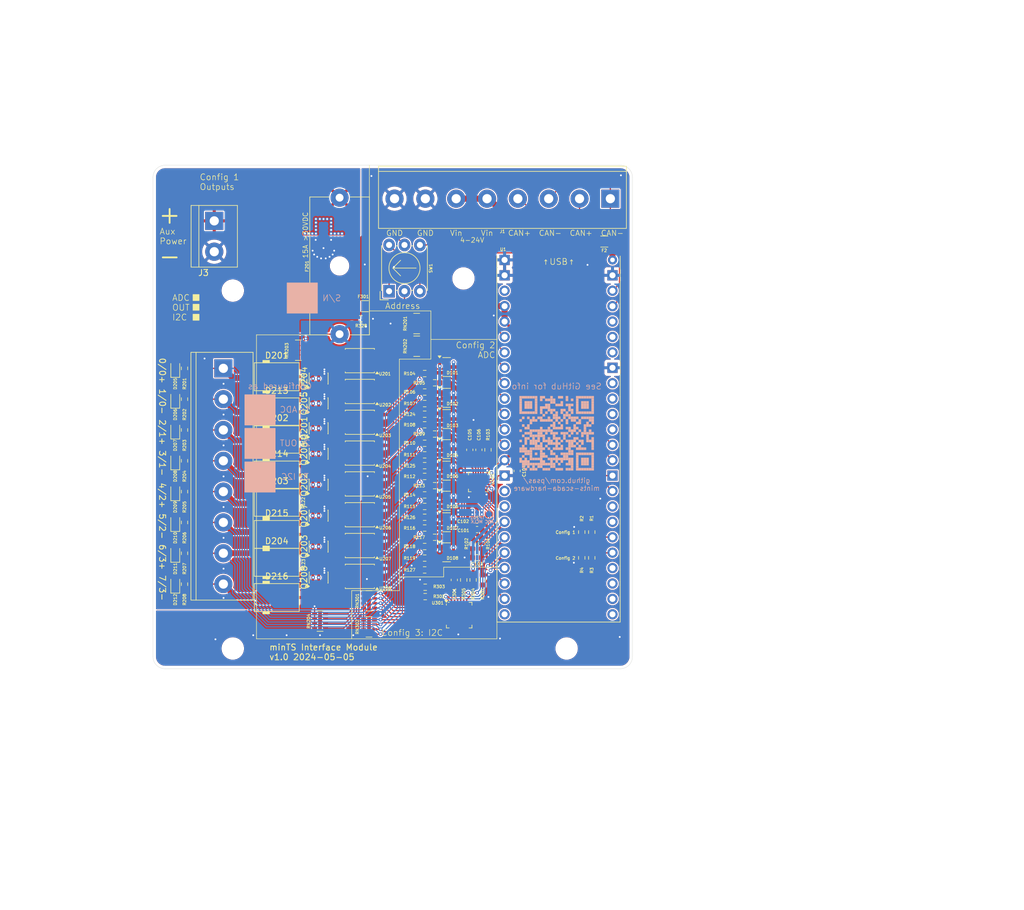
<source format=kicad_pcb>
(kicad_pcb (version 20241229) (generator "pcbnew") (generator_version "9.0")
  (title_block (title "minTS Interface Module") (date "2024-05-05") (rev "v1.0") (company "PSAS"))
  (layers (0 "F.Cu" signal) (2 "B.Cu" signal) (13 "F.Paste" user) (15 "B.Paste" user) (5 "F.SilkS" user "F.Silkscreen") (7 "B.SilkS" user "B.Silkscreen") (1 "F.Mask" user) (3 "B.Mask" user) (25 "Edge.Cuts" user))
  (net 0 "")
  (net 1 "VBUS")
  (net 2 "GND")
  (net 3 "+3V3")
  (net 8 "VPOW")
  (net 10 "SPI_MISO")
  (net 11 "OUT0{slash}IN0+")
  (net 12 "OUT1{slash}IN0-")
  (net 13 "SPI_SCK")
  (net 14 "SPI_MOSI")
  (net 16 "I2C_SCL")
  (net 17 "OUT2{slash}IN1+")
  (net 20 "OUT3{slash}IN1-")
  (net 21 "OUT4{slash}IN2+")
  (net 23 "I2C_SDA")
  (net 24 "GNDA")
  (net 25 "OUT5{slash}IN2-")
  (net 28 "OUT6{slash}IN3+")
  (net 29 "OUT7{slash}IN3-")
  (net 30 "CTL_OUT_1")
  (net 31 "CTL_OUT_3")
  (net 32 "Net-(RN201A-R1.1)")
  (net 33 "Net-(RN201D-R4.1)")
  (net 34 "CTL_OUT_0")
  (net 35 "Net-(RN201C-R3.1)")
  (net 36 "CTL_OUT_2")
  (net 37 "Net-(RN201B-R2.1)")
  (net 38 "CTL_OUT_7")
  (net 39 "Net-(RN202B-R2.1)")
  (net 40 "Net-(RN202C-R3.1)")
  (net 41 "CTL_OUT_6")
  (net 42 "CTL_OUT_4")
  (net 43 "CTL_OUT_5")
  (net 44 "Net-(RN202A-R1.1)")
  (net 45 "Net-(RN202D-R4.1)")
  (net 46 "/ADDR_8")
  (net 47 "/ADDR_4")
  (net 48 "/ADDR_2")
  (net 49 "/CONFIG0")
  (net 50 "/CONFIG1")
  (net 51 "/ADDR_1")
  (net 52 "CAN-")
  (net 53 "CAN+")
  (net 54 "+3.3VA")
  (net 55 "IN0+")
  (net 56 "IN0-")
  (net 57 "IN1+")
  (net 58 "IN1-")
  (net 59 "IN2+")
  (net 60 "IN2-")
  (net 61 "IN3+")
  (net 62 "IN3-")
  (net 63 "CTRL")
  (net 69 "Net-(U101-REFIN+)")
  (net 70 "Net-(U101-REFIN-)")
  (net 71 "Net-(R104-Pad2)")
  (net 72 "Net-(R108-Pad2)")
  (net 73 "Net-(R112-Pad2)")
  (net 74 "Net-(R116-Pad2)")
  (net 75 "Net-(U301-A2)")
  (net 76 "Net-(U301-A1)")
  (net 77 "Net-(U301-A0)")
  (net 79 "Net-(U101-MCLK)")
  (net 89 "AUX_POW-")
  (net 90 "AUX_POW+")
  (net 91 "Net-(J1-Pin_5)")
  (net 92 "Net-(D205-A)")
  (net 93 "Net-(D206-A)")
  (net 94 "Net-(D207-A)")
  (net 95 "Net-(D208-A)")
  (net 96 "Net-(D209-A)")
  (net 97 "Net-(D210-A)")
  (net 98 "Net-(D211-A)")
  (net 99 "Net-(D212-A)")
  (net 101 "/outputs/~{ISO_OUT_2}")
  (net 102 "/outputs/~{ISO_OUT_4}")
  (net 103 "/outputs/~{ISO_OUT_6}")
  (net 104 "/outputs/~{ISO_OUT_0}")
  (net 105 "/outputs/~{ISO_OUT_1}")
  (net 106 "/outputs/~{ISO_OUT_3}")
  (net 107 "/outputs/~{ISO_OUT_5}")
  (net 108 "/outputs/~{ISO_OUT_7}")
  (footprint "Package_SO:SO-4_4.4x3.6mm_P2.54mm" (layer "F.Cu") (at 135.484 100.330001 180)
    (property "Reference" "U202")
    (property "Value" "140357145200")
  )
  (footprint "Package_TO_SOT_SMD:TSOT-23-6" (layer "F.Cu") (at 128.7 120.8 90)
    (property "Reference" "Q207")
    (property "Value" "DMP3050LVT-7")
  )
  (footprint "Resistor_SMD:R_0603_1608Metric" (layer "F.Cu") (at 146.1645 129.75)
    (property "Reference" "R127")
    (property "Value" "R_BIAS")
  )
  (footprint "PCM_Diode_SMD_AKL:D_SMB" (layer "F.Cu") (at 121.8 103.7)
    (property "Reference" "D213")
    (property "Value" "SMBJ5.0A" (hide yes))
  )
  (footprint "Package_TO_SOT_SMD:TSOT-23-6" (layer "F.Cu") (at 128.7 125.9 90)
    (property "Reference" "Q203")
    (property "Value" "DMP3050LVT-7")
  )
  (footprint "Resistor_SMD:R_0603_1608Metric" (layer "F.Cu") (at 172.046 127.761001 -90)
    (property "Reference" "R4")
    (property "Value" "INFO2")
  )
  (footprint "Resistor_SMD:R_0603_1608Metric" (layer "F.Cu") (at 146.1645 125.892001 180)
    (property "Reference" "R118")
    (property "Value" "R_ADC_BTM")
  )
  (footprint "Package_TO_SOT_SMD:SOT-23" (layer "F.Cu") (at 149.7835 104.876001)
    (property "Reference" "D103")
    (property "Value" "1SS396")
  )
  (footprint "Resistor_SMD:R_Array_Convex_4x0603" (layer "F.Cu") (at 144.846 89.136001)
    (property "Reference" "RN201")
    (property "Value" "330")
  )
  (footprint "Package_SO:SO-4_4.4x3.6mm_P2.54mm" (layer "F.Cu") (at 135.484 115.570001 180)
    (property "Reference" "U205")
    (property "Value" "140357145200")
  )
  (footprint "Package_SO:SO-4_4.4x3.6mm_P2.54mm" (layer "F.Cu") (at 135.484 105.410001 180)
    (property "Reference" "U203")
    (property "Value" "140357145200")
  )
  (footprint "Resistor_SMD:R_0603_1608Metric" (layer "F.Cu") (at 126.2 121.2 -90)
    (property "Reference" "R122")
    (property "Value" "R_SHUNT")
  )
  (footprint "Resistor_SMD:R_0603_1608Metric" (layer "F.Cu") (at 173.696 123.511001 -90)
    (property "Reference" "R1")
    (property "Value" "10k")
  )
  (footprint "MountingHole:MountingHole_3.2mm_M3" (layer "F.Cu") (at 169.554 142.7)
    (property "Reference" "REF**" (hide yes))
    (property "Value" "MountingHole_3.2mm_M3")
  )
  (footprint "Resistor_SMD:R_Array_Convex_4x0603" (layer "F.Cu") (at 136.996 139.136001)
    (property "Reference" "RN302")
    (property "Value" "4k7")
  )
  (footprint "Resistor_SMD:R_0603_1608Metric" (layer "F.Cu") (at 146.1635 114.335001)
    (property "Reference" "R112")
    (property "Value" "R_ADC_TOP")
  )
  (footprint "Resistor_SMD:R_0603_1608Metric" (layer "F.Cu") (at 146.17 104.078501)
    (property "Reference" "R124")
    (property "Value" "R_BIAS")
  )
  (footprint "PCM_Diode_SMD_AKL:D_SMB" (layer "F.Cu") (at 121.8 108.2)
    (property "Reference" "D202")
    (property "Value" "SMBJ5.0A" (hide yes))
  )
  (footprint "Resistor_SMD:R_0603_1608Metric" (layer "F.Cu") (at 147.82 98.902001)
    (property "Reference" "R105")
    (property "Value" "R_ADC_POS")
  )
  (footprint "Resistor_SMD:R_0603_1608Metric" (layer "F.Cu") (at 146.1645 127.797001)
    (property "Reference" "R119")
    (property "Value" "R_ADC_NEG")
  )
  (footprint "Package_TO_SOT_SMD:SOT-23" (layer "F.Cu") (at 149.7835 101.381001)
    (property "Reference" "D102")
    (property "Value" "1SS396")
  )
  (footprint "Capacitor_SMD:C_0603_1608Metric" (layer "F.Cu") (at 154.796 121.551001 180)
    (property "Reference" "C102")
    (property "Value" "10u")
  )
  (footprint "Package_TO_SOT_SMD:SOT-23" (layer "F.Cu") (at 149.778 109.829001)
    (property "Reference" "D104")
    (property "Value" "1SS396")
  )
  (footprint "Resistor_SMD:R_0603_1608Metric" (layer "F.Cu") (at 146.17 102.331001)
    (property "Reference" "R107")
    (property "Value" "R_ADC_NEG")
  )
  (footprint "Package_SO:SO-4_4.4x3.6mm_P2.54mm" (layer "F.Cu") (at 135.484 120.650001 180)
    (property "Reference" "U206")
    (property "Value" "140357145200")
  )
  (footprint "PCM_Diode_SMD_AKL:D_SMB" (layer "F.Cu") (at 121.8 118.6)
    (property "Reference" "D203")
    (property "Value" "SMBJ5.0A" (hide yes))
  )
  (footprint "Package_TO_SOT_SMD:TSOT-23-6" (layer "F.Cu") (at 128.7 102.3 90)
    (property "Reference" "Q205")
    (property "Value" "DMP3050LVT-7")
  )
  (footprint "LED_SMD:LED_0603_1608Metric" (layer "F.Cu") (at 105.076 127 90)
    (property "Reference" "D211")
    (property "Value" "red")
  )
  (footprint "Resistor_SMD:R_0603_1608Metric" (layer "F.Cu") (at 154.146 131.401001 90)
    (property "Reference" "R304")
    (property "Value" "4k7")
  )
  (footprint "Fuse:Fuse_1206_3216Metric" (layer "F.Cu") (at 136.3 86.266001 180)
    (property "Reference" "F301")
    (property "Value" "150mA Poly")
  )
  (footprint "PCM_Diode_SMD_AKL:D_SMB" (layer "F.Cu") (at 121.8 123.9)
    (property "Reference" "D215")
    (property "Value" "SMBJ5.0A" (hide yes))
  )
  (footprint "Package_TO_SOT_SMD:TSOT-23-6" (layer "F.Cu") (at 128.7 110.6 90)
    (property "Reference" "Q206")
    (property "Value" "DMP3050LVT-7")
  )
  (footprint "MountingHole:MountingHole_3.2mm_M3" (layer "F.Cu") (at 114.554 83.7)
    (property "Reference" "REF**" (hide yes))
    (property "Value" "MountingHole_3.2mm_M3")
  )
  (footprint "Resistor_SMD:R_0603_1608Metric" (layer "F.Cu") (at 146.1645 121.066001)
    (property "Reference" "R126")
    (property "Value" "R_BIAS")
  )
  (footprint "Package_SO:SO-4_4.4x3.6mm_P2.54mm" (layer "F.Cu") (at 135.484 110.490001 180)
    (property "Reference" "U204")
    (property "Value" "140357145200")
  )
  (footprint "Fuse:Fuseholder_Cylinder-5x20mm_Schurter_0031_8201_Horizontal_Open" (layer "F.Cu") (at 132.146 90.886001 90)
    (property "Reference" "F201")
    (property "Value" "15A slow")
  )
  (footprint "LED_SMD:LED_0603_1608Metric" (layer "F.Cu") (at 105.076 116.84 90)
    (property "Reference" "D209")
    (property "Value" "red")
  )
  (footprint "Resistor_SMD:R_0603_1608Metric" (layer "F.Cu") (at 147.8155 124.368001)
    (property "Reference" "R117")
    (property "Value" "R_ADC_POS")
  )
  (footprint "Resistor_SMD:R_Array_Convex_4x0603" (layer "F.Cu") (at 144.857 92.876001)
    (property "Reference" "RN202")
    (property "Value" "330")
  )
  (footprint "Resistor_SMD:R_Array_Convex_4x0603" (layer "F.Cu") (at 136.996 134.836001)
    (property "Reference" "RN301")
    (property "Value" "4k7")
  )
  (footprint "Package_TO_SOT_SMD:SOT-23" (layer "F.Cu") (at 149.778 121.894001)
    (property "Reference" "D107")
    (property "Value" "1SS396")
  )
  (footprint "Capacitor_SMD:C_0603_1608Metric" (layer "F.Cu") (at 151.046 131.401001 -90)
    (property "Reference" "C301")
    (property "Value" "1u")
  )
  (footprint "Resistor_SMD:R_0603_1608Metric" (layer "F.Cu") (at 146.1645 122.844001)
    (property "Reference" "R116")
    (property "Value" "R_ADC_TOP")
  )
  (footprint "PCM_Diode_SMD_AKL:D_SMB" (layer "F.Cu") (at 121.8 97.9)
    (property "Reference" "D201")
    (property "Value" "SMBJ5.0A" (hide yes))
  )
  (footprint "Resistor_SMD:R_0603_1608Metric" (layer "F.Cu") (at 146.1645 119.288001)
    (property "Reference" "R115")
    (property "Value" "R_ADC_NEG")
  )
  (footprint "PCM_Diode_SMD_AKL:D_SMB" (layer "F.Cu") (at 121.8 134.3)
    (property "Reference" "D216")
    (property "Value" "SMBJ5.0A" (hide yes))
  )
  (footprint "Package_TO_SOT_SMD:SOT-23" (layer "F.Cu") (at 149.7835 96.301001)
    (property "Reference" "D101")
    (property "Value" "1SS396")
  )
  (footprint "Resistor_SMD:R_0603_1608Metric" (layer "F.Cu") (at 155.571 125.426001 -90)
    (property "Reference" "R101")
    (property "Value" "1")
  )
  (footprint "Resistor_SMD:R_0603_1608Metric" (layer "F.Cu") (at 146.1635 110.779001)
    (property "Reference" "R111")
    (property "Value" "R_ADC_NEG")
  )
  (footprint "Package_TO_SOT_SMD:SOT-23" (layer "F.Cu") (at 149.778 126.847001)
    (property "Reference" "D108")
    (property "Value" "1SS396")
  )
  (footprint "footprints:TerminalBlock_CUI-8_P5.08mm" (layer "F.Cu") (at 176.76 68.55 180)
    (property "Reference" "J1")
    (property "Value" "Conn_01x08")
  )
  (footprint "LED_SMD:LED_0603_1608Metric" (layer "F.Cu") (at 105.076 96.52 90)
    (property "Reference" "D205")
    (property "Value" "red")
  )
  (footprint "MountingHole:MountingHole_3.2mm_M3" (layer "F.Cu") (at 114.554 142.7)
    (property "Reference" "REF**" (hide yes))
    (property "Value" "MountingHole_3.2mm_M3")
  )
  (footprint "Resistor_SMD:R_0603_1608Metric" (layer "F.Cu") (at 173.696 127.761001 90)
    (property "Reference" "R3")
    (property "Value" "10k")
  )
  (footprint "Resistor_SMD:R_0603_1608Metric" (layer "F.Cu") (at 126.2 110.9 -90)
    (property "Reference" "R121")
    (property "Value" "R_SHUNT")
  )
  (footprint "Resistor_SMD:R_0603_1608Metric" (layer "F.Cu") (at 152.596 131.401001 90)
    (property "Reference" "R305")
    (property "Value" "4k7")
  )
  (footprint "Resistor_SMD:R_0603_1608Metric" (layer "F.Cu") (at 106.599999 101.6 -90)
    (property "Reference" "R202")
    (property "Value" "4k7")
  )
  (footprint "Capacitor_SMD:C_0603_1608Metric" (layer "F.Cu") (at 154.796 127.726001 180)
    (property "Reference" "C103")
    (property "Value" "1u")
  )
  (footprint "Package_DFN_QFN:UQFN-20-1EP_3x3mm_P0.4mm_EP1.85x1.85mm" (layer "F.Cu") (at 154.986 115.251001 -90)
    (property "Reference" "U101")
    (property "Value" "MCP3464")
  )
  (footprint "Resistor_SMD:R_0603_1608Metric" (layer "F.Cu") (at 106.6 111.76 -90)
    (property "Reference" "R204")
    (property "Value" "4k7")
  )
  (footprint "Package_SO:SO-4_4.4x3.6mm_P2.54mm" (layer "F.Cu") (at 135.484 130.810001 180)
    (property "Reference" "U208")
    (property "Value" "140357145200")
  )
  (footprint "Package_TO_SOT_SMD:SOT-23" (layer "F.Cu") (at 149.778 118.338001)
    (property "Reference" "D106")
    (property "Value" "1SS396")
  )
  (footprint "Resistor_SMD:R_0603_1608Metric" (layer "F.Cu") (at 106.6 132.096 -90)
    (property "Reference" "R208")
    (property "Value" "4k7")
  )
  (footprint "Package_TO_SOT_SMD:TSOT-23-6" (layer "F.Cu") (at 128.7 106.4 90)
    (property "Reference" "Q201")
    (property "Value" "DMP3050LVT-7")
  )
  (footprint "Resistor_SMD:R_0603_1608Metric" (layer "F.Cu") (at 106.6 127 -90)
    (property "Reference" "R207")
    (property "Value" "4k7")
  )
  (footprint "LED_SMD:LED_0603_1608Metric" (layer "F.Cu") (at 105.076 132.08 90)
    (property "Reference" "D212")
    (property "Value" "red")
  )
  (footprint "Resistor_SMD:R_0603_1608Metric" (layer "F.Cu") (at 106.6 116.840001 -90)
    (property "Reference" "R205")
    (property "Value" "4k7")
  )
  (footprint "Package_DFN_QFN:Texas_RGE0024C_VQFN-24-1EP_4x4mm_P0.5mm_EP2.1x2.1mm" (layer "F.Cu") (at 151.846 137.201001)
    (property "Reference" "U301")
    (property "Value" "TCA9548")
  )
  (footprint "Resistor_SMD:R_0603_1608Metric" (layer "F.Cu") (at 146.25 134.150001)
    (property "Reference" "R302")
    (property "Value" "0")
  )
  (footprint "Capacitor_SMD:C_0603_1608Metric" (layer "F.Cu") (at 154.796 123.091001 180)
    (property "Reference" "C101")
    (property "Value" "1u")
  )
  (footprint "Capacitor_SMD:C_0603_1608Metric" (layer "F.Cu") (at 161.396 113.436001 -90)
    (property "Reference" "C104")
    (property "Value" "1u")
  )
  (footprint "LED_SMD:LED_0603_1608Metric" (layer "F.Cu") (at 105.076 101.6 90)
    (property "Reference" "D206")
    (property "Value" "red")
  )
  (footprint "LED_SMD:LED_0603_1608Metric" (layer "F.Cu") (at 105.076 111.76 90)
    (property "Reference" "D208")
    (property "Value" "red")
  )
  (footprint "Resistor_SMD:R_0603_1608Metric" (layer "F.Cu") (at 106.6 106.68 -90)
    (property "Reference" "R203")
    (property "Value" "4k7")
  )
  (footprint "Package_TO_SOT_SMD:SOT-23" (layer "F.Cu") (at 149.778 113.385001)
    (property "Reference" "D105")
    (property "Value" "1SS396")
  )
  (footprint "Resistor_SMD:R_0603_1608Metric" (layer "F.Cu") (at 155.696 131.401001 -90)
    (property "Reference" "R301")
    (property "Value" "0")
  )
  (footprint "Resistor_SMD:R_0603_1608Metric" (layer "F.Cu") (at 156.596 109.951001 90)
    (property "Reference" "R103")
    (property "Value" "0")
  )
  (footprint "Resistor_SMD:R_0603_1608Metric" (layer "F.Cu") (at 146.1645 105.826001)
    (property "Reference" "R108")
    (property "Value" "R_ADC_TOP")
  )
  (footprint "Package_SO:SO-4_4.4x3.6mm_P2.54mm" (layer "F.Cu") (at 135.484 125.730001 180)
    (property "Reference" "U207")
    (property "Value" "140357145200")
  )
  (footprint "footprints:TerminalBlock_CUI-8_P5.08mm" (layer "F.Cu") (at 113 96.520001 -90)
    (property "Reference" "J2")
    (property "Value" "Conn_01x08")
  )
  (footprint "Fuse:Fuse_1206_3216Metric" (layer "F.Cu") (at 175.76 75.62 180)
    (property "Reference" "F2")
    (property "Value" "350mA Poly")
  )
  (footprint "Resistor_SMD:R_0603_1608Metric" (layer "F.Cu") (at 146.17 100.426001 180)
    (property "Reference" "R106")
    (property "Value" "R_ADC_BTM")
  )
  (footprint "Resistor_SMD:R_0603_1608Metric" (layer "F.Cu") (at 146.1635 112.557001)
    (property "Reference" "R125")
    (property "Value" "R_BIAS")
  )
  (footprint "LED_SMD:LED_0603_1608Metric" (layer "F.Cu") (at 105.076 106.68 90)
    (property "Reference" "D207")
    (property "Value" "red")
  )
  (footprint "Resistor_SMD:R_0603_1608Metric" (layer "F.Cu") (at 147.8155 107.350001)
    (property "Reference" "R109")
    (property "Value" "R_ADC_POS")
  )
  (footprint "MountingHole:MountingHole_3.2mm_M3" (layer "F.Cu") (at 152.554 81.7)
    (property "Reference" "REF**" (hide yes))
    (property "Value" "MountingHole_3.2mm_M3")
  )
  (footprint "Package_SO:SO-4_4.4x3.6mm_P2.54mm" (layer "F.Cu") (at 135.484 95.250001 180)
    (property "Reference" "U201")
    (property "Value" "140357145200")
  )
  (footprint "Package_TO_SOT_SMD:TSOT-23-6" (layer "F.Cu") (at 128.7 98.2 90)
    (property "Reference" "Q204")
    (property "Value" "DMP3050LVT-7")
  )
  (footprint "Resistor_SMD:R_0603_1608Metric" (layer "F.Cu") (at 106.599999 96.52 -90)
    (property "Reference" "R201")
    (property "Value" "4k7")
  )
  (footprint "Resistor_SMD:R_Array_Convex_4x0603" (layer "F.Cu") (at 128.928 138.188001)
    (property "Reference" "RN204")
    (property "Value" "5k1")
  )
  (footprint "Resistor_SMD:R_0603_1608Metric" (layer "F.Cu") (at 126.1 100.8 -90)
    (property "Reference" "R120")
    (property "Value" "R_SHUNT")
  )
  (footprint "Resistor_SMD:R_0603_1608Metric" (layer "F.Cu") (at 146.17 97.378001)
    (property "Reference" "R104")
    (property "Value" "R_ADC_TOP")
  )
  (footprint "Resistor_SMD:R_0603_1608Metric" (layer "F.Cu") (at 126.2 131.4 -90)
    (property "Reference" "R123")
    (property "Value" "R_SHUNT")
  )
  (footprint "Package_TO_SOT_SMD:TSOT-23-6" (layer "F.Cu") (at 128.7 115.7 90)
    (property "Reference" "Q202")
    (property "Value" "DMP3050LVT-7")
  )
  (footprint "Capacitor_SMD:C_0603_1608Metric" (layer "F.Cu") (at 155.096 109.951001 90)
    (property "Reference" "C106")
    (property "Value" "0.1u")
  )
  (footprint "Resistor_SMD:R_0603_1608Metric" (layer "F.Cu") (at 146.25 132.6)
    (property "Reference" "R303")
    (property "Value" "0")
  )
  (footprint "Resistor_SMD:R_Array_Convex_4x0603" (layer "F.Cu") (at 125.356 93.536001)
    (property "Reference" "RN203")
    (property "Value" "5k1")
  )
  (footprint "Resistor_SMD:R_0603_1608Metric" (layer "F.Cu") (at 172.046 123.511001 90)
    (property "Reference" "R2")
    (property "Value" "INFO1")
  )
  (footprint "Package_TO_SOT_SMD:TSOT-23-6" (layer "F.Cu") (at 128.7 131 90)
    (property "Reference" "Q208")
    (property "Value" "DMP3050LVT-7")
  )
  (footprint "PCM_Diode_SMD_AKL:D_SMB" (layer "F.Cu") (at 121.8 128.5)
    (property "Reference" "D204")
    (property "Value" "SMBJ5.0A" (hide yes))
  )
  (footprint "footprints:stm32dev" (layer "F.Cu") (at 168.221 107.856001)
    (property "Reference" "U1")
    (property "Value" "~")
  )
  (footprint "PCM_Diode_SMD_AKL:D_SMB" (layer "F.Cu") (at 121.8 114.1)
    (property "Reference" "D214")
    (property "Value" "SMBJ5.0A" (hide yes))
  )
  (footprint "Resistor_SMD:R_0603_1608Metric" (layer "F.Cu") (at 154.021 125.426001 -90)
    (property "Reference" "R102")
    (property "Value" "0")
  )
  (footprint "Button_Switch_THT:Nidec_Copal_SH-7010C" (layer "F.Cu") (at 140.3 83.8 90)
    (property "Reference" "SW1")
    (property "Value" "SW_Coded_SH-7050")
  )
  (footprint "Resistor_SMD:R_0603_1608Metric" (layer "F.Cu") (at 106.6 121.92 -90)
    (property "Reference" "R206")
    (property "Value" "4k7")
  )
  (footprint "Resistor_SMD:R_0603_1608Metric" (layer "F.Cu") (at 147.8155 115.859001)
    (property "Reference" "R113")
    (property "Value" "R_ADC_POS")
  )
  (footprint "Resistor_SMD:R_0603_1608Metric" (layer "F.Cu") (at 146.1645 117.383001 180)
    (property "Reference" "R114")
    (property "Value" "R_ADC_BTM")
  )
  (footprint "TerminalBlock:TerminalBlock_bornier-2_P5.08mm" (layer "F.Cu") (at 111.5 72.21 -90)
    (property "Reference" "J3")
    (property "Value" "Conn_01x02")
  )
  (footprint "Capacitor_SMD:C_0603_1608Metric" (layer "F.Cu") (at 153.596 109.951001 90)
    (property "Reference" "C105")
    (property "Value" "10u")
  )
  (footprint "Resistor_SMD:R_0603_1608Metric" (layer "F.Cu") (at 146.1645 108.874001 180)
    (property "Reference" "R110")
    (property "Value" "R_ADC_BTM")
  )
  (footprint "LED_SMD:LED_0603_1608Metric" (layer "F.Cu") (at 105.076 121.92 90)
    (property "Reference" "D210")
    (property "Value" "red")
  )
  (footprint "Resistor_SMD:R_0603_1608Metric" (layer "F.Cu") (at 135.65 88.35 180)
    (property "Reference" "R328")
    (property "Value" "0")
  )
  (footprint "TestPoint:TestPoint_Pad_D1.0mm" (layer "B.Cu") (at 156.75 120.56 180)
    (property "Reference" "TP201")
    (property "Value" "TestPoint")
  )
  (gr_line (start 141.996 94.996001) (end 147.186 94.996001) (stroke (width 0.1)) (layer "F.SilkS"))
  (gr_line (start 118.456 141.106001) (end 118.456 91) (stroke (width 0.1)) (layer "F.SilkS"))
  (gr_line (start 158.066 141.106001) (end 134.146 141.106001) (stroke (width 0.1)) (layer "F.SilkS"))
  (gr_line (start 137.056 68.276001) (end 137.056 63.04) (stroke (width 0.1)) (layer "F.SilkS"))
  (gr_line (start 149.297 129.3) (end 158.103 129.3) (stroke (width 0.1)) (layer "F.SilkS"))
  (gr_rect (start 108 84.35) (end 109 85.35) (stroke (width 0.1)) (fill yes) (layer "F.SilkS"))
  (gr_line (start 134.146 141.106001) (end 134.146 133.156001) (stroke (width 0.1)) (layer "F.SilkS"))
  (gr_line (start 141.996 133.156001) (end 141.996 128.096001) (stroke (width 0.1)) (layer "F.SilkS"))
  (gr_line (start 147.186 94.996001) (end 147.186 91.756001) (stroke (width 0.1)) (layer "F.SilkS"))
  (gr_line (start 158.066 138.326001) (end 158.066 141.106001) (stroke (width 0.1)) (layer "F.SilkS"))
  (gr_line (start 147.186 91.756001) (end 158.066 91.756001) (stroke (width 0.1)) (layer "F.SilkS"))
  (gr_line (start 147.186 87.056001) (end 137.066 87.056001) (stroke (width 0.1)) (layer "F.SilkS"))
  (gr_line (start 127.236 90.996001) (end 118.46 90.996001) (stroke (width 0.1)) (layer "F.SilkS"))
  (gr_rect (start 108 85.95) (end 109 86.95) (stroke (width 0.1)) (fill yes) (layer "F.SilkS"))
  (gr_line (start 147.186 91.756001) (end 147.186 87.056001) (stroke (width 0.1)) (layer "F.SilkS"))
  (gr_line (start 149.297 129.3) (end 149.297 130.9) (stroke (width 0.1)) (layer "F.SilkS"))
  (gr_line (start 134.146 141.106001) (end 118.456 141.106001) (stroke (width 0.1)) (layer "F.SilkS"))
  (gr_rect (start 108 87.6) (end 109 88.6) (stroke (width 0.1)) (fill yes) (layer "F.SilkS"))
  (gr_line (start 149.297 130.9) (end 142 130.9) (stroke (width 0.1)) (layer "F.SilkS"))
  (gr_line (start 134.146 133.156001) (end 141.996 133.156001) (stroke (width 0.1)) (layer "F.SilkS"))
  (gr_line (start 141.996 128.096001) (end 141.996 94.996001) (stroke (width 0.1)) (layer "F.SilkS"))
  (gr_poly (pts (xy 169.818919 109.972637) (xy 170.242703 109.972637) (xy 170.242703 109.548853) (xy 169.818919 109.548853)) (stroke (width -0.000001)) (fill yes) (layer "B.SilkS"))
  (gr_poly (pts (xy 170.242703 104.887231) (xy 170.666487 104.887231) (xy 170.666487 104.463447) (xy 170.242703 104.463447)) (stroke (width -0.000001)) (fill yes) (layer "B.SilkS"))
  (gr_poly (pts (xy 171.514054 113.362907) (xy 171.937838 113.362907) (xy 171.937838 112.939123) (xy 171.514054 112.939123)) (stroke (width -0.000001)) (fill yes) (layer "B.SilkS"))
  (gr_poly (pts (xy 163.462163 103.192096) (xy 163.885947 103.192096) (xy 163.885947 102.768312) (xy 163.462163 102.768312)) (stroke (width -0.000001)) (fill yes) (layer "B.SilkS"))
  (gr_poly (pts (xy 166.852433 110.820204) (xy 167.276216 110.820204) (xy 167.276216 110.39642) (xy 166.852433 110.39642)) (stroke (width -0.000001)) (fill yes) (layer "B.SilkS"))
  (gr_poly (pts (xy 172.361622 111.667771) (xy 172.785406 111.667771) (xy 172.785406 111.243987) (xy 172.361622 111.243987)) (stroke (width -0.000001)) (fill yes) (layer "B.SilkS"))
  (gr_poly (pts (xy 172.785406 101.496961) (xy 173.209189 101.496961) (xy 173.209189 101.073177) (xy 172.785406 101.073177)) (stroke (width -0.000001)) (fill yes) (layer "B.SilkS"))
  (gr_poly (pts (xy 163.038379 102.768312) (xy 163.462163 102.768312) (xy 163.462163 102.344528) (xy 163.038379 102.344528)) (stroke (width -0.000001)) (fill yes) (layer "B.SilkS"))
  (gr_poly (pts (xy 167.7 112.091555) (xy 168.123784 112.091555) (xy 168.123784 111.667771) (xy 167.7 111.667771)) (stroke (width -0.000001)) (fill yes) (layer "B.SilkS"))
  (gr_poly (pts (xy 168.971352 104.463447) (xy 169.395135 104.463447) (xy 169.395135 104.039663) (xy 168.971352 104.039663)) (stroke (width -0.000001)) (fill yes) (layer "B.SilkS"))
  (gr_poly (pts (xy 161.767027 102.768312) (xy 162.190811 102.768312) (xy 162.190811 102.344528) (xy 161.767027 102.344528)) (stroke (width -0.000001)) (fill yes) (layer "B.SilkS"))
  (gr_poly (pts (xy 162.190811 109.548853) (xy 162.614595 109.548853) (xy 162.614595 109.125069) (xy 162.190811 109.125069)) (stroke (width -0.000001)) (fill yes) (layer "B.SilkS"))
  (gr_poly (pts (xy 165.157297 109.125069) (xy 165.581081 109.125069) (xy 165.581081 108.701285) (xy 165.157297 108.701285)) (stroke (width -0.000001)) (fill yes) (layer "B.SilkS"))
  (gr_poly (pts (xy 167.276216 101.920745) (xy 167.7 101.920745) (xy 167.7 101.496961) (xy 167.276216 101.496961)) (stroke (width -0.000001)) (fill yes) (layer "B.SilkS"))
  (gr_poly (pts (xy 163.038379 112.515339) (xy 163.462163 112.515339) (xy 163.462163 112.091555) (xy 163.038379 112.091555)) (stroke (width -0.000001)) (fill yes) (layer "B.SilkS"))
  (gr_poly (pts (xy 166.428649 103.61588) (xy 166.852433 103.61588) (xy 166.852433 103.192096) (xy 166.428649 103.192096)) (stroke (width -0.000001)) (fill yes) (layer "B.SilkS"))
  (gr_poly (pts (xy 173.209189 104.887231) (xy 173.632973 104.887231) (xy 173.632973 104.463447) (xy 173.209189 104.463447)) (stroke (width -0.000001)) (fill yes) (layer "B.SilkS"))
  (gr_poly (pts (xy 166.852433 112.091555) (xy 167.276216 112.091555) (xy 167.276216 111.667771) (xy 166.852433 111.667771)) (stroke (width -0.000001)) (fill yes) (layer "B.SilkS"))
  (gr_poly (pts (xy 167.276216 107.853718) (xy 167.7 107.853718) (xy 167.7 107.429934) (xy 167.276216 107.429934)) (stroke (width -0.000001)) (fill yes) (layer "B.SilkS"))
  (gr_poly (pts (xy 172.361622 102.768312) (xy 172.785406 102.768312) (xy 172.785406 102.344528) (xy 172.361622 102.344528)) (stroke (width -0.000001)) (fill yes) (layer "B.SilkS"))
  (gr_poly (pts (xy 163.038379 104.887231) (xy 163.462163 104.887231) (xy 163.462163 104.463447) (xy 163.038379 104.463447)) (stroke (width -0.000001)) (fill yes) (layer "B.SilkS"))
  (gr_poly (pts (xy 164.30973 101.920745) (xy 164.733514 101.920745) (xy 164.733514 101.496961) (xy 164.30973 101.496961)) (stroke (width -0.000001)) (fill yes) (layer "B.SilkS"))
  (gr_poly (pts (xy 169.818919 104.887231) (xy 170.242703 104.887231) (xy 170.242703 104.463447) (xy 169.818919 104.463447)) (stroke (width -0.000001)) (fill yes) (layer "B.SilkS"))
  (gr_poly (pts (xy 163.885947 101.496961) (xy 164.30973 101.496961) (xy 164.30973 101.073177) (xy 163.885947 101.073177)) (stroke (width -0.000001)) (fill yes) (layer "B.SilkS"))
  (gr_poly (pts (xy 170.666487 106.582366) (xy 171.090271 106.582366) (xy 171.090271 106.158582) (xy 170.666487 106.158582)) (stroke (width -0.000001)) (fill yes) (layer "B.SilkS"))
  (gr_poly (pts (xy 165.581081 107.00615) (xy 166.004865 107.00615) (xy 166.004865 106.582366) (xy 165.581081 106.582366)) (stroke (width -0.000001)) (fill yes) (layer "B.SilkS"))
  (gr_poly (pts (xy 171.090271 102.768312) (xy 171.514054 102.768312) (xy 171.514054 102.344528) (xy 171.090271 102.344528)) (stroke (width -0.000001)) (fill yes) (layer "B.SilkS"))
  (gr_poly (pts (xy 163.885947 113.362907) (xy 164.30973 113.362907) (xy 164.30973 112.939123) (xy 163.885947 112.939123)) (stroke (width -0.000001)) (fill yes) (layer "B.SilkS"))
  (gr_poly (pts (xy 165.157297 111.243987) (xy 165.581081 111.243987) (xy 165.581081 110.820204) (xy 165.157297 110.820204)) (stroke (width -0.000001)) (fill yes) (layer "B.SilkS"))
  (gr_poly (pts (xy 162.614595 109.972637) (xy 163.038379 109.972637) (xy 163.038379 109.548853) (xy 162.614595 109.548853)) (stroke (width -0.000001)) (fill yes) (layer "B.SilkS"))
  (gr_poly (pts (xy 164.733514 109.972637) (xy 165.157297 109.972637) (xy 165.157297 109.548853) (xy 164.733514 109.548853)) (stroke (width -0.000001)) (fill yes) (layer "B.SilkS"))
  (gr_poly (pts (xy 163.462163 113.362907) (xy 163.885947 113.362907) (xy 163.885947 112.939123) (xy 163.462163 112.939123)) (stroke (width -0.000001)) (fill yes) (layer "B.SilkS"))
  (gr_poly (pts (xy 166.428649 108.277501) (xy 166.852433 108.277501) (xy 166.852433 107.853718) (xy 166.428649 107.853718)) (stroke (width -0.000001)) (fill yes) (layer "B.SilkS"))
  (gr_poly (pts (xy 163.462163 102.768312) (xy 163.885947 102.768312) (xy 163.885947 102.344528) (xy 163.462163 102.344528)) (stroke (width -0.000001)) (fill yes) (layer "B.SilkS"))
  (gr_poly (pts (xy 165.581081 110.820204) (xy 166.004865 110.820204) (xy 166.004865 110.39642) (xy 165.581081 110.39642)) (stroke (width -0.000001)) (fill yes) (layer "B.SilkS"))
  (gr_poly (pts (xy 167.7 109.548853) (xy 168.123784 109.548853) (xy 168.123784 109.125069) (xy 167.7 109.125069)) (stroke (width -0.000001)) (fill yes) (layer "B.SilkS"))
  (gr_poly (pts (xy 173.209189 106.158582) (xy 173.632973 106.158582) (xy 173.632973 105.734799) (xy 173.209189 105.734799)) (stroke (width -0.000001)) (fill yes) (layer "B.SilkS"))
  (gr_poly (pts (xy 172.785406 104.039663) (xy 173.209189 104.039663) (xy 173.209189 103.61588) (xy 172.785406 103.61588)) (stroke (width -0.000001)) (fill yes) (layer "B.SilkS"))
  (gr_poly (pts (xy 163.462163 101.496961) (xy 163.885947 101.496961) (xy 163.885947 101.073177) (xy 163.462163 101.073177)) (stroke (width -0.000001)) (fill yes) (layer "B.SilkS"))
  (gr_poly (pts (xy 170.242703 109.125069) (xy 170.666487 109.125069) (xy 170.666487 108.701285) (xy 170.242703 108.701285)) (stroke (width -0.000001)) (fill yes) (layer "B.SilkS"))
  (gr_poly (pts (xy 170.242703 102.768312) (xy 170.666487 102.768312) (xy 170.666487 102.344528) (xy 170.242703 102.344528)) (stroke (width -0.000001)) (fill yes) (layer "B.SilkS"))
  (gr_poly (pts (xy 172.785406 105.734799) (xy 173.209189 105.734799) (xy 173.209189 105.311015) (xy 172.785406 105.311015)) (stroke (width -0.000001)) (fill yes) (layer "B.SilkS"))
  (gr_poly (pts (xy 172.785406 113.362907) (xy 173.209189 113.362907) (xy 173.209189 112.939123) (xy 172.785406 112.939123)) (stroke (width -0.000001)) (fill yes) (layer "B.SilkS"))
  (gr_poly (pts (xy 165.581081 112.515339) (xy 166.004865 112.515339) (xy 166.004865 112.091555) (xy 165.581081 112.091555)) (stroke (width -0.000001)) (fill yes) (layer "B.SilkS"))
  (gr_poly (pts (xy 163.462163 110.39642) (xy 163.885947 110.39642) (xy 163.885947 109.972637) (xy 163.462163 109.972637)) (stroke (width -0.000001)) (fill yes) (layer "B.SilkS"))
  (gr_poly (pts (xy 173.632973 112.515339) (xy 174.056757 112.515339) (xy 174.056757 112.091555) (xy 173.632973 112.091555)) (stroke (width -0.000001)) (fill yes) (layer "B.SilkS"))
  (gr_poly (pts (xy 167.276216 104.887231) (xy 167.7 104.887231) (xy 167.7 104.463447) (xy 167.276216 104.463447)) (stroke (width -0.000001)) (fill yes) (layer "B.SilkS"))
  (gr_poly (pts (xy 164.733514 104.887231) (xy 165.157297 104.887231) (xy 165.157297 104.463447) (xy 164.733514 104.463447)) (stroke (width -0.000001)) (fill yes) (layer "B.SilkS"))
  (gr_poly (pts (xy 171.090271 108.277501) (xy 171.514054 108.277501) (xy 171.514054 107.853718) (xy 171.090271 107.853718)) (stroke (width -0.000001)) (fill yes) (layer "B.SilkS"))
  (gr_poly (pts (xy 173.209189 110.820204) (xy 173.632973 110.820204) (xy 173.632973 110.39642) (xy 173.209189 110.39642)) (stroke (width -0.000001)) (fill yes) (layer "B.SilkS"))
  (gr_poly (pts (xy 171.514054 110.820204) (xy 171.937838 110.820204) (xy 171.937838 110.39642) (xy 171.514054 110.39642)) (stroke (width -0.000001)) (fill yes) (layer "B.SilkS"))
  (gr_poly (pts (xy 161.767027 103.61588) (xy 162.190811 103.61588) (xy 162.190811 103.192096) (xy 161.767027 103.192096)) (stroke (width -0.000001)) (fill yes) (layer "B.SilkS"))
  (gr_poly (pts (xy 164.30973 109.125069) (xy 164.733514 109.125069) (xy 164.733514 108.701285) (xy 164.30973 108.701285)) (stroke (width -0.000001)) (fill yes) (layer "B.SilkS"))
  (gr_poly (pts (xy 161.767027 107.00615) (xy 162.190811 107.00615) (xy 162.190811 106.582366) (xy 161.767027 106.582366)) (stroke (width -0.000001)) (fill yes) (layer "B.SilkS"))
  (gr_poly (pts (xy 165.581081 112.091555) (xy 166.004865 112.091555) (xy 166.004865 111.667771) (xy 165.581081 111.667771)) (stroke (width -0.000001)) (fill yes) (layer "B.SilkS"))
  (gr_poly (pts (xy 169.395135 102.768312) (xy 169.818919 102.768312) (xy 169.818919 102.344528) (xy 169.395135 102.344528)) (stroke (width -0.000001)) (fill yes) (layer "B.SilkS"))
  (gr_poly (pts (xy 171.937838 112.515339) (xy 172.361622 112.515339) (xy 172.361622 112.091555) (xy 171.937838 112.091555)) (stroke (width -0.000001)) (fill yes) (layer "B.SilkS"))
  (gr_poly (pts (xy 170.242703 109.548853) (xy 170.666487 109.548853) (xy 170.666487 109.125069) (xy 170.242703 109.125069)) (stroke (width -0.000001)) (fill yes) (layer "B.SilkS"))
  (gr_poly (pts (xy 173.209189 101.496961) (xy 173.632973 101.496961) (xy 173.632973 101.073177) (xy 173.209189 101.073177)) (stroke (width -0.000001)) (fill yes) (layer "B.SilkS"))
  (gr_poly (pts (xy 165.581081 104.463447) (xy 166.004865 104.463447) (xy 166.004865 104.039663) (xy 165.581081 104.039663)) (stroke (width -0.000001)) (fill yes) (layer "B.SilkS"))
  (gr_poly (pts (xy 173.632973 101.920745) (xy 174.056757 101.920745) (xy 174.056757 101.496961) (xy 173.632973 101.496961)) (stroke (width -0.000001)) (fill yes) (layer "B.SilkS"))
  (gr_poly (pts (xy 173.632973 111.243987) (xy 174.056757 111.243987) (xy 174.056757 110.820204) (xy 173.632973 110.820204)) (stroke (width -0.000001)) (fill yes) (layer "B.SilkS"))
  (gr_poly (pts (xy 171.937838 111.667771) (xy 172.361622 111.667771) (xy 172.361622 111.243987) (xy 171.937838 111.243987)) (stroke (width -0.000001)) (fill yes) (layer "B.SilkS"))
  (gr_poly (pts (xy 171.090271 112.515339) (xy 171.514054 112.515339) (xy 171.514054 112.091555) (xy 171.090271 112.091555)) (stroke (width -0.000001)) (fill yes) (layer "B.SilkS"))
  (gr_poly (pts (xy 172.785406 102.768312) (xy 173.209189 102.768312) (xy 173.209189 102.344528) (xy 172.785406 102.344528)) (stroke (width -0.000001)) (fill yes) (layer "B.SilkS"))
  (gr_poly (pts (xy 167.276216 103.61588) (xy 167.7 103.61588) (xy 167.7 103.192096) (xy 167.276216 103.192096)) (stroke (width -0.000001)) (fill yes) (layer "B.SilkS"))
  (gr_poly (pts (xy 164.30973 111.667771) (xy 164.733514 111.667771) (xy 164.733514 111.243987) (xy 164.30973 111.243987)) (stroke (width -0.000001)) (fill yes) (layer "B.SilkS"))
  (gr_poly (pts (xy 171.514054 105.311015) (xy 171.937838 105.311015) (xy 171.937838 104.887231) (xy 171.514054 104.887231)) (stroke (width -0.000001)) (fill yes) (layer "B.SilkS"))
  (gr_poly (pts (xy 165.581081 108.701285) (xy 166.004865 108.701285) (xy 166.004865 108.277501) (xy 165.581081 108.277501)) (stroke (width -0.000001)) (fill yes) (layer "B.SilkS"))
  (gr_poly (pts (xy 163.462163 107.00615) (xy 163.885947 107.00615) (xy 163.885947 106.582366) (xy 163.462163 106.582366)) (stroke (width -0.000001)) (fill yes) (layer "B.SilkS"))
  (gr_poly (pts (xy 161.767027 109.972637) (xy 162.190811 109.972637) (xy 162.190811 109.548853) (xy 161.767027 109.548853)) (stroke (width -0.000001)) (fill yes) (layer "B.SilkS"))
  (gr_poly (pts (xy 166.428649 111.667771) (xy 166.852433 111.667771) (xy 166.852433 111.243987) (xy 166.428649 111.243987)) (stroke (width -0.000001)) (fill yes) (layer "B.SilkS"))
  (gr_poly (pts (xy 163.462163 111.667771) (xy 163.885947 111.667771) (xy 163.885947 111.243987) (xy 163.462163 111.243987)) (stroke (width -0.000001)) (fill yes) (layer "B.SilkS"))
  (gr_poly (pts (xy 168.547568 101.496961) (xy 168.971352 101.496961) (xy 168.971352 101.073177) (xy 168.547568 101.073177)) (stroke (width -0.000001)) (fill yes) (layer "B.SilkS"))
  (gr_poly (pts (xy 161.767027 105.311015) (xy 162.190811 105.311015) (xy 162.190811 104.887231) (xy 161.767027 104.887231)) (stroke (width -0.000001)) (fill yes) (layer "B.SilkS"))
  (gr_poly (pts (xy 164.733514 112.515339) (xy 165.157297 112.515339) (xy 165.157297 112.091555) (xy 164.733514 112.091555)) (stroke (width -0.000001)) (fill yes) (layer "B.SilkS"))
  (gr_poly (pts (xy 169.818919 106.582366) (xy 170.242703 106.582366) (xy 170.242703 106.158582) (xy 169.818919 106.158582)) (stroke (width -0.000001)) (fill yes) (layer "B.SilkS"))
  (gr_poly (pts (xy 171.937838 101.496961) (xy 172.361622 101.496961) (xy 172.361622 101.073177) (xy 171.937838 101.073177)) (stroke (width -0.000001)) (fill yes) (layer "B.SilkS"))
  (gr_poly (pts (xy 167.276216 102.344528) (xy 167.7 102.344528) (xy 167.7 101.920745) (xy 167.276216 101.920745)) (stroke (width -0.000001)) (fill yes) (layer "B.SilkS"))
  (gr_poly (pts (xy 172.785406 112.091555) (xy 173.209189 112.091555) (xy 173.209189 111.667771) (xy 172.785406 111.667771)) (stroke (width -0.000001)) (fill yes) (layer "B.SilkS"))
  (gr_poly (pts (xy 170.242703 110.820204) (xy 170.666487 110.820204) (xy 170.666487 110.39642) (xy 170.242703 110.39642)) (stroke (width -0.000001)) (fill yes) (layer "B.SilkS"))
  (gr_poly (pts (xy 172.785406 107.853718) (xy 173.209189 107.853718) (xy 173.209189 107.429934) (xy 172.785406 107.429934)) (stroke (width -0.000001)) (fill yes) (layer "B.SilkS"))
  (gr_poly (pts (xy 162.614595 106.582366) (xy 163.038379 106.582366) (xy 163.038379 106.158582) (xy 162.614595 106.158582)) (stroke (width -0.000001)) (fill yes) (layer "B.SilkS"))
  (gr_poly (pts (xy 164.30973 103.192096) (xy 164.733514 103.192096) (xy 164.733514 102.768312) (xy 164.30973 102.768312)) (stroke (width -0.000001)) (fill yes) (layer "B.SilkS"))
  (gr_poly (pts (xy 166.852433 109.125069) (xy 167.276216 109.125069) (xy 167.276216 108.701285) (xy 166.852433 108.701285)) (stroke (width -0.000001)) (fill yes) (layer "B.SilkS"))
  (gr_poly (pts (xy 168.123784 108.277501) (xy 168.547568 108.277501) (xy 168.547568 107.853718) (xy 168.123784 107.853718)) (stroke (width -0.000001)) (fill yes) (layer "B.SilkS"))
  (gr_poly (pts (xy 168.971352 110.820204) (xy 169.395135 110.820204) (xy 169.395135 110.39642) (xy 168.971352 110.39642)) (stroke (width -0.000001)) (fill yes) (layer "B.SilkS"))
  (gr_poly (pts (xy 161.767027 101.496961) (xy 162.190811 101.496961) (xy 162.190811 101.073177) (xy 161.767027 101.073177)) (stroke (width -0.000001)) (fill yes) (layer "B.SilkS"))
  (gr_poly (pts (xy 170.666487 107.00615) (xy 171.090271 107.00615) (xy 171.090271 106.582366) (xy 170.666487 106.582366)) (stroke (width -0.000001)) (fill yes) (layer "B.SilkS"))
  (gr_poly (pts (xy 163.038379 106.158582) (xy 163.462163 106.158582) (xy 163.462163 105.734799) (xy 163.038379 105.734799)) (stroke (width -0.000001)) (fill yes) (layer "B.SilkS"))
  (gr_poly (pts (xy 166.428649 109.125069) (xy 166.852433 109.125069) (xy 166.852433 108.701285) (xy 166.428649 108.701285)) (stroke (width -0.000001)) (fill yes) (layer "B.SilkS"))
  (gr_poly (pts (xy 166.428649 102.768312) (xy 166.852433 102.768312) (xy 166.852433 102.344528) (xy 166.428649 102.344528)) (stroke (width -0.000001)) (fill yes) (layer "B.SilkS"))
  (gr_poly (pts (xy 166.852433 104.039663) (xy 167.276216 104.039663) (xy 167.276216 103.61588) (xy 166.852433 103.61588)) (stroke (width -0.000001)) (fill yes) (layer "B.SilkS"))
  (gr_poly (pts (xy 163.885947 105.311015) (xy 164.30973 105.311015) (xy 164.30973 104.887231) (xy 163.885947 104.887231)) (stroke (width -0.000001)) (fill yes) (layer "B.SilkS"))
  (gr_poly (pts (xy 162.614595 113.362907) (xy 163.038379 113.362907) (xy 163.038379 112.939123) (xy 162.614595 112.939123)) (stroke (width -0.000001)) (fill yes) (layer "B.SilkS"))
  (gr_poly (pts (xy 171.937838 108.701285) (xy 172.361622 108.701285) (xy 172.361622 108.277501) (xy 171.937838 108.277501)) (stroke (width -0.000001)) (fill yes) (layer "B.SilkS"))
  (gr_poly (pts (xy 173.632973 108.277501) (xy 174.056757 108.277501) (xy 174.056757 107.853718) (xy 173.632973 107.853718)) (stroke (width -0.000001)) (fill yes) (layer "B.SilkS"))
  (gr_poly (pts (xy 167.7 105.311015) (xy 168.123784 105.311015) (xy 168.123784 104.887231) (xy 167.7 104.887231)) (stroke (width -0.000001)) (fill yes) (layer "B.SilkS"))
  (gr_poly (pts (xy 171.090271 105.734799) (xy 171.514054 105.734799) (xy 171.514054 105.311015) (xy 171.090271 105.311015)) (stroke (width -0.000001)) (fill yes) (layer "B.SilkS"))
  (gr_poly (pts (xy 163.885947 112.515339) (xy 164.30973 112.515339) (xy 164.30973 112.091555) (xy 163.885947 112.091555)) (stroke (width -0.000001)) (fill yes) (layer "B.SilkS"))
  (gr_poly (pts (xy 165.157297 109.972637) (xy 165.581081 109.972637) (xy 165.581081 109.548853) (xy 165.157297 109.548853)) (stroke (width -0.000001)) (fill yes) (layer "B.SilkS"))
  (gr_poly (pts (xy 167.276216 110.820204) (xy 167.7 110.820204) (xy 167.7 110.39642) (xy 167.276216 110.39642)) (stroke (width -0.000001)) (fill yes) (layer "B.SilkS"))
  (gr_poly (pts (xy 169.818919 109.548853) (xy 170.242703 109.548853) (xy 170.242703 109.125069) (xy 169.818919 109.125069)) (stroke (width -0.000001)) (fill yes) (layer "B.SilkS"))
  (gr_poly (pts (xy 166.852433 101.496961) (xy 167.276216 101.496961) (xy 167.276216 101.073177) (xy 166.852433 101.073177)) (stroke (width -0.000001)) (fill yes) (layer "B.SilkS"))
  (gr_poly (pts (xy 169.395135 106.582366) (xy 169.818919 106.582366) (xy 169.818919 106.158582) (xy 169.395135 106.158582)) (stroke (width -0.000001)) (fill yes) (layer "B.SilkS"))
  (gr_poly (pts (xy 171.937838 102.768312) (xy 172.361622 102.768312) (xy 172.361622 102.344528) (xy 171.937838 102.344528)) (stroke (width -0.000001)) (fill yes) (layer "B.SilkS"))
  (gr_poly (pts (xy 163.462163 109.972637) (xy 163.885947 109.972637) (xy 163.885947 109.548853) (xy 163.462163 109.548853)) (stroke (width -0.000001)) (fill yes) (layer "B.SilkS"))
  (gr_poly (pts (xy 170.242703 112.091555) (xy 170.666487 112.091555) (xy 170.666487 111.667771) (xy 170.242703 111.667771)) (stroke (width -0.000001)) (fill yes) (layer "B.SilkS"))
  (gr_poly (pts (xy 170.666487 109.548853) (xy 171.090271 109.548853) (xy 171.090271 109.125069) (xy 170.666487 109.125069)) (stroke (width -0.000001)) (fill yes) (layer "B.SilkS"))
  (gr_poly (pts (xy 168.547568 108.701285) (xy 168.971352 108.701285) (xy 168.971352 108.277501) (xy 168.547568 108.277501)) (stroke (width -0.000001)) (fill yes) (layer "B.SilkS"))
  (gr_poly (pts (xy 171.937838 109.972637) (xy 172.361622 109.972637) (xy 172.361622 109.548853) (xy 171.937838 109.548853)) (stroke (width -0.000001)) (fill yes) (layer "B.SilkS"))
  (gr_poly (pts (xy 170.242703 105.311015) (xy 170.666487 105.311015) (xy 170.666487 104.887231) (xy 170.242703 104.887231)) (stroke (width -0.000001)) (fill yes) (layer "B.SilkS"))
  (gr_poly (pts (xy 171.090271 103.61588) (xy 171.514054 103.61588) (xy 171.514054 103.192096) (xy 171.090271 103.192096)) (stroke (width -0.000001)) (fill yes) (layer "B.SilkS"))
  (gr_poly (pts (xy 171.090271 109.125069) (xy 171.514054 109.125069) (xy 171.514054 108.701285) (xy 171.090271 108.701285)) (stroke (width -0.000001)) (fill yes) (layer "B.SilkS"))
  (gr_poly (pts (xy 170.242703 107.429934) (xy 170.666487 107.429934) (xy 170.666487 107.00615) (xy 170.242703 107.00615)) (stroke (width -0.000001)) (fill yes) (layer "B.SilkS"))
  (gr_poly (pts (xy 165.157297 107.00615) (xy 165.581081 107.00615) (xy 165.581081 106.582366) (xy 165.157297 106.582366)) (stroke (width -0.000001)) (fill yes) (layer "B.SilkS"))
  (gr_poly (pts (xy 165.157297 110.820204) (xy 165.581081 110.820204) (xy 165.581081 110.39642) (xy 165.157297 110.39642)) (stroke (width -0.000001)) (fill yes) (layer "B.SilkS"))
  (gr_poly (pts (xy 164.30973 109.972637) (xy 164.733514 109.972637) (xy 164.733514 109.548853) (xy 164.30973 109.548853)) (stroke (width -0.000001)) (fill yes) (layer "B.SilkS"))
  (gr_poly (pts (xy 163.038379 112.091555) (xy 163.462163 112.091555) (xy 163.462163 111.667771) (xy 163.038379 111.667771)) (stroke (width -0.000001)) (fill yes) (layer "B.SilkS"))
  (gr_poly (pts (xy 169.395135 109.972637) (xy 169.818919 109.972637) (xy 169.818919 109.548853) (xy 169.395135 109.548853)) (stroke (width -0.000001)) (fill yes) (layer "B.SilkS"))
  (gr_poly (pts (xy 168.123784 112.515339) (xy 168.547568 112.515339) (xy 168.547568 112.091555) (xy 168.123784 112.091555)) (stroke (width -0.000001)) (fill yes) (layer "B.SilkS"))
  (gr_poly (pts (xy 163.885947 109.125069) (xy 164.30973 109.125069) (xy 164.30973 108.701285) (xy 163.885947 108.701285)) (stroke (width -0.000001)) (fill yes) (layer "B.SilkS"))
  (gr_poly (pts (xy 170.666487 105.311015) (xy 171.090271 105.311015) (xy 171.090271 104.887231) (xy 170.666487 104.887231)) (stroke (width -0.000001)) (fill yes) (layer "B.SilkS"))
  (gr_poly (pts (xy 166.004865 102.768312) (xy 166.428649 102.768312) (xy 166.428649 102.344528) (xy 166.004865 102.344528)) (stroke (width -0.000001)) (fill yes) (layer "B.SilkS"))
  (gr_poly (pts (xy 162.190811 109.972637) (xy 162.614595 109.972637) (xy 162.614595 109.548853) (xy 162.190811 109.548853)) (stroke (width -0.000001)) (fill yes) (layer "B.SilkS"))
  (gr_poly (pts (xy 166.852433 106.158582) (xy 167.276216 106.158582) (xy 167.276216 105.734799) (xy 166.852433 105.734799)) (stroke (width -0.000001)) (fill yes) (layer "B.SilkS"))
  (gr_poly (pts (xy 162.614595 104.039663) (xy 163.038379 104.039663) (xy 163.038379 103.61588) (xy 162.614595 103.61588)) (stroke (width -0.000001)) (fill yes) (layer "B.SilkS"))
  (gr_poly (pts (xy 163.462163 111.243987) (xy 163.885947 111.243987) (xy 163.885947 110.820204) (xy 163.462163 110.820204)) (stroke (width -0.000001)) (fill yes) (layer "B.SilkS"))
  (gr_poly (pts (xy 168.123784 111.667771) (xy 168.547568 111.667771) (xy 168.547568 111.243987) (xy 168.123784 111.243987)) (stroke (width -0.000001)) (fill yes) (layer "B.SilkS"))
  (gr_poly (pts (xy 173.632973 104.887231) (xy 174.056757 104.887231) (xy 174.056757 104.463447) (xy 173.632973 104.463447)) (stroke (width -0.000001)) (fill yes) (layer "B.SilkS"))
  (gr_poly (pts (xy 173.632973 101.496961) (xy 174.056757 101.496961) (xy 174.056757 101.073177) (xy 173.632973 101.073177)) (stroke (width -0.000001)) (fill yes) (layer "B.SilkS"))
  (gr_poly (pts (xy 163.038379 108.277501) (xy 163.462163 108.277501) (xy 163.462163 107.853718) (xy 163.038379 107.853718)) (stroke (width -0.000001)) (fill yes) (layer "B.SilkS"))
  (gr_poly (pts (xy 161.767027 112.091555) (xy 162.190811 112.091555) (xy 162.190811 111.667771) (xy 161.767027 111.667771)) (stroke (width -0.000001)) (fill yes) (layer "B.SilkS"))
  (gr_poly (pts (xy 168.547568 111.667771) (xy 168.971352 111.667771) (xy 168.971352 111.243987) (xy 168.547568 111.243987)) (stroke (width -0.000001)) (fill yes) (layer "B.SilkS"))
  (gr_poly (pts (xy 163.038379 110.39642) (xy 163.462163 110.39642) (xy 163.462163 109.972637) (xy 163.038379 109.972637)) (stroke (width -0.000001)) (fill yes) (layer "B.SilkS"))
  (gr_poly (pts (xy 169.395135 105.734799) (xy 169.818919 105.734799) (xy 169.818919 105.311015) (xy 169.395135 105.311015)) (stroke (width -0.000001)) (fill yes) (layer "B.SilkS"))
  (gr_rect (start 123.5 82.43) (end 128.5 87.43) (stroke (width 0.1)) (fill yes) (layer "B.SilkS"))
  (gr_poly (pts (xy 166.428649 105.311015) (xy 166.852433 105.311015) (xy 166.852433 104.887231) (xy 166.428649 104.887231)) (stroke (width -0.000001)) (fill yes) (layer "B.SilkS"))
  (gr_poly (pts (xy 172.785406 108.277501) (xy 173.209189 108.277501) (xy 173.209189 107.853718) (xy 172.785406 107.853718)) (stroke (width -0.000001)) (fill yes) (layer "B.SilkS"))
  (gr_poly (pts (xy 172.361622 101.496961) (xy 172.785406 101.496961) (xy 172.785406 101.073177) (xy 172.361622 101.073177)) (stroke (width -0.000001)) (fill yes) (layer "B.SilkS"))
  (gr_poly (pts (xy 163.462163 105.734799) (xy 163.885947 105.734799) (xy 163.885947 105.311015) (xy 163.462163 105.311015)) (stroke (width -0.000001)) (fill yes) (layer "B.SilkS"))
  (gr_poly (pts (xy 162.614595 107.429934) (xy 163.038379 107.429934) (xy 163.038379 107.00615) (xy 162.614595 107.00615)) (stroke (width -0.000001)) (fill yes) (layer "B.SilkS"))
  (gr_poly (pts (xy 163.885947 108.277501) (xy 164.30973 108.277501) (xy 164.30973 107.853718) (xy 163.885947 107.853718)) (stroke (width -0.000001)) (fill yes) (layer "B.SilkS"))
  (gr_poly (pts (xy 171.937838 104.039663) (xy 172.361622 104.039663) (xy 172.361622 103.61588) (xy 171.937838 103.61588)) (stroke (width -0.000001)) (fill yes) (layer "B.SilkS"))
  (gr_poly (pts (xy 167.7 111.667771) (xy 168.123784 111.667771) (xy 168.123784 111.243987) (xy 167.7 111.243987)) (stroke (width -0.000001)) (fill yes) (layer "B.SilkS"))
  (gr_poly (pts (xy 165.157297 103.192096) (xy 165.581081 103.192096) (xy 165.581081 102.768312) (xy 165.157297 102.768312)) (stroke (width -0.000001)) (fill yes) (layer "B.SilkS"))
  (gr_poly (pts (xy 172.361622 106.582366) (xy 172.785406 106.582366) (xy 172.785406 106.158582) (xy 172.361622 106.158582)) (stroke (width -0.000001)) (fill yes) (layer "B.SilkS"))
  (gr_poly (pts (xy 167.276216 109.972637) (xy 167.7 109.972637) (xy 167.7 109.548853) (xy 167.276216 109.548853)) (stroke (width -0.000001)) (fill yes) (layer "B.SilkS"))
  (gr_poly (pts (xy 171.514054 107.00615) (xy 171.937838 107.00615) (xy 171.937838 106.582366) (xy 171.514054 106.582366)) (stroke (width -0.000001)) (fill yes) (layer "B.SilkS"))
  (gr_poly (pts (xy 168.547568 109.548853) (xy 168.971352 109.548853) (xy 168.971352 109.125069) (xy 168.547568 109.125069)) (stroke (width -0.000001)) (fill yes) (layer "B.SilkS"))
  (gr_poly (pts (xy 163.885947 107.853718) (xy 164.30973 107.853718) (xy 164.30973 107.429934) (xy 163.885947 107.429934)) (stroke (width -0.000001)) (fill yes) (layer "B.SilkS"))
  (gr_poly (pts (xy 168.547568 105.311015) (xy 168.971352 105.311015) (xy 168.971352 104.887231) (xy 168.547568 104.887231)) (stroke (width -0.000001)) (fill yes) (layer "B.SilkS"))
  (gr_poly (pts (xy 171.937838 113.362907) (xy 172.361622 113.362907) (xy 172.361622 112.939123) (xy 171.937838 112.939123)) (stroke (width -0.000001)) (fill yes) (layer "B.SilkS"))
  (gr_poly (pts (xy 173.632973 102.344528) (xy 174.056757 102.344528) (xy 174.056757 101.920745) (xy 173.632973 101.920745)) (stroke (width -0.000001)) (fill yes) (layer "B.SilkS"))
  (gr_poly (pts (xy 171.514054 104.039663) (xy 171.937838 104.039663) (xy 171.937838 103.61588) (xy 171.514054 103.61588)) (stroke (width -0.000001)) (fill yes) (layer "B.SilkS"))
  (gr_poly (pts (xy 162.614595 112.091555) (xy 163.038379 112.091555) (xy 163.038379 111.667771) (xy 162.614595 111.667771)) (stroke (width -0.000001)) (fill yes) (layer "B.SilkS"))
  (gr_poly (pts (xy 168.971352 111.243987) (xy 169.395135 111.243987) (xy 169.395135 110.820204) (xy 168.971352 110.820204)) (stroke (width -0.000001)) (fill yes) (layer "B.SilkS"))
  (gr_poly (pts (xy 172.361622 110.820204) (xy 172.785406 110.820204) (xy 172.785406 110.39642) (xy 172.361622 110.39642)) (stroke (width -0.000001)) (fill yes) (layer "B.SilkS"))
  (gr_poly (pts (xy 169.818919 110.820204) (xy 170.242703 110.820204) (xy 170.242703 110.39642) (xy 169.818919 110.39642)) (stroke (width -0.000001)) (fill yes) (layer "B.SilkS"))
  (gr_poly (pts (xy 173.632973 110.820204) (xy 174.056757 110.820204) (xy 174.056757 110.39642) (xy 173.632973 110.39642)) (stroke (width -0.000001)) (fill yes) (layer "B.SilkS"))
  (gr_poly (pts (xy 171.514054 108.701285) (xy 171.937838 108.701285) (xy 171.937838 108.277501) (xy 171.514054 108.277501)) (stroke (width -0.000001)) (fill yes) (layer "B.SilkS"))
  (gr_poly (pts (xy 164.30973 107.853718) (xy 164.733514 107.853718) (xy 164.733514 107.429934) (xy 164.30973 107.429934)) (stroke (width -0.000001)) (fill yes) (layer "B.SilkS"))
  (gr_poly (pts (xy 169.395135 101.920745) (xy 169.818919 101.920745) (xy 169.818919 101.496961) (xy 169.395135 101.496961)) (stroke (width -0.000001)) (fill yes) (layer "B.SilkS"))
  (gr_poly (pts (xy 169.395135 111.667771) (xy 169.818919 111.667771) (xy 169.818919 111.243987) (xy 169.395135 111.243987)) (stroke (width -0.000001)) (fill yes) (layer "B.SilkS"))
  (gr_poly (pts (xy 165.581081 107.853718) (xy 166.004865 107.853718) (xy 166.004865 107.429934) (xy 165.581081 107.429934)) (stroke (width -0.000001)) (fill yes) (layer "B.SilkS"))
  (gr_poly (pts (xy 172.361622 112.091555) (xy 172.785406 112.091555) (xy 172.785406 111.667771) (xy 172.361622 111.667771)) (stroke (width -0.000001)) (fill yes) (layer "B.SilkS"))
  (gr_poly (pts (xy 173.632973 107.429934) (xy 174.056757 107.429934) (xy 174.056757 107.00615) (xy 173.632973 107.00615)) (stroke (width -0.000001)) (fill yes) (layer "B.SilkS"))
  (gr_poly (pts (xy 171.090271 109.972637) (xy 171.514054 109.972637) (xy 171.514054 109.548853) (xy 171.090271 109.548853)) (stroke (width -0.000001)) (fill yes) (layer "B.SilkS"))
  (gr_poly (pts (xy 173.632973 105.311015) (xy 174.056757 105.311015) (xy 174.056757 104.887231) (xy 173.632973 104.887231)) (stroke (width -0.000001)) (fill yes) (layer "B.SilkS"))
  (gr_poly (pts (xy 162.614595 110.820204) (xy 163.038379 110.820204) (xy 163.038379 110.39642) (xy 162.614595 110.39642)) (stroke (width -0.000001)) (fill yes) (layer "B.SilkS"))
  (gr_poly (pts (xy 169.818919 112.515339) (xy 170.242703 112.515339) (xy 170.242703 112.091555) (xy 169.818919 112.091555)) (stroke (width -0.000001)) (fill yes) (layer "B.SilkS"))
  (gr_poly (pts (xy 171.937838 112.091555) (xy 172.361622 112.091555) (xy 172.361622 111.667771) (xy 171.937838 111.667771)) (stroke (width -0.000001)) (fill yes) (layer "B.SilkS"))
  (gr_poly (pts (xy 166.004865 107.00615) (xy 166.428649 107.00615) (xy 166.428649 106.582366) (xy 166.004865 106.582366)) (stroke (width -0.000001)) (fill yes) (layer "B.SilkS"))
  (gr_poly (pts (xy 172.361622 104.039663) (xy 172.785406 104.039663) (xy 172.785406 103.61588) (xy 172.361622 103.61588)) (stroke (width -0.000001)) (fill yes) (layer "B.SilkS"))
  (gr_poly (pts (xy 168.547568 102.768312) (xy 168.971352 102.768312) (xy 168.971352 102.344528) (xy 168.547568 102.344528)) (stroke (width -0.000001)) (fill yes) (layer "B.SilkS"))
  (gr_poly (pts (xy 164.30973 101.496961) (xy 164.733514 101.496961) (xy 164.733514 101.073177) (xy 164.30973 101.073177)) (stroke (width -0.000001)) (fill yes) (layer "B.SilkS"))
  (gr_poly (pts (xy 163.462163 107.853718) (xy 163.885947 107.853718) (xy 163.885947 107.429934) (xy 163.462163 107.429934)) (stroke (width -0.000001)) (fill yes) (layer "B.SilkS"))
  (gr_poly (pts (xy 161.767027 102.344528) (xy 162.190811 102.344528) (xy 162.190811 101.920745) (xy 161.767027 101.920745)) (stroke (width -0.000001)) (fill yes) (layer "B.SilkS"))
  (gr_poly (pts (xy 165.157297 104.887231) (xy 165.581081 104.887231) (xy 165.581081 104.463447) (xy 165.157297 104.463447)) (stroke (width -0.000001)) (fill yes) (layer "B.SilkS"))
  (gr_poly (pts (xy 163.038379 112.939123) (xy 163.462163 112.939123) (xy 163.462163 112.515339) (xy 163.038379 112.515339)) (stroke (width -0.000001)) (fill yes) (layer "B.SilkS"))
  (gr_poly (pts (xy 167.276216 106.158582) (xy 167.7 106.158582) (xy 167.7 105.734799) (xy 167.276216 105.734799)) (stroke (width -0.000001)) (fill yes) (layer "B.SilkS"))
  (gr_poly (pts (xy 162.190811 111.243987) (xy 162.614595 111.243987) (xy 162.614595 110.820204) (xy 162.190811 110.820204)) (stroke (width -0.000001)) (fill yes) (layer "B.SilkS"))
  (gr_poly (pts (xy 165.157297 103.61588) (xy 165.581081 103.61588) (xy 165.581081 103.192096) (xy 165.157297 103.192096)) (stroke (width -0.000001)) (fill yes) (layer "B.SilkS"))
  (gr_poly (pts (xy 172.361622 113.362907) (xy 172.785406 113.362907) (xy 172.785406 112.939123) (xy 172.361622 112.939123)) (stroke (width -0.000001)) (fill yes) (layer "B.SilkS"))
  (gr_poly (pts (xy 166.004865 103.192096) (xy 166.428649 103.192096) (xy 166.428649 102.768312) (xy 166.004865 102.768312)) (stroke (width -0.000001)) (fill yes) (layer "B.SilkS"))
  (gr_poly (pts (xy 169.395135 112.515339) (xy 169.818919 112.515339) (xy 169.818919 112.091555) (xy 169.395135 112.091555)) (stroke (width -0.000001)) (fill yes) (layer "B.SilkS"))
  (gr_poly (pts (xy 168.123784 109.125069) (xy 168.547568 109.125069) (xy 168.547568 108.701285) (xy 168.123784 108.701285)) (stroke (width -0.000001)) (fill yes) (layer "B.SilkS"))
  (gr_poly (pts (xy 171.937838 104.887231) (xy 172.361622 104.887231) (xy 172.361622 104.463447) (xy 171.937838 104.463447)) (stroke (width -0.000001)) (fill yes) (layer "B.SilkS"))
  (gr_poly (pts (xy 172.785406 102.344528) (xy 173.209189 102.344528) (xy 173.209189 101.920745) (xy 172.785406 101.920745)) (stroke (width -0.000001)) (fill yes) (layer "B.SilkS"))
  (gr_poly (pts (xy 164.30973 104.039663) (xy 164.733514 104.039663) (xy 164.733514 103.61588) (xy 164.30973 103.61588)) (stroke (width -0.000001)) (fill yes) (layer "B.SilkS"))
  (gr_poly (pts (xy 171.514054 105.734799) (xy 171.937838 105.734799) (xy 171.937838 105.311015) (xy 171.514054 105.311015)) (stroke (width -0.000001)) (fill yes) (layer "B.SilkS"))
  (gr_poly (pts (xy 166.852433 112.515339) (xy 167.276216 112.515339) (xy 167.276216 112.091555) (xy 166.852433 112.091555)) (stroke (width -0.000001)) (fill yes) (layer "B.SilkS"))
  (gr_poly (pts (xy 168.547568 107.429934) (xy 168.971352 107.429934) (xy 168.971352 107.00615) (xy 168.547568 107.00615)) (stroke (width -0.000001)) (fill yes) (layer "B.SilkS"))
  (gr_poly (pts (xy 161.767027 111.667771) (xy 162.190811 111.667771) (xy 162.190811 111.243987) (xy 161.767027 111.243987)) (stroke (width -0.000001)) (fill yes) (layer "B.SilkS"))
  (gr_poly (pts (xy 165.581081 105.311015) (xy 166.004865 105.311015) (xy 166.004865 104.887231) (xy 165.581081 104.887231)) (stroke (width -0.000001)) (fill yes) (layer "B.SilkS"))
  (gr_poly (pts (xy 170.666487 108.277501) (xy 171.090271 108.277501) (xy 171.090271 107.853718) (xy 170.666487 107.853718)) (stroke (width -0.000001)) (fill yes) (layer "B.SilkS"))
  (gr_poly (pts (xy 168.547568 112.091555) (xy 168.971352 112.091555) (xy 168.971352 111.667771) (xy 168.547568 111.667771)) (stroke (width -0.000001)) (fill yes) (layer "B.SilkS"))
  (gr_poly (pts (xy 162.614595 101.496961) (xy 163.038379 101.496961) (xy 163.038379 101.073177) (xy 162.614595 101.073177)) (stroke (width -0.000001)) (fill yes) (layer "B.SilkS"))
  (gr_poly (pts (xy 163.038379 106.582366) (xy 163.462163 106.582366) (xy 163.462163 106.158582) (xy 163.038379 106.158582)) (stroke (width -0.000001)) (fill yes) (layer "B.SilkS"))
  (gr_poly (pts (xy 161.767027 101.920745) (xy 162.190811 101.920745) (xy 162.190811 101.496961) (xy 161.767027 101.496961)) (stroke (width -0.000001)) (fill yes) (layer "B.SilkS"))
  (gr_poly (pts (xy 166.004865 111.243987) (xy 166.428649 111.243987) (xy 166.428649 110.820204) (xy 166.004865 110.820204)) (stroke (width -0.000001)) (fill yes) (layer "B.SilkS"))
  (gr_poly (pts (xy 162.190811 112.939123) (xy 162.614595 112.939123) (xy 162.614595 112.515339) (xy 162.190811 112.515339)) (stroke (width -0.000001)) (fill yes) (layer "B.SilkS"))
  (gr_poly (pts (xy 163.462163 102.344528) (xy 163.885947 102.344528) (xy 163.885947 101.920745) (xy 163.462163 101.920745)) (stroke (width -0.000001)) (fill yes) (layer "B.SilkS"))
  (gr_poly (pts (xy 163.885947 109.972637) (xy 164.30973 109.972637) (xy 164.30973 109.548853) (xy 163.885947 109.548853)) (stroke (width -0.000001)) (fill yes) (layer "B.SilkS"))
  (gr_poly (pts (xy 169.395135 110.820204) (xy 169.818919 110.820204) (xy 169.818919 110.39642) (xy 169.395135 110.39642)) (stroke (width -0.000001)) (fill yes) (layer "B.SilkS"))
  (gr_poly (pts (xy 169.818919 102.768312) (xy 170.242703 102.768312) (xy 170.242703 102.344528) (xy 169.818919 102.344528)) (stroke (width -0.000001)) (fill yes) (layer "B.SilkS"))
  (gr_poly (pts (xy 173.209189 105.311015) (xy 173.632973 105.311015) (xy 173.632973 104.887231) (xy 173.209189 104.887231)) (stroke (width -0.000001)) (fill yes) (layer "B.SilkS"))
  (gr_poly (pts (xy 167.7 108.701285) (xy 168.123784 108.701285) (xy 168.123784 108.277501) (xy 167.7 108.277501)) (stroke (width -0.000001)) (fill yes) (layer "B.SilkS"))
  (gr_poly (pts (xy 171.090271 111.667771) (xy 171.514054 111.667771) (xy 171.514054 111.243987) (xy 171.090271 111.243987)) (stroke (width -0.000001)) (fill yes) (layer "B.SilkS"))
  (gr_poly (pts (xy 164.30973 103.61588) (xy 164.733514 103.61588) (xy 164.733514 103.192096) (xy 164.30973 103.192096)) (stroke (width -0.000001)) (fill yes) (layer "B.SilkS"))
  (gr_poly (pts (xy 172.785406 112.515339) (xy 173.209189 112.515339) (xy 173.209189 112.091555) (xy 172.785406 112.091555)) (stroke (width -0.000001)) (fill yes) (layer "B.SilkS"))
  (gr_poly (pts (xy 165.157297 109.548853) (xy 165.581081 109.548853) (xy 165.581081 109.125069) (xy 165.157297 109.125069)) (stroke (width -0.000001)) (fill yes) (layer "B.SilkS"))
  (gr_poly (pts (xy 172.361622 109.972637) (xy 172.785406 109.972637) (xy 172.785406 109.548853) (xy 172.361622 109.548853)) (stroke (width -0.000001)) (fill yes) (layer "B.SilkS"))
  (gr_poly (pts (xy 164.30973 107.00615) (xy 164.733514 107.00615) (xy 164.733514 106.582366) (xy 164.30973 106.582366)) (stroke (width -0.000001)) (fill yes) (layer "B.SilkS"))
  (gr_poly (pts (xy 165.581081 113.362907) (xy 166.004865 113.362907) (xy 166.004865 112.939123) (xy 165.581081 112.939123)) (stroke (width -0.000001)) (fill yes) (layer "B.SilkS"))
  (gr_poly (pts (xy 165.157297 112.939123) (xy 165.581081 112.939123) (xy 165.581081 112.515339) (xy 165.157297 112.515339)) (stroke (width -0.000001)) (fill yes) (layer "B.SilkS"))
  (gr_poly (pts (xy 169.818919 113.362907) (xy 170.242703 113.362907) (xy 170.242703 112.939123) (xy 169.818919 112.939123)) (stroke (width -0.000001)) (fill yes) (layer "B.SilkS"))
  (gr_poly (pts (xy 162.190811 112.091555) (xy 162.614595 112.091555) (xy 162.614595 111.667771) (xy 162.190811 111.667771)) (stroke (width -0.000001)) (fill yes) (layer "B.SilkS"))
  (gr_poly (pts (xy 167.7 104.039663) (xy 168.123784 104.039663) (xy 168.123784 103.61588) (xy 167.7 103.61588)) (stroke (width -0.000001)) (fill yes) (layer "B.SilkS"))
  (gr_poly (pts (xy 166.004865 108.701285) (xy 166.428649 108.701285) (xy 166.428649 108.277501) (xy 166.004865 108.277501)) (stroke (width -0.000001)) (fill yes) (layer "B.SilkS"))
  (gr_poly (pts (xy 166.428649 107.00615) (xy 166.852433 107.00615) (xy 166.852433 106.582366) (xy 166.428649 106.582366)) (stroke (width -0.000001)) (fill yes) (layer "B.SilkS"))
  (gr_poly (pts (xy 166.428649 112.515339) (xy 166.852433 112.515339) (xy 166.852433 112.091555) (xy 166.428649 112.091555)) (stroke (width -0.000001)) (fill yes) (layer "B.SilkS"))
  (gr_poly (pts (xy 167.7 113.362907) (xy 168.123784 113.362907) (xy 168.123784 112.939123) (xy 167.7 112.939123)) (stroke (width -0.000001)) (fill yes) (layer "B.SilkS"))
  (gr_poly (pts (xy 168.547568 104.039663) (xy 168.971352 104.039663) (xy 168.971352 103.61588) (xy 168.547568 103.61588)) (stroke (width -0.000001)) (fill yes) (layer "B.SilkS"))
  (gr_poly (pts (xy 172.785406 108.701285) (xy 173.209189 108.701285) (xy 173.209189 108.277501) (xy 172.785406 108.277501)) (stroke (width -0.000001)) (fill yes) (layer "B.SilkS"))
  (gr_poly (pts (xy 173.632973 113.362907) (xy 174.056757 113.362907) (xy 174.056757 112.939123) (xy 173.632973 112.939123)) (stroke (width -0.000001)) (fill yes) (layer "B.SilkS"))
  (gr_poly (pts (xy 164.733514 108.701285) (xy 165.157297 108.701285) (xy 165.157297 108.277501) (xy 164.733514 108.277501)) (stroke (width -0.000001)) (fill yes) (layer "B.SilkS"))
  (gr_poly (pts (xy 168.971352 103.61588) (xy 169.395135 103.61588) (xy 169.395135 103.192096) (xy 168.971352 103.192096)) (stroke (width -0.000001)) (fill yes) (layer "B.SilkS"))
  (gr_poly (pts (xy 173.632973 105.734799) (xy 174.056757 105.734799) (xy 174.056757 105.311015) (xy 173.632973 105.311015)) (stroke (width -0.000001)) (fill yes) (layer "B.SilkS"))
  (gr_poly (pts (xy 172.361622 102.344528) (xy 172.785406 102.344528) (xy 172.785406 101.920745) (xy 172.361622 101.920745)) (stroke (width -0.000001)) (fill yes) (layer "B.SilkS"))
  (gr_poly (pts (xy 171.937838 102.344528) (xy 172.361622 102.344528) (xy 172.361622 101.920745) (xy 171.937838 101.920745)) (stroke (width -0.000001)) (fill yes) (layer "B.SilkS"))
  (gr_poly (pts (xy 161.767027 103.192096) (xy 162.190811 103.192096) (xy 162.190811 102.768312) (xy 161.767027 102.768312)) (stroke (width -0.000001)) (fill yes) (layer "B.SilkS"))
  (gr_poly (pts (xy 162.614595 112.515339) (xy 163.038379 112.515339) (xy 163.038379 112.091555) (xy 162.614595 112.091555)) (stroke (width -0.000001)) (fill yes) (layer "B.SilkS"))
  (gr_poly (pts (xy 162.614595 111.667771) (xy 163.038379 111.667771) (xy 163.038379 111.243987) (xy 162.614595 111.243987)) (stroke (width -0.000001)) (fill yes) (layer "B.SilkS"))
  (gr_poly (pts (xy 167.276216 112.939123) (xy 167.7 112.939123) (xy 167.7 112.515339) (xy 167.276216 112.515339)) (stroke (width -0.000001)) (fill yes) (layer "B.SilkS"))
  (gr_poly (pts (xy 166.004865 105.311015) (xy 166.428649 105.311015) (xy 166.428649 104.887231) (xy 166.004865 104.887231)) (stroke (width -0.000001)) (fill yes) (layer "B.SilkS"))
  (gr_poly (pts (xy 173.632973 103.192096) (xy 174.056757 103.192096) (xy 174.056757 102.768312) (xy 173.632973 102.768312)) (stroke (width -0.000001)) (fill yes) (layer "B.SilkS"))
  (gr_poly (pts (xy 166.428649 109.972637) (xy 166.852433 109.972637) (xy 166.852433 109.548853) (xy 166.428649 109.548853)) (stroke (width -0.000001)) (fill yes) (layer "B.SilkS"))
  (gr_poly (pts (xy 169.395135 107.429934) (xy 169.818919 107.429934) (xy 169.818919 107.00615) (xy 169.395135 107.00615)) (stroke (width -0.000001)) (fill yes) (layer "B.SilkS"))
  (gr_poly (pts (xy 168.971352 107.429934) (xy 169.395135 107.429934) (xy 169.395135 107.00615) (xy 168.971352 107.00615)) (stroke (width -0.000001)) (fill yes) (layer "B.SilkS"))
  (gr_poly (pts (xy 168.971352 108.277501) (xy 169.395135 108.277501) (xy 169.395135 107.853718) (xy 168.971352 107.853718)) (stroke (width -0.000001)) (fill yes) (layer "B.SilkS"))
  (gr_poly (pts (xy 173.632973 109.548853) (xy 174.056757 109.548853) (xy 174.056757 109.125069) (xy 173.632973 109.125069)) (stroke (width -0.000001)) (fill yes) (layer "B.SilkS"))
  (gr_poly (pts (xy 170.666487 108.701285) (xy 171.090271 108.701285) (xy 171.090271 108.277501) (xy 170.666487 108.277501)) (stroke (width -0.000001)) (fill yes) (layer "B.SilkS"))
  (gr_poly (pts (xy 167.7 104.887231) (xy 168.123784 104.887231) (xy 168.123784 104.463447) (xy 167.7 104.463447)) (stroke (width -0.000001)) (fill yes) (layer "B.SilkS"))
  (gr_poly (pts (xy 173.209189 104.039663) (xy 173.632973 104.039663) (xy 173.632973 103.61588) (xy 173.209189 103.61588)) (stroke (width -0.000001)) (fill yes) (layer "B.SilkS"))
  (gr_poly (pts (xy 166.004865 101.920745) (xy 166.428649 101.920745) (xy 166.428649 101.496961) (xy 166.004865 101.496961)) (stroke (width -0.000001)) (fill yes) (layer "B.SilkS"))
  (gr_poly (pts (xy 164.733514 107.00615) (xy 165.157297 107.00615) (xy 165.157297 106.582366) (xy 164.733514 106.582366)) (stroke (width -0.000001)) (fill yes) (layer "B.SilkS"))
  (gr_poly (pts (xy 171.090271 103.192096) (xy 171.514054 103.192096) (xy 171.514054 102.768312) (xy 171.090271 102.768312)) (stroke (width -0.000001)) (fill yes) (layer "B.SilkS"))
  (gr_poly (pts (xy 171.937838 109.125069) (xy 172.361622 109.125069) (xy 172.361622 108.701285) (xy 171.937838 108.701285)) (stroke (width -0.000001)) (fill yes) (layer "B.SilkS"))
  (gr_poly (pts (xy 163.885947 111.667771) (xy 164.30973 111.667771) (xy 164.30973 111.243987) (xy 163.885947 111.243987)) (stroke (width -0.000001)) (fill yes) (layer "B.SilkS"))
  (gr_poly (pts (xy 169.818919 110.39642) (xy 170.242703 110.39642) (xy 170.242703 109.972637) (xy 169.818919 109.972637)) (stroke (width -0.000001)) (fill yes) (layer "B.SilkS"))
  (gr_poly (pts (xy 170.666487 104.887231) (xy 171.090271 104.887231) (xy 171.090271 104.463447) (xy 170.666487 104.463447)) (stroke (width -0.000001)) (fill yes) (layer "B.SilkS"))
  (gr_poly (pts (xy 162.614595 102.768312) (xy 163.038379 102.768312) (xy 163.038379 102.344528) (xy 162.614595 102.344528)) (stroke (width -0.000001)) (fill yes) (layer "B.SilkS"))
  (gr_poly (pts (xy 166.852433 110.39642) (xy 167.276216 110.39642) (xy 167.276216 109.972637) (xy 166.852433 109.972637)) (stroke (width -0.000001)) (fill yes) (layer "B.SilkS"))
  (gr_poly (pts (xy 173.209189 113.362907) (xy 173.632973 113.362907) (xy 173.632973 112.939123) (xy 173.209189 112.939123)) (stroke (width -0.000001)) (fill yes) (layer "B.SilkS"))
  (gr_poly (pts (xy 168.123784 106.582366) (xy 168.547568 106.582366) (xy 168.547568 106.158582) (xy 168.123784 106.158582)) (stroke (width -0.000001)) (fill yes) (layer "B.SilkS"))
  (gr_poly (pts (xy 168.971352 111.667771) (xy 169.395135 111.667771) (xy 169.395135 111.243987) (xy 168.971352 111.243987)) (stroke (width -0.000001)) (fill yes) (layer "B.SilkS"))
  (gr_poly (pts (xy 171.090271 104.887231) (xy 171.514054 104.887231) (xy 171.514054 104.463447) (xy 171.090271 104.463447)) (stroke (width -0.000001)) (fill yes) (layer "B.SilkS"))
  (gr_poly (pts (xy 165.157297 107.429934) (xy 165.581081 107.429934) (xy 165.581081 107.00615) (xy 165.157297 107.00615)) (stroke (width -0.000001)) (fill yes) (layer "B.SilkS"))
  (gr_poly (pts (xy 166.852433 102.344528) (xy 167.276216 102.344528) (xy 167.276216 101.920745) (xy 166.852433 101.920745)) (stroke (width -0.000001)) (fill yes) (layer "B.SilkS"))
  (gr_poly (pts (xy 173.632973 108.701285) (xy 174.056757 108.701285) (xy 174.056757 108.277501) (xy 173.632973 108.277501)) (stroke (width -0.000001)) (fill yes) (layer "B.SilkS"))
  (gr_poly (pts (xy 173.209189 107.429934) (xy 173.632973 107.429934) (xy 173.632973 107.00615) (xy 173.209189 107.00615)) (stroke (width -0.000001)) (fill yes) (layer "B.SilkS"))
  (gr_poly (pts (xy 170.242703 104.039663) (xy 170.666487 104.039663) (xy 170.666487 103.61588) (xy 170.242703 103.61588)) (stroke (width -0.000001)) (fill yes) (layer "B.SilkS"))
  (gr_poly (pts (xy 163.462163 109.125069) (xy 163.885947 109.125069) (xy 163.885947 108.701285) (xy 163.462163 108.701285)) (stroke (width -0.000001)) (fill yes) (layer "B.SilkS"))
  (gr_poly (pts (xy 165.157297 112.091555) (xy 165.581081 112.091555) (xy 165.581081 111.667771) (xy 165.157297 111.667771)) (stroke (width -0.000001)) (fill yes) (layer "B.SilkS"))
  (gr_poly (pts (xy 164.733514 112.939123) (xy 165.157297 112.939123) (xy 165.157297 112.515339) (xy 164.733514 112.515339)) (stroke (width -0.000001)) (fill yes) (layer "B.SilkS"))
  (gr_poly (pts (xy 170.242703 112.939123) (xy 170.666487 112.939123) (xy 170.666487 112.515339) (xy 170.242703 112.515339)) (stroke (width -0.000001)) (fill yes) (layer "B.SilkS"))
  (gr_poly (pts (xy 166.428649 113.362907) (xy 166.852433 113.362907) (xy 166.852433 112.939123) (xy 166.428649 112.939123)) (stroke (width -0.000001)) (fill yes) (layer "B.SilkS"))
  (gr_poly (pts (xy 164.30973 105.311015) (xy 164.733514 105.311015) (xy 164.733514 104.887231) (xy 164.30973 104.887231)) (stroke (width -0.000001)) (fill yes) (layer "B.SilkS"))
  (gr_poly (pts (xy 171.514054 101.496961) (xy 171.937838 101.496961) (xy 171.937838 101.073177) (xy 171.514054 101.073177)) (stroke (width -0.000001)) (fill yes) (layer "B.SilkS"))
  (gr_poly (pts (xy 169.395135 105.311015) (xy 169.818919 105.311015) (xy 169.818919 104.887231) (xy 169.395135 104.887231)) (stroke (width -0.000001)) (fill yes) (layer "B.SilkS"))
  (gr_poly (pts (xy 163.462163 104.039663) (xy 163.885947 104.039663) (xy 163.885947 103.61588) (xy 163.462163 103.61588)) (stroke (width -0.000001)) (fill yes) (layer "B.SilkS"))
  (gr_poly (pts (xy 171.514054 109.972637) (xy 171.937838 109.972637) (xy 171.937838 109.548853) (xy 171.514054 109.548853)) (stroke (width -0.000001)) (fill yes) (layer "B.SilkS"))
  (gr_poly (pts (xy 169.818919 107.00615) (xy 170.242703 107.00615) (xy 170.242703 106.582366) (xy 169.818919 106.582366)) (stroke (width -0.000001)) (fill yes) (layer "B.SilkS"))
  (gr_poly (pts (xy 172.361622 112.515339) (xy 172.785406 112.515339) (xy 172.785406 112.091555) (xy 172.361622 112.091555)) (stroke (width -0.000001)) (fill yes) (layer "B.SilkS"))
  (gr_poly (pts (xy 171.090271 113.362907) (xy 171.514054 113.362907) (xy 171.514054 112.939123) (xy 171.090271 112.939123)) (stroke (width -0.000001)) (fill yes) (layer "B.SilkS"))
  (gr_poly (pts (xy 169.395135 108.701285) (xy 169.818919 108.701285) (xy 169.818919 108.277501) (xy 169.395135 108.277501)) (stroke (width -0.000001)) (fill yes) (layer "B.SilkS"))
  (gr_poly (pts (xy 168.547568 103.61588) (xy 168.971352 103.61588) (xy 168.971352 103.192096) (xy 168.547568 103.192096)) (stroke (width -0.000001)) (fill yes) (layer "B.SilkS"))
  (gr_poly (pts (xy 166.428649 106.582366) (xy 166.852433 106.582366) (xy 166.852433 106.158582) (xy 166.428649 106.158582)) (stroke (width -0.000001)) (fill yes) (layer "B.SilkS"))
  (gr_poly (pts (xy 165.157297 101.496961) (xy 165.581081 101.496961) (xy 165.581081 101.073177) (xy 165.157297 101.073177)) (stroke (width -0.000001)) (fill yes) (layer "B.SilkS"))
  (gr_poly (pts (xy 171.937838 110.820204) (xy 172.361622 110.820204) (xy 172.361622 110.39642) (xy 171.937838 110.39642)) (stroke (width -0.000001)) (fill yes) (layer "B.SilkS"))
  (gr_poly (pts (xy 162.190811 106.158582) (xy 162.614595 106.158582) (xy 162.614595 105.734799) (xy 162.190811 105.734799)) (stroke (width -0.000001)) (fill yes) (layer "B.SilkS"))
  (gr_poly (pts (xy 163.885947 112.939123) (xy 164.30973 112.939123) (xy 164.30973 112.515339) (xy 163.885947 112.515339)) (stroke (width -0.000001)) (fill yes) (layer "B.SilkS"))
  (gr_poly (pts (xy 170.242703 110.39642) (xy 170.666487 110.39642) (xy 170.666487 109.972637) (xy 170.242703 109.972637)) (stroke (width -0.000001)) (fill yes) (layer "B.SilkS"))
  (gr_poly (pts (xy 165.581081 109.972637) (xy 166.004865 109.972637) (xy 166.004865 109.548853) (xy 165.581081 109.548853)) (stroke (width -0.000001)) (fill yes) (layer "B.SilkS"))
  (gr_poly (pts (xy 167.7 102.768312) (xy 168.123784 102.768312) (xy 168.123784 102.344528) (xy 167.7 102.344528)) (stroke (width -0.000001)) (fill yes) (layer "B.SilkS"))
  (gr_poly (pts (xy 171.090271 106.582366) (xy 171.514054 106.582366) (xy 171.514054 106.158582) (xy 171.090271 106.158582)) (stroke (width -0.000001)) (fill yes) (layer "B.SilkS"))
  (gr_poly (pts (xy 164.30973 102.768312) (xy 164.733514 102.768312) (xy 164.733514 102.344528) (xy 164.30973 102.344528)) (stroke (width -0.000001)) (fill yes) (layer "B.SilkS"))
  (gr_poly (pts (xy 163.885947 108.701285) (xy 164.30973 108.701285) (xy 164.30973 108.277501) (xy 163.885947 108.277501)) (stroke (width -0.000001)) (fill yes) (layer "B.SilkS"))
  (gr_poly (pts (xy 170.666487 106.158582) (xy 171.090271 106.158582) (xy 171.090271 105.734799) (xy 170.666487 105.734799)) (stroke (width -0.000001)) (fill yes) (layer "B.SilkS"))
  (gr_poly (pts (xy 163.038379 103.192096) (xy 163.462163 103.192096) (xy 163.462163 102.768312) (xy 163.038379 102.768312)) (stroke (width -0.000001)) (fill yes) (layer "B.SilkS"))
  (gr_poly (pts (xy 168.123784 109.972637) (xy 168.547568 109.972637) (xy 168.547568 109.548853) (xy 168.123784 109.548853)) (stroke (width -0.000001)) (fill yes) (layer "B.SilkS"))
  (gr_poly (pts (xy 163.462163 110.820204) (xy 163.885947 110.820204) (xy 163.885947 110.39642) (xy 163.462163 110.39642)) (stroke (width -0.000001)) (fill yes) (layer "B.SilkS"))
  (gr_poly (pts (xy 170.242703 108.701285) (xy 170.666487 108.701285) (xy 170.666487 108.277501) (xy 170.242703 108.277501)) (stroke (width -0.000001)) (fill yes) (layer "B.SilkS"))
  (gr_poly (pts (xy 171.090271 107.429934) (xy 171.514054 107.429934) (xy 171.514054 107.00615) (xy 171.090271 107.00615)) (stroke (width -0.000001)) (fill yes) (layer "B.SilkS"))
  (gr_poly (pts (xy 162.614595 108.277501) (xy 163.038379 108.277501) (xy 163.038379 107.853718) (xy 162.614595 107.853718)) (stroke (width -0.000001)) (fill yes) (layer "B.SilkS"))
  (gr_poly (pts (xy 169.818919 108.701285) (xy 170.242703 108.701285) (xy 170.242703 108.277501) (xy 169.818919 108.277501)) (stroke (width -0.000001)) (fill yes) (layer "B.SilkS"))
  (gr_poly (pts (xy 167.276216 112.515339) (xy 167.7 112.515339) (xy 167.7 112.091555) (xy 167.276216 112.091555)) (stroke (width -0.000001)) (fill yes) (layer "B.SilkS"))
  (gr_poly (pts (xy 163.885947 104.039663) (xy 164.30973 104.039663) (xy 164.30973 103.61588) (xy 163.885947 103.61588)) (stroke (width -0.000001)) (fill yes) (layer "B.SilkS"))
  (gr_poly (pts (xy 161.767027 110.39642) (xy 162.190811 110.39642) (xy 162.190811 109.972637) (xy 161.767027 109.972637)) (stroke (width -0.000001)) (fill yes) (layer "B.SilkS"))
  (gr_poly (pts (xy 173.209189 107.00615) (xy 173.632973 107.00615) (xy 173.632973 106.582366) (xy 173.209189 106.582366)) (stroke (width -0.000001)) (fill yes) (layer "B.SilkS"))
  (gr_poly (pts (xy 170.242703 101.920745) (xy 170.666487 101.920745) (xy 170.666487 101.496961) (xy 170.242703 101.496961)) (stroke (width -0.000001)) (fill yes) (layer "B.SilkS"))
  (gr_poly (pts (xy 167.7 108.277501) (xy 168.123784 108.277501) (xy 168.123784 107.853718) (xy 167.7 107.853718)) (stroke (width -0.000001)) (fill yes) (layer "B.SilkS"))
  (gr_poly (pts (xy 166.004865 113.362907) (xy 166.428649 113.362907) (xy 166.428649 112.939123) (xy 166.004865 112.939123)) (stroke (width -0.000001)) (fill yes) (layer "B.SilkS"))
  (gr_poly (pts (xy 163.038379 101.496961) (xy 163.462163 101.496961) (xy 163.462163 101.073177) (xy 163.038379 101.073177)) (stroke (width -0.000001)) (fill yes) (layer "B.SilkS"))
  (gr_poly (pts (xy 170.242703 107.00615) (xy 170.666487 107.00615) (xy 170.666487 106.582366) (xy 170.242703 106.582366)) (stroke (width -0.000001)) (fill yes) (layer "B.SilkS"))
  (gr_poly (pts (xy 164.733514 108.277501) (xy 165.157297 108.277501) (xy 165.157297 107.853718) (xy 164.733514 107.853718)) (stroke (width -0.000001)) (fill yes) (layer "B.SilkS"))
  (gr_poly (pts (xy 163.885947 107.00615) (xy 164.30973 107.00615) (xy 164.30973 106.582366) (xy 163.885947 106.582366)) (stroke (width -0.000001)) (fill yes) (layer "B.SilkS"))
  (gr_poly (pts (xy 166.852433 107.00615) (xy 167.276216 107.00615) (xy 167.276216 106.582366) (xy 166.852433 106.582366)) (stroke (width -0.000001)) (fill yes) (layer "B.SilkS"))
  (gr_poly (pts (xy 166.428649 103.192096) (xy 166.852433 103.192096) (xy 166.852433 102.768312) (xy 166.428649 102.768312)) (stroke (width -0.000001)) (fill yes) (layer "B.SilkS"))
  (gr_poly (pts (xy 166.852433 105.311015) (xy 167.276216 105.311015) (xy 167.276216 104.887231) (xy 166.852433 104.887231)) (stroke (width -0.000001)) (fill yes) (layer "B.SilkS"))
  (gr_poly (pts (xy 167.7 107.429934) (xy 168.123784 107.429934) (xy 168.123784 107.00615) (xy 167.7 107.00615)) (stroke (width -0.000001)) (fill yes) (layer "B.SilkS"))
  (gr_poly (pts (xy 162.614595 110.39642) (xy 163.038379 110.39642) (xy 163.038379 109.972637) (xy 162.614595 109.972637)) (stroke (width -0.000001)) (fill yes) (layer "B.SilkS"))
  (gr_poly (pts (xy 165.581081 111.243987) (xy 166.004865 111.243987) (xy 166.004865 110.820204) (xy 165.581081 110.820204)) (stroke (width -0.000001)) (fill yes) (layer "B.SilkS"))
  (gr_poly (pts (xy 163.462163 107.429934) (xy 163.885947 107.429934) (xy 163.885947 107.00615) (xy 163.462163 107.00615)) (stroke (width -0.000001)) (fill yes) (layer "B.SilkS"))
  (gr_poly (pts (xy 167.276216 104.463447) (xy 167.7 104.463447) (xy 167.7 104.039663) (xy 167.276216 104.039663)) (stroke (width -0.000001)) (fill yes) (layer "B.SilkS"))
  (gr_poly (pts (xy 169.818919 109.125069) (xy 170.242703 109.125069) (xy 170.242703 108.701285) (xy 169.818919 108.701285)) (stroke (width -0.000001)) (fill yes) (layer "B.SilkS"))
  (gr_poly (pts (xy 171.090271 104.039663) (xy 171.514054 104.039663) (xy 171.514054 103.61588) (xy 171.090271 103.61588)) (stroke (width -0.000001)) (fill yes) (layer "B.SilkS"))
  (gr_poly (pts (xy 168.547568 106.582366) (xy 168.971352 106.582366) (xy 168.971352 106.158582) (xy 168.547568 106.158582)) (stroke (width -0.000001)) (fill yes) (layer "B.SilkS"))
  (gr_poly (pts (xy 166.428649 101.920745) (xy 166.852433 101.920745) (xy 166.852433 101.496961) (xy 166.428649 101.496961)) (stroke (width -0.000001)) (fill yes) (layer "B.SilkS"))
  (gr_poly (pts (xy 167.276216 108.277501) (xy 167.7 108.277501) (xy 167.7 107.853718) (xy 167.276216 107.853718)) (stroke (width -0.000001)) (fill yes) (layer "B.SilkS"))
  (gr_poly (pts (xy 167.7 111.243987) (xy 168.123784 111.243987) (xy 168.123784 110.820204) (xy 167.7 110.820204)) (stroke (width -0.000001)) (fill yes) (layer "B.SilkS"))
  (gr_poly (pts (xy 168.123784 102.768312) (xy 168.547568 102.768312) (xy 168.547568 102.344528) (xy 168.123784 102.344528)) (stroke (width -0.000001)) (fill yes) (layer "B.SilkS"))
  (gr_rect (start 116.54 106.401001) (end 121.54 111.401001) (stroke (width 0.1)) (fill yes) (layer "B.SilkS"))
  (gr_poly (pts (xy 164.30973 108.701285) (xy 164.733514 108.701285) (xy 164.733514 108.277501) (xy 164.30973 108.277501)) (stroke (width -0.000001)) (fill yes) (layer "B.SilkS"))
  (gr_poly (pts (xy 167.7 104.463447) (xy 168.123784 104.463447) (xy 168.123784 104.039663) (xy 167.7 104.039663)) (stroke (width -0.000001)) (fill yes) (layer "B.SilkS"))
  (gr_poly (pts (xy 167.276216 105.734799) (xy 167.7 105.734799) (xy 167.7 105.311015) (xy 167.276216 105.311015)) (stroke (width -0.000001)) (fill yes) (layer "B.SilkS"))
  (gr_poly (pts (xy 169.395135 101.496961) (xy 169.818919 101.496961) (xy 169.818919 101.073177) (xy 169.395135 101.073177)) (stroke (width -0.000001)) (fill yes) (layer "B.SilkS"))
  (gr_poly (pts (xy 166.004865 107.429934) (xy 166.428649 107.429934) (xy 166.428649 107.00615) (xy 166.004865 107.00615)) (stroke (width -0.000001)) (fill yes) (layer "B.SilkS"))
  (gr_poly (pts (xy 165.157297 101.920745) (xy 165.581081 101.920745) (xy 165.581081 101.496961) (xy 165.157297 101.496961)) (stroke (width -0.000001)) (fill yes) (layer "B.SilkS"))
  (gr_poly (pts (xy 166.428649 104.887231) (xy 166.852433 104.887231) (xy 166.852433 104.463447) (xy 166.428649 104.463447)) (stroke (width -0.000001)) (fill yes) (layer "B.SilkS"))
  (gr_poly (pts (xy 171.090271 101.496961) (xy 171.514054 101.496961) (xy 171.514054 101.073177) (xy 171.090271 101.073177)) (stroke (width -0.000001)) (fill yes) (layer "B.SilkS"))
  (gr_poly (pts (xy 172.785406 103.192096) (xy 173.209189 103.192096) (xy 173.209189 102.768312) (xy 172.785406 102.768312)) (stroke (width -0.000001)) (fill yes) (layer "B.SilkS"))
  (gr_poly (pts (xy 167.276216 109.125069) (xy 167.7 109.125069) (xy 167.7 108.701285) (xy 167.276216 108.701285)) (stroke (width -0.000001)) (fill yes) (layer "B.SilkS"))
  (gr_poly (pts (xy 166.852433 103.61588) (xy 167.276216 103.61588) (xy 167.276216 103.192096) (xy 166.852433 103.192096)) (stroke (width -0.000001)) (fill yes) (layer "B.SilkS"))
  (gr_poly (pts (xy 173.632973 109.125069) (xy 174.056757 109.125069) (xy 174.056757 108.701285) (xy 173.632973 108.701285)) (stroke (width -0.000001)) (fill yes) (layer "B.SilkS"))
  (gr_poly (pts (xy 165.157297 105.311015) (xy 165.581081 105.311015) (xy 165.581081 104.887231) (xy 165.157297 104.887231)) (stroke (width -0.000001)) (fill yes) (layer "B.SilkS"))
  (gr_poly (pts (xy 171.090271 112.091555) (xy 171.514054 112.091555) (xy 171.514054 111.667771) (xy 171.090271 111.667771)) (stroke (width -0.000001)) (fill yes) (layer "B.SilkS"))
  (gr_poly (pts (xy 173.632973 103.61588) (xy 174.056757 103.61588) (xy 174.056757 103.192096) (xy 173.632973 103.192096)) (stroke (width -0.000001)) (fill yes) (layer "B.SilkS"))
  (gr_poly (pts (xy 173.209189 108.701285) (xy 173.632973 108.701285) (xy 173.632973 108.277501) (xy 173.209189 108.277501)) (stroke (width -0.000001)) (fill yes) (layer "B.SilkS"))
  (gr_poly (pts (xy 171.937838 107.853718) (xy 172.361622 107.853718) (xy 172.361622 107.429934) (xy 171.937838 107.429934)) (stroke (width -0.000001)) (fill yes) (layer "B.SilkS"))
  (gr_poly (pts (xy 167.7 109.125069) (xy 168.123784 109.125069) (xy 168.123784 108.701285) (xy 167.7 108.701285)) (stroke (width -0.000001)) (fill yes) (layer "B.SilkS"))
  (gr_poly (pts (xy 165.157297 107.853718) (xy 165.581081 107.853718) (xy 165.581081 107.429934) (xy 165.157297 107.429934)) (stroke (width -0.000001)) (fill yes) (layer "B.SilkS"))
  (gr_rect (start 116.54 111.931001) (end 121.54 116.931001) (stroke (width 0.1)) (fill yes) (layer "B.SilkS"))
  (gr_poly (pts (xy 166.004865 109.548853) (xy 166.428649 109.548853) (xy 166.428649 109.125069) (xy 166.004865 109.125069)) (stroke (width -0.000001)) (fill yes) (layer "B.SilkS"))
  (gr_poly (pts (xy 172.785406 111.667771) (xy 173.209189 111.667771) (xy 173.209189 111.243987) (xy 172.785406 111.243987)) (stroke (width -0.000001)) (fill yes) (layer "B.SilkS"))
  (gr_poly (pts (xy 162.190811 104.887231) (xy 162.614595 104.887231) (xy 162.614595 104.463447) (xy 162.190811 104.463447)) (stroke (width -0.000001)) (fill yes) (layer "B.SilkS"))
  (gr_poly (pts (xy 163.038379 104.039663) (xy 163.462163 104.039663) (xy 163.462163 103.61588) (xy 163.038379 103.61588)) (stroke (width -0.000001)) (fill yes) (layer "B.SilkS"))
  (gr_poly (pts (xy 171.514054 109.548853) (xy 171.937838 109.548853) (xy 171.937838 109.125069) (xy 171.514054 109.125069)) (stroke (width -0.000001)) (fill yes) (layer "B.SilkS"))
  (gr_poly (pts (xy 164.30973 102.344528) (xy 164.733514 102.344528) (xy 164.733514 101.920745) (xy 164.30973 101.920745)) (stroke (width -0.000001)) (fill yes) (layer "B.SilkS"))
  (gr_poly (pts (xy 168.123784 101.496961) (xy 168.547568 101.496961) (xy 168.547568 101.073177) (xy 168.123784 101.073177)) (stroke (width -0.000001)) (fill yes) (layer "B.SilkS"))
  (gr_poly (pts (xy 163.038379 102.344528) (xy 163.462163 102.344528) (xy 163.462163 101.920745) (xy 163.038379 101.920745)) (stroke (width -0.000001)) (fill yes) (layer "B.SilkS"))
  (gr_poly (pts (xy 166.852433 101.920745) (xy 167.276216 101.920745) (xy 167.276216 101.496961) (xy 166.852433 101.496961)) (stroke (width -0.000001)) (fill yes) (layer "B.SilkS"))
  (gr_poly (pts (xy 165.581081 101.496961) (xy 166.004865 101.496961) (xy 166.004865 101.073177) (xy 165.581081 101.073177)) (stroke (width -0.000001)) (fill yes) (layer "B.SilkS"))
  (gr_poly (pts (xy 167.7 109.972637) (xy 168.123784 109.972637) (xy 168.123784 109.548853) (xy 167.7 109.548853)) (stroke (width -0.000001)) (fill yes) (layer "B.SilkS"))
  (gr_poly (pts (xy 168.547568 113.362907) (xy 168.971352 113.362907) (xy 168.971352 112.939123) (xy 168.547568 112.939123)) (stroke (width -0.000001)) (fill yes) (layer "B.SilkS"))
  (gr_poly (pts (xy 164.30973 112.515339) (xy 164.733514 112.515339) (xy 164.733514 112.091555) (xy 164.30973 112.091555)) (stroke (width -0.000001)) (fill yes) (layer "B.SilkS"))
  (gr_poly (pts (xy 164.30973 113.362907) (xy 164.733514 113.362907) (xy 164.733514 112.939123) (xy 164.30973 112.939123)) (stroke (width -0.000001)) (fill yes) (layer "B.SilkS"))
  (gr_poly (pts (xy 170.242703 113.362907) (xy 170.666487 113.362907) (xy 170.666487 112.939123) (xy 170.242703 112.939123)) (stroke (width -0.000001)) (fill yes) (layer "B.SilkS"))
  (gr_poly (pts (xy 162.614595 108.701285) (xy 163.038379 108.701285) (xy 163.038379 108.277501) (xy 162.614595 108.277501)) (stroke (width -0.000001)) (fill yes) (layer "B.SilkS"))
  (gr_poly (pts (xy 171.090271 110.820204) (xy 171.514054 110.820204) (xy 171.514054 110.39642) (xy 171.090271 110.39642)) (stroke (width -0.000001)) (fill yes) (layer "B.SilkS"))
  (gr_poly (pts (xy 172.361622 107.00615) (xy 172.785406 107.00615) (xy 172.785406 106.582366) (xy 172.361622 106.582366)) (stroke (width -0.000001)) (fill yes) (layer "B.SilkS"))
  (gr_poly (pts (xy 164.733514 107.429934) (xy 165.157297 107.429934) (xy 165.157297 107.00615) (xy 164.733514 107.00615)) (stroke (width -0.000001)) (fill yes) (layer "B.SilkS"))
  (gr_poly (pts (xy 163.038379 107.429934) (xy 163.462163 107.429934) (xy 163.462163 107.00615) (xy 163.038379 107.00615)) (stroke (width -0.000001)) (fill yes) (layer "B.SilkS"))
  (gr_poly (pts (xy 168.547568 106.158582) (xy 168.971352 106.158582) (xy 168.971352 105.734799) (xy 168.547568 105.734799)) (stroke (width -0.000001)) (fill yes) (layer "B.SilkS"))
  (gr_poly (pts (xy 168.547568 110.820204) (xy 168.971352 110.820204) (xy 168.971352 110.39642) (xy 168.547568 110.39642)) (stroke (width -0.000001)) (fill yes) (layer "B.SilkS"))
  (gr_poly (pts (xy 163.885947 104.887231) (xy 164.30973 104.887231) (xy 164.30973 104.463447) (xy 163.885947 104.463447)) (stroke (width -0.000001)) (fill yes) (layer "B.SilkS"))
  (gr_poly (pts (xy 169.818919 103.61588) (xy 170.242703 103.61588) (xy 170.242703 103.192096) (xy 169.818919 103.192096)) (stroke (width -0.000001)) (fill yes) (layer "B.SilkS"))
  (gr_poly (pts (xy 168.971352 104.887231) (xy 169.395135 104.887231) (xy 169.395135 104.463447) (xy 168.971352 104.463447)) (stroke (width -0.000001)) (fill yes) (layer "B.SilkS"))
  (gr_poly (pts (xy 166.852433 108.701285) (xy 167.276216 108.701285) (xy 167.276216 108.277501) (xy 166.852433 108.277501)) (stroke (width -0.000001)) (fill yes) (layer "B.SilkS"))
  (gr_poly (pts (xy 165.581081 108.277501) (xy 166.004865 108.277501) (xy 166.004865 107.853718) (xy 165.581081 107.853718)) (stroke (width -0.000001)) (fill yes) (layer "B.SilkS"))
  (gr_poly (pts (xy 164.733514 111.667771) (xy 165.157297 111.667771) (xy 165.157297 111.243987) (xy 164.733514 111.243987)) (stroke (width -0.000001)) (fill yes) (layer "B.SilkS"))
  (gr_poly (pts (xy 169.818919 112.091555) (xy 170.242703 112.091555) (xy 170.242703 111.667771) (xy 169.818919 111.667771)) (stroke (width -0.000001)) (fill yes) (layer "B.SilkS"))
  (gr_poly (pts (xy 161.767027 108.701285) (xy 162.190811 108.701285) (xy 162.190811 108.277501) (xy 161.767027 108.277501)) (stroke (width -0.000001)) (fill yes) (layer "B.SilkS"))
  (gr_poly (pts (xy 169.818919 107.853718) (xy 170.242703 107.853718) (xy 170.242703 107.429934) (xy 169.818919 107.429934)) (stroke (width -0.000001)) (fill yes) (layer "B.SilkS"))
  (gr_poly (pts (xy 165.157297 104.039663) (xy 165.581081 104.039663) (xy 165.581081 103.61588) (xy 165.157297 103.61588)) (stroke (width -0.000001)) (fill yes) (layer "B.SilkS"))
  (gr_poly (pts (xy 162.190811 110.39642) (xy 162.614595 110.39642) (xy 162.614595 109.972637) (xy 162.190811 109.972637)) (stroke (width -0.000001)) (fill yes) (layer "B.SilkS"))
  (gr_poly (pts (xy 163.462163 112.515339) (xy 163.885947 112.515339) (xy 163.885947 112.091555) (xy 163.462163 112.091555)) (stroke (width -0.000001)) (fill yes) (layer "B.SilkS"))
  (gr_poly (pts (xy 164.733514 107.853718) (xy 165.157297 107.853718) (xy 165.157297 107.429934) (xy 164.733514 107.429934)) (stroke (width -0.000001)) (fill yes) (layer "B.SilkS"))
  (gr_poly (pts (xy 173.632973 111.667771) (xy 174.056757 111.667771) (xy 174.056757 111.243987) (xy 173.632973 111.243987)) (stroke (width -0.000001)) (fill yes) (layer "B.SilkS"))
  (gr_poly (pts (xy 168.971352 107.853718) (xy 169.395135 107.853718) (xy 169.395135 107.429934) (xy 168.971352 107.429934)) (stroke (width -0.000001)) (fill yes) (layer "B.SilkS"))
  (gr_poly (pts (xy 166.004865 104.039663) (xy 166.428649 104.039663) (xy 166.428649 103.61588) (xy 166.004865 103.61588)) (stroke (width -0.000001)) (fill yes) (layer "B.SilkS"))
  (gr_poly (pts (xy 162.190811 104.039663) (xy 162.614595 104.039663) (xy 162.614595 103.61588) (xy 162.190811 103.61588)) (stroke (width -0.000001)) (fill yes) (layer "B.SilkS"))
  (gr_poly (pts (xy 167.7 106.582366) (xy 168.123784 106.582366) (xy 168.123784 106.158582) (xy 167.7 106.158582)) (stroke (width -0.000001)) (fill yes) (layer "B.SilkS"))
  (gr_poly (pts (xy 173.632973 104.039663) (xy 174.056757 104.039663) (xy 174.056757 103.61588) (xy 173.632973 103.61588)) (stroke (width -0.000001)) (fill yes) (layer "B.SilkS"))
  (gr_poly (pts (xy 171.937838 103.192096) (xy 172.361622 103.192096) (xy 172.361622 102.768312) (xy 171.937838 102.768312)) (stroke (width -0.000001)) (fill yes) (layer "B.SilkS"))
  (gr_poly (pts (xy 166.852433 112.939123) (xy 167.276216 112.939123) (xy 167.276216 112.515339) (xy 166.852433 112.515339)) (stroke (width -0.000001)) (fill yes) (layer "B.SilkS"))
  (gr_poly (pts (xy 163.462163 108.701285) (xy 163.885947 108.701285) (xy 163.885947 108.277501) (xy 163.462163 108.277501)) (stroke (width -0.000001)) (fill yes) (layer "B.SilkS"))
  (gr_poly (pts (xy 165.157297 110.39642) (xy 165.581081 110.39642) (xy 165.581081 109.972637) (xy 165.157297 109.972637)) (stroke (width -0.000001)) (fill yes) (layer "B.SilkS"))
  (gr_poly (pts (xy 168.547568 102.344528) (xy 168.971352 102.344528) (xy 168.971352 101.920745) (xy 168.547568 101.920745)) (stroke (width -0.000001)) (fill yes) (layer "B.SilkS"))
  (gr_poly (pts (xy 168.123784 104.887231) (xy 168.547568 104.887231) (xy 168.547568 104.463447) (xy 168.123784 104.463447)) (stroke (width -0.000001)) (fill yes) (layer "B.SilkS"))
  (gr_poly (pts (xy 162.190811 112.515339) (xy 162.614595 112.515339) (xy 162.614595 112.091555) (xy 162.190811 112.091555)) (stroke (width -0.000001)) (fill yes) (layer "B.SilkS"))
  (gr_poly (pts (xy 162.614595 103.192096) (xy 163.038379 103.192096) (xy 163.038379 102.768312) (xy 162.614595 102.768312)) (stroke (width -0.000001)) (fill yes) (layer "B.SilkS"))
  (gr_poly (pts (xy 166.852433 107.429934) (xy 167.276216 107.429934) (xy 167.276216 107.00615) (xy 166.852433 107.00615)) (stroke (width -0.000001)) (fill yes) (layer "B.SilkS"))
  (gr_poly (pts (xy 173.632973 102.768312) (xy 174.056757 102.768312) (xy 174.056757 102.344528) (xy 173.632973 102.344528)) (stroke (width -0.000001)) (fill yes) (layer "B.SilkS"))
  (gr_poly (pts (xy 167.276216 111.667771) (xy 167.7 111.667771) (xy 167.7 111.243987) (xy 167.276216 111.243987)) (stroke (width -0.000001)) (fill yes) (layer "B.SilkS"))
  (gr_poly (pts (xy 167.276216 107.429934) (xy 167.7 107.429934) (xy 167.7 107.00615) (xy 167.276216 107.00615)) (stroke (width -0.000001)) (fill yes) (layer "B.SilkS"))
  (gr_poly (pts (xy 166.004865 112.515339) (xy 166.428649 112.515339) (xy 166.428649 112.091555) (xy 166.004865 112.091555)) (stroke (width -0.000001)) (fill yes) (layer "B.SilkS"))
  (gr_poly (pts (xy 164.30973 110.820204) (xy 164.733514 110.820204) (xy 164.733514 110.39642) (xy 164.30973 110.39642)) (stroke (width -0.000001)) (fill yes) (layer "B.SilkS"))
  (gr_poly (pts (xy 163.462163 105.311015) (xy 163.885947 105.311015) (xy 163.885947 104.887231) (xy 163.462163 104.887231)) (stroke (width -0.000001)) (fill yes) (layer "B.SilkS"))
  (gr_poly (pts (xy 173.632973 112.091555) (xy 174.056757 112.091555) (xy 174.056757 111.667771) (xy 173.632973 111.667771)) (stroke (width -0.000001)) (fill yes) (layer "B.SilkS"))
  (gr_poly (pts (xy 171.090271 112.939123) (xy 171.514054 112.939123) (xy 171.514054 112.515339) (xy 171.090271 112.515339)) (stroke (width -0.000001)) (fill yes) (layer "B.SilkS"))
  (gr_poly (pts (xy 166.428649 108.701285) (xy 166.852433 108.701285) (xy 166.852433 108.277501) (xy 166.428649 108.277501)) (stroke (width -0.000001)) (fill yes) (layer "B.SilkS"))
  (gr_poly (pts (xy 171.090271 111.243987) (xy 171.514054 111.243987) (xy 171.514054 110.820204) (xy 171.090271 110.820204)) (stroke (width -0.000001)) (fill yes) (layer "B.SilkS"))
  (gr_poly (pts (xy 165.157297 106.582366) (xy 165.581081 106.582366) (xy 165.581081 106.158582) (xy 165.157297 106.158582)) (stroke (width -0.000001)) (fill yes) (layer "B.SilkS"))
  (gr_poly (pts (xy 161.767027 104.039663) (xy 162.190811 104.039663) (xy 162.190811 103.61588) (xy 161.767027 103.61588)) (stroke (width -0.000001)) (fill yes) (layer "B.SilkS"))
  (gr_poly (pts (xy 172.785406 104.887231) (xy 173.209189 104.887231) (xy 173.209189 104.463447) (xy 172.785406 104.463447)) (stroke (width -0.000001)) (fill yes) (layer "B.SilkS"))
  (gr_poly (pts (xy 164.733514 109.548853) (xy 165.157297 109.548853) (xy 165.157297 109.125069) (xy 164.733514 109.125069)) (stroke (width -0.000001)) (fill yes) (layer "B.SilkS"))
  (gr_poly (pts (xy 168.123784 105.734799) (xy 168.547568 105.734799) (xy 168.547568 105.311015) (xy 168.123784 105.311015)) (stroke (width -0.000001)) (fill yes) (layer "B.SilkS"))
  (gr_poly (pts (xy 168.123784 113.362907) (xy 168.547568 113.362907) (xy 168.547568 112.939123) (xy 168.123784 112.939123)) (stroke (width -0.000001)) (fill yes) (layer "B.SilkS"))
  (gr_poly (pts (xy 169.818919 111.667771) (xy 170.242703 111.667771) (xy 170.242703 111.243987) (xy 169.818919 111.243987)) (stroke (width -0.000001)) (fill yes) (layer "B.SilkS"))
  (gr_poly (pts (xy 165.581081 103.192096) (xy 166.004865 103.192096) (xy 166.004865 102.768312) (xy 165.581081 102.768312)) (stroke (width -0.000001)) (fill yes) (layer "B.SilkS"))
  (gr_poly (pts (xy 172.361622 104.887231) (xy 172.785406 104.887231) (xy 172.785406 104.463447) (xy 172.361622 104.463447)) (stroke (width -0.000001)) (fill yes) (layer "B.SilkS"))
  (gr_poly (pts (xy 169.395135 113.362907) (xy 169.818919 113.362907) (xy 169.818919 112.939123) (xy 169.395135 112.939123)) (stroke (width -0.000001)) (fill yes) (layer "B.SilkS"))
  (gr_poly (pts (xy 172.361622 103.192096) (xy 172.785406 103.192096) (xy 172.785406 102.768312) (xy 172.361622 102.768312)) (stroke (width -0.000001)) (fill yes) (layer "B.SilkS"))
  (gr_poly (pts (xy 167.276216 106.582366) (xy 167.7 106.582366) (xy 167.7 106.158582) (xy 167.276216 106.158582)) (stroke (width -0.000001)) (fill yes) (layer "B.SilkS"))
  (gr_poly (pts (xy 172.785406 107.429934) (xy 173.209189 107.429934) (xy 173.209189 107.00615) (xy 172.785406 107.00615)) (stroke (width -0.000001)) (fill yes) (layer "B.SilkS"))
  (gr_poly (pts (xy 171.090271 102.344528) (xy 171.514054 102.344528) (xy 171.514054 101.920745) (xy 171.090271 101.920745)) (stroke (width -0.000001)) (fill yes) (layer "B.SilkS"))
  (gr_poly (pts (xy 162.190811 107.853718) (xy 162.614595 107.853718) (xy 162.614595 107.429934) (xy 162.190811 107.429934)) (stroke (width -0.000001)) (fill yes) (layer "B.SilkS"))
  (gr_poly (pts (xy 162.614595 102.344528) (xy 163.038379 102.344528) (xy 163.038379 101.920745) (xy 162.614595 101.920745)) (stroke (width -0.000001)) (fill yes) (layer "B.SilkS"))
  (gr_poly (pts (xy 169.395135 104.039663) (xy 169.818919 104.039663) (xy 169.818919 103.61588) (xy 169.395135 103.61588)) (stroke (width -0.000001)) (fill yes) (layer "B.SilkS"))
  (gr_poly (pts (xy 169.818919 104.463447) (xy 170.242703 104.463447) (xy 170.242703 104.039663) (xy 169.818919 104.039663)) (stroke (width -0.000001)) (fill yes) (layer "B.SilkS"))
  (gr_poly (pts (xy 171.090271 101.920745) (xy 171.514054 101.920745) (xy 171.514054 101.496961) (xy 171.090271 101.496961)) (stroke (width -0.000001)) (fill yes) (layer "B.SilkS"))
  (gr_poly (pts (xy 165.157297 111.667771) (xy 165.581081 111.667771) (xy 165.581081 111.243987) (xy 165.157297 111.243987)) (stroke (width -0.000001)) (fill yes) (layer "B.SilkS"))
  (gr_poly (pts (xy 164.30973 109.548853) (xy 164.733514 109.548853) (xy 164.733514 109.125069) (xy 164.30973 109.125069)) (stroke (width -0.000001)) (fill yes) (layer "B.SilkS"))
  (gr_poly (pts (xy 169.818919 103.192096) (xy 170.242703 103.192096) (xy 170.242703 102.768312) (xy 169.818919 102.768312)) (stroke (width -0.000001)) (fill yes) (layer "B.SilkS"))
  (gr_poly (pts (xy 169.395135 104.463447) (xy 169.818919 104.463447) (xy 169.818919 104.039663) (xy 169.395135 104.039663)) (stroke (width -0.000001)) (fill yes) (layer "B.SilkS"))
  (gr_poly (pts (xy 163.038379 110.820204) (xy 163.462163 110.820204) (xy 163.462163 110.39642) (xy 163.038379 110.39642)) (stroke (width -0.000001)) (fill yes) (layer "B.SilkS"))
  (gr_poly (pts (xy 172.785406 110.820204) (xy 173.209189 110.820204) (xy 173.209189 110.39642) (xy 172.785406 110.39642)) (stroke (width -0.000001)) (fill yes) (layer "B.SilkS"))
  (gr_poly (pts (xy 171.937838 107.429934) (xy 172.361622 107.429934) (xy 172.361622 107.00615) (xy 171.937838 107.00615)) (stroke (width -0.000001)) (fill yes) (layer "B.SilkS"))
  (gr_poly (pts (xy 170.242703 103.61588) (xy 170.666487 103.61588) (xy 170.666487 103.192096) (xy 170.242703 103.192096)) (stroke (width -0.000001)) (fill yes) (layer "B.SilkS"))
  (gr_poly (pts (xy 172.361622 107.429934) (xy 172.785406 107.429934) (xy 172.785406 107.00615) (xy 172.361622 107.00615)) (stroke (width -0.000001)) (fill yes) (layer "B.SilkS"))
  (gr_poly (pts (xy 173.632973 109.972637) (xy 174.056757 109.972637) (xy 174.056757 109.548853) (xy 173.632973 109.548853)) (stroke (width -0.000001)) (fill yes) (layer "B.SilkS"))
  (gr_poly (pts (xy 170.242703 111.667771) (xy 170.666487 111.667771) (xy 170.666487 111.243987) (xy 170.242703 111.243987)) (stroke (width -0.000001)) (fill yes) (layer "B.SilkS"))
  (gr_poly (pts (xy 170.242703 112.515339) (xy 170.666487 112.515339) (xy 170.666487 112.091555) (xy 170.242703 112.091555)) (stroke (width -0.000001)) (fill yes) (layer "B.SilkS"))
  (gr_poly (pts (xy 162.190811 101.496961) (xy 162.614595 101.496961) (xy 162.614595 101.073177) (xy 162.190811 101.073177)) (stroke (width -0.000001)) (fill yes) (layer "B.SilkS"))
  (gr_poly (pts (xy 173.632973 112.939123) (xy 174.056757 112.939123) (xy 174.056757 112.515339) (xy 173.632973 112.515339)) (stroke (width -0.000001)) (fill yes) (layer "B.SilkS"))
  (gr_poly (pts (xy 165.157297 112.515339) (xy 165.581081 112.515339) (xy 165.581081 112.091555) (xy 165.157297 112.091555)) (stroke (width -0.000001)) (fill yes) (layer "B.SilkS"))
  (gr_rect (start 116.54 100.871001) (end 121.54 105.871001) (stroke (width 0.1)) (fill yes) (layer "B.SilkS"))
  (gr_poly (pts (xy 162.614595 109.125069) (xy 163.038379 109.125069) (xy 163.038379 108.701285) (xy 162.614595 108.701285)) (stroke (width -0.000001)) (fill yes) (layer "B.SilkS"))
  (gr_poly (pts (xy 168.547568 109.972637) (xy 168.971352 109.972637) (xy 168.971352 109.548853) (xy 168.547568 109.548853)) (stroke (width -0.000001)) (fill yes) (layer "B.SilkS"))
  (gr_poly (pts (xy 166.852433 111.667771) (xy 167.276216 111.667771) (xy 167.276216 111.243987) (xy 166.852433 111.243987)) (stroke (width -0.000001)) (fill yes) (layer "B.SilkS"))
  (gr_poly (pts (xy 172.361622 106.158582) (xy 172.785406 106.158582) (xy 172.785406 105.734799) (xy 172.361622 105.734799)) (stroke (width -0.000001)) (fill yes) (layer "B.SilkS"))
  (gr_poly (pts (xy 169.395135 111.243987) (xy 169.818919 111.243987) (xy 169.818919 110.820204) (xy 169.395135 110.820204)) (stroke (width -0.000001)) (fill yes) (layer "B.SilkS"))
  (gr_poly (pts (xy 172.785406 106.158582) (xy 173.209189 106.158582) (xy 173.209189 105.734799) (xy 172.785406 105.734799)) (stroke (width -0.000001)) (fill yes) (layer "B.SilkS"))
  (gr_line (start 101.4 144.036001) (end 101.4 65.036001) (stroke (width 0.05)) (layer "Edge.Cuts"))
  (gr_line (start 180.4 65.036001) (end 180.4 144.036001) (stroke (width 0.05)) (layer "Edge.Cuts"))
  (gr_arc (start 178.4 63.036001) (mid 179.814213 63.621787) (end 180.4 65.036001) (stroke (width 0.05)) (layer "Edge.Cuts"))
  (gr_line (start 178.4 146.036001) (end 103.4 146.036001) (stroke (width 0.05)) (layer "Edge.Cuts"))
  (gr_arc (start 101.4 65.036001) (mid 101.985786 63.621787) (end 103.4 63.036001) (stroke (width 0.05)) (layer "Edge.Cuts"))
  (gr_arc (start 180.4 144.036001) (mid 179.814214 145.450215) (end 178.4 146.036001) (stroke (width 0.05)) (layer "Edge.Cuts"))
  (gr_arc (start 103.4 146.036001) (mid 101.985786 145.450215) (end 101.4 144.036001) (stroke (width 0.05)) (layer "Edge.Cuts"))
  (gr_line (start 103.4 63.036001) (end 178.4 63.036001) (stroke (width 0.05)) (layer "Edge.Cuts"))
  (gr_text "CAN+" (at 159.85 74.75 0) (layer "F.SilkS") (effects (font (size 0.9 0.9) (thickness 0.1)) (justify left bottom)))
  (gr_text "Vin" (at 156.44 74.75 0) (layer "F.SilkS") (effects (font (size 0.9 0.9) (thickness 0.1)) (justify bottom)))
  (gr_text "Aux\nPower" (at 102.44 76.140999 0) (layer "F.SilkS") (effects (font (size 1 1) (thickness 0.1)) (justify left bottom)))
  (gr_text " 0/0+" (at 102.362 96.52 270) (layer "F.SilkS") (effects (font (size 1 1)) (justify bottom)))
  (gr_text " 3/1-" (at 102.362 111.76 270) (layer "F.SilkS") (effects (font (size 1 1)) (justify bottom)))
  (gr_text "${TITLE}\n${REVISION} ${ISSUE_DATE}" (at 120.5 144.7 0) (layer "F.SilkS") (effects (font (size 1 1)) (justify left bottom)))
  (gr_text "↑USB↑" (at 165.432905 79.526001 0) (layer "F.SilkS") (effects (font (size 1 1) (thickness 0.1)) (justify left bottom)))
  (gr_text "Vin" (at 151.36 74.75 0) (layer "F.SilkS") (effects (font (size 0.9 0.9) (thickness 0.1)) (justify bottom)))
  (gr_text " 4/2+" (at 102.362 117.094 270) (layer "F.SilkS") (effects (font (size 1 1)) (justify bottom)))
  (gr_text "Config 2" (at 167.676 128.093001 0) (layer "F.SilkS") (effects (font (size 0.5 0.5) (thickness 0.1)) (justify left bottom)))
  (gr_text " 6/3+" (at 102.362 127.254 270) (layer "F.SilkS") (effects (font (size 1 1)) (justify bottom)))
  (gr_text " 5/2-" (at 102.362 122.174 270) (layer "F.SilkS") (effects (font (size 1 1)) (justify bottom)))
  (gr_text "+" (at 102.09 72.915999 0) (layer "F.SilkS") (effects (font (size 3 3) (thickness 0.3)) (justify left bottom)))
  (gr_text "CAN-" (at 175.157936 74.75 0) (layer "F.SilkS") (effects (font (size 0.9 0.9) (thickness 0.1)) (justify left bottom)))
  (gr_text "GND" (at 144.848572 74.75 0) (layer "F.SilkS") (effects (font (size 0.9 0.9) (thickness 0.1)) (justify left bottom)))
  (gr_text " 7/3-" (at 102.362 132.334 270) (layer "F.SilkS") (effects (font (size 1 1)) (justify bottom)))
  (gr_text "Config 1" (at 167.676 123.843001 0) (layer "F.SilkS") (effects (font (size 0.5 0.5) (thickness 0.1)) (justify left bottom)))
  (gr_text "Config 2\nADC" (at 157.846 94.896001 0) (layer "F.SilkS") (effects (font (size 1 1) (thickness 0.1)) (justify right bottom)))
  (gr_text "Address" (at 139.6 86.8 0) (layer "F.SilkS") (effects (font (size 1 1) (thickness 0.1)) (justify left bottom)))
  (gr_text "-" (at 102.108 79.756 0) (layer "F.SilkS") (effects (font (size 3 3) (thickness 0.3)) (justify left bottom)))
  (gr_text "CAN+" (at 170.01 74.75 0) (layer "F.SilkS") (effects (font (size 0.9 0.9) (thickness 0.1)) (justify left bottom)))
  (gr_text "CAN-" (at 164.93 74.75 0) (layer "F.SilkS") (effects (font (size 0.9 0.9) (thickness 0.1)) (justify left bottom)))
  (gr_text "15A >30VDC" (at 126.996 78.436001 90) (layer "F.SilkS") (effects (font (size 0.8 0.8) (thickness 0.1) (bold yes)) (justify left bottom)))
  (gr_text " 1/0-" (at 102.362 101.6 270) (layer "F.SilkS") (effects (font (size 1 1)) (justify bottom)))
  (gr_text "4-24V" (at 151.95 75.85 0) (layer "F.SilkS") (effects (font (size 0.8 0.8) (thickness 0.1)) (justify left bottom)))
  (gr_text "ADC\nOUT\nI2C" (at 104.522 88.691 0) (layer "F.SilkS") (effects (font (size 1 1) (thickness 0.1)) (justify left bottom)))
  (gr_text "GND" (at 139.768572 74.75 0) (layer "F.SilkS") (effects (font (size 0.9 0.9) (thickness 0.1)) (justify left bottom)))
  (gr_text "Config 3: I2C" (at 138.966 140.686001 0) (layer "F.SilkS") (effects (font (size 1 1) (thickness 0.1)) (justify left bottom)))
  (gr_text "Config 1\nOutputs" (at 109.05 67.19 0) (layer "F.SilkS") (effects (font (size 1 1) (thickness 0.1)) (justify left bottom)))
  (gr_text " 2/1+" (at 102.362 106.68 270) (layer "F.SilkS") (effects (font (size 1 1)) (justify bottom)))
  (gr_text "See GitHub for info" (at 167.91 100.063987 0) (layer "B.SilkS") (effects (font (size 1 1) (thickness 0.1)) (justify bottom mirror)))
  (gr_text "ADC MCLK" (at 157.59 122.1 0) (layer "B.SilkS") (effects (font (size 0.5 0.5) (thickness 0.1) (bold yes)) (justify left bottom mirror)))
  (gr_text "3: I2C" (at 127.2 114.965 0) (layer "B.SilkS") (effects (font (size 1 1) (thickness 0.1)) (justify left bottom mirror)))
  (gr_text "S/N" (at 132.44 85.52 0) (layer "B.SilkS") (effects (font (size 1 1) (thickness 0.1)) (justify left bottom mirror)))
  (gr_text "github.com/psas/\nmints-scada-hardware" (at 167.911892 116.761015 0) (layer "B.SilkS") (effects (font (size 0.8 0.8) (thickness 0.1)) (justify bottom mirror)))
  (gr_text "1: ADC" (at 127.414286 103.905 0) (layer "B.SilkS") (effects (font (size 1 1) (thickness 0.1)) (justify left bottom mirror)))
  (gr_text "2: OUT" (at 127.414286 109.435 0) (layer "B.SilkS") (effects (font (size 1 1) (thickness 0.1)) (justify left bottom mirror)))
  (gr_text "Configured as" (at 127.63 100.05 0) (layer "B.SilkS") (effects (font (size 1 1) (thickness 0.1)) (justify left bottom mirror)))
  (segment (start 177.1 78.635001) (end 177.111 78.646001) (width 1) (layer "F.Cu") (net 1))
  (segment (start 177.1 75.6) (end 177.1 78.635001) (width 1) (layer "F.Cu") (net 1))
  (segment (start 159.331 114.206001) (end 158.346 114.206001) (width 0.2) (layer "F.Cu") (net 2))
  (segment (start 158.171 114.381001) (end 158.171 114.806687) (width 0.2) (layer "F.Cu") (net 2))
  (segment (start 157.326685 115.651001) (end 156.4735 115.651001) (width 0.2) (layer "F.Cu") (net 2))
  (segment (start 158.346 114.206001) (end 158.171 114.381001) (width 0.2) (layer "F.Cu") (net 2))
  (segment (start 158.171 114.806687) (end 157.326685 115.651001) (width 0.2) (layer "F.Cu") (net 2))
  (segment (start 155.420326 115.251001) (end 154.986 115.251001) (width 0.2) (layer "F.Cu") (net 2))
  (segment (start 155.820326 115.651001) (end 155.420326 115.251001) (width 0.2) (layer "F.Cu") (net 2))
  (via (at 175.1 118) (size 0.6) (drill 0.3) (layers "F.Cu" "B.Cu") (net 2))
  (via (at 157.546 87.811001) (size 0.6) (drill 0.3) (layers "F.Cu" "B.Cu") (net 2))
  (via (at 134.396 140.511001) (size 0.6) (drill 0.3) (layers "F.Cu" "B.Cu") (net 2))
  (via (at 137.65 88.35) (size 0.6) (drill 0.3) (layers "F.Cu" "B.Cu") (net 2))
  (via (at 136.3 79.4) (size 0.6) (drill 0.3) (layers "F.Cu" "B.Cu") (net 2))
  (via (at 153.446 117.776001) (size 0.6) (drill 0.3) (layers "F.Cu" "B.Cu") (net 2))
  (via (at 170.746 128.561001) (size 0.6) (drill 0.3) (layers "F.Cu" "B.Cu") (net 2))
  (via (at 154.216 105.026001) (size 0.6) (drill 0.3) (layers "F.Cu" "B.Cu") (net 2))
  (via (at 178.5 64.7) (size 0.6) (drill 0.3) (layers "F.Cu" "B.Cu") (net 2))
  (via (at 144.017765 129.027766) (size 0.6) (drill 0.3) (layers "F.Cu" "B.Cu") (net 2))
  (via (at 151.711 140.382001) (size 0.6) (drill 0.3) (layers "F.Cu" "B.Cu") (net 2))
  (via (at 170.796 122.661001) (size 0.6) (drill 0.3) (layers "F.Cu" "B.Cu") (net 2))
  (via (at 158.576 141.056001) (size 0.6) (drill 0.3) (layers "F.Cu" "B.Cu") (net 2))
  (via (at 137.396 64.811001) (size 0.6) (drill 0.3) (layers "F.Cu" "B.Cu") (net 2))
  (via (at 172.996 79.461001) (size 0.6) (drill 0.3) (layers "F.Cu" "B.Cu") (net 2))
  (via (at 156.671 134.201001) (size 0.6) (drill 0.3) (layers "F.Cu" "B.Cu") (net 2))
  (via (at 140.546 89.136001) (size 0.6) (drill 0.3) (layers "F.Cu" "B.Cu") (net 2))
  (via (at 178.3 140.8) (size 0.6) (drill 0.3) (layers "F.Cu" "B.Cu") (net 2))
  (via (at 123.421 140.511001) (size 0.6) (drill 0.3) (layers "F.Cu" "B.Cu") (net 2))
  (via (at 136.771 114.311001) (size 0.6) (drill 0.3) (layers "F.Cu" "B.Cu") (net 2))
  (via (at 151.046 133.151001) (size 0.6) (drill 0.3) (layers "F.Cu" "B.Cu") (net 2))
  (via (at 152.746 127.701001) (size 0.6) (drill 0.3) (layers "F.Cu" "B.Cu") (net 2))
  (via (at 156.746 130.551001) (size 0.6) (drill 0.3) (layers "F.Cu" "B.Cu") (net 2))
  (via (at 156.35 117.312834) (size 0.6) (drill 0.3) (layers "F.Cu" "B.Cu") (net 2))
  (via (at 117.921 140.511001) (size 0.6) (drill 0.3) (layers "F.Cu" "B.Cu") (net 2))
  (via (at 141.1 79.8) (size 0.6) (drill 0.3) (layers "F.Cu" "B.Cu") (net 2))
  (via (at 138.871 136.936001) (size 0.6) (drill 0.3) (layers "F.Cu" "B.Cu") (net 2))
  (via (at 136.5 89.65) (size 0.6) (drill 0.3) (layers "F.Cu" "B.Cu") (net 2))
  (via (at 128.921 140.511001) (size 0.6) (drill 0.3) (layers "F.Cu" "B.Cu") (net 2))
  (via (at 111.696 141.186001) (size 0.6) (drill 0.3) (layers "F.Cu" "B.Cu") (net 2))
  (via (at 145.4 131.35) (size 0.6) (drill 0.3) (layers "F.Cu" "B.Cu") (net 2))
  (via (at 136.65 131.25) (size 0.6) (drill 0.3) (layers "F.Cu" "B.Cu") (net 2))
  (segment (start 156.4735 115.251001) (end 157.161 115.251001) (width 0.2) (layer "F.Cu") (net 3))
  (segment (start 151.096 130.576001) (end 151.046 130.626001) (width 0.5) (layer "F.Cu") (net 3))
  (segment (start 142.046 86.266001) (end 142.9 86.266001) (width 1) (layer "F.Cu") (net 3))
  (segment (start 154.146 128.851001) (end 155.021 128.851001) (width 0.5) (layer "F.Cu") (net 3))
  (segment (start 173.521 127.761001) (end 171.546 127.761001) (width 0.2) (layer "F.Cu") (net 3))
  (segment (start 159.331 88.681001) (end 159.331 86.266001) (width 1) (layer "F.Cu") (net 3))
  (segment (start 160.326 112.661001) (end 159.331 111.666001) (width 0.2) (layer "F.Cu") (net 3))
  (segment (start 171.546 127.761001) (end 171.171 127.386001) (width 0.2) (layer "F.Cu") (net 3))
  (segment (start 152.596 130.576001) (end 151.821 130.576001) (width 0.2) (layer "F.Cu") (net 3))
  (segment (start 140.657002 132.85) (end 142.881001 130.626001) (width 0.2) (layer "F.Cu") (net 3))
  (segment (start 173.521 123.511001) (end 173.696 123.336001) (width 0.2) (layer "F.Cu") (net 3))
  (segment (start 142.84 83.8) (end 142.84 86.206001) (width 0.2) (layer "F.Cu") (net 3))
  (segment (start 152.981 86.266001) (end 146.758 86.266001) (width 1) (layer "F.Cu") (net 3))
  (segment (start 142.046 86.266001) (end 141.758 86.266001) (width 0.2) (layer "F.Cu") (net 3))
  (segment (start 151.771 130.626001) (end 151.046 130.626001) (width 0.2) (layer "F.Cu") (net 3))
  (segment (start 146.7085 86.216501) (end 146.758 86.266001) (width 0.2) (layer "F.Cu") (net 3))
  (segment (start 154.146 130.476001) (end 154.146 128.851001) (width 0.5) (layer "F.Cu") (net 3))
  (segment (start 136.45 132.85) (end 140.657002 132.85) (width 0.2) (layer "F.Cu") (net 3))
  (segment (start 137.699999 76.300001) (end 139.4 74.6) (width 0.2) (layer "F.Cu") (net 3))
  (segment (start 173.696 127.936001) (end 173.521 127.761001) (width 0.2) (layer "F.Cu") (net 3))
  (segment (start 137.699999 86.266001) (end 142.046 86.266001) (width 1) (layer "F.Cu") (net 3))
  (segment (start 154.146 130.576001) (end 152.596 130.576001) (width 0.2) (layer "F.Cu") (net 3))
  (segment (start 157.161 115.251001) (end 157.771 114.641001) (width 0.2) (layer "F.Cu") (net 3))
  (segment (start 171.171 123.861001) (end 171.521 123.511001) (width 0.2) (layer "F.Cu") (net 3))
  (segment (start 160.85 90.325001) (end 160.85 110.147001) (width 0.5) (layer "F.Cu") (net 3))
  (segment (start 157.771 113.226001) (end 159.331 111.666001) (width 0.2) (layer "F.Cu") (net 3))
  (segment (start 173.696 128.586001) (end 173.696 127.936001) (width 0.2) (layer "F.Cu") (net 3))
  (segment (start 173.696 122.686001) (end 173.696 116.061001) (width 0.2) (layer "F.Cu") (net 3))
  (segment (start 160.85 110.147001) (end 159.331 111.666001) (width 0.5) (layer "F.Cu") (net 3))
  (segment (start 159.331 88.806001) (end 160.85 90.325001) (width 0.5) (layer "F.Cu") (net 3))
  (segment (start 151.821 130.576001) (end 151.771 130.626001) (width 0.2) (layer "F.Cu") (net 3))
  (segment (start 155.571 128.301001) (end 155.571 126.251001) (width 0.5) (layer "F.Cu") (net 3))
  (segment (start 141.26 74.6) (end 142.84 76.18) (width 0.2) (layer "F.Cu") (net 3))
  (segment (start 136.096 133.204) (end 136.45 132.85) (width 0.2) (layer "F.Cu") (net 3))
  (segment (start 136.096 140.236001) (end 136.096 133.536001) (width 0.2) (layer "F.Cu") (net 3))
  (segment (start 142.878501 130.628501) (end 142.881001 130.626001) (width 0.2) (layer "F.Cu") (net 3))
  (segment (start 151.821 130.576001) (end 151.821 133.976001) (width 0.2) (layer "F.Cu") (net 3))
  (segment (start 157.771 114.641001) (end 157.771 113.226001) (width 0.2) (layer "F.Cu") (net 3))
  (segment (start 151.821 133.976001) (end 152.096 134.251001) (width 0.2) (layer "F.Cu") (net 3))
  (segment (start 142.881001 130.626001) (end 151.046 130.626001) (width 0.2) (layer "F.Cu") (net 3))
  (segment (start 161.396 112.661001) (end 160.326 112.661001) (width 0.2) (layer "F.Cu") (net 3))
  (segment (start 170.296 112.661001) (end 161.396 112.661001) (width 0.2) (layer "F.Cu") (net 3))
  (segment (start 171.521 123.511001) (end 173.521 123.511001) (width 0.2) (layer "F.Cu") (net 3))
  (segment (start 173.696 116.061001) (end 170.296 112.661001) (width 0.2) (layer "F.Cu") (net 3))
  (segment (start 154.046 130.476001) (end 154.146 130.576001) (width 0.5) (layer "F.Cu") (net 3))
  (segment (start 139.4 74.6) (end 141.26 74.6) (width 0.2) (layer "F.Cu") (net 3))
  (segment (start 142.9 86.266001) (end 146.758 86.266001) (width 1) (layer "F.Cu") (net 3))
  (segment (start 154.146 130.576001) (end 151.096 130.576001) (width 0.5) (layer "F.Cu") (net 3))
  (segment (start 137.699999 86.266001) (end 137.699999 76.300001) (width 0.2) (layer "F.Cu") (net 3))
  (segment (start 159.331 86.266001) (end 152.981 86.266001) (width 1) (layer "F.Cu") (net 3))
  (segment (start 142.84 86.206001) (end 142.9 86.266001) (width 0.2) (layer "F.Cu") (net 3))
  (segment (start 152.096 134.251001) (end 152.096 135.263501) (width 0.2) (layer "F.Cu") (net 3))
  (segment (start 171.171 127.386001) (end 171.171 123.861001) (width 0.2) (layer "F.Cu") (net 3))
  (segment (start 155.021 128.851001) (end 155.571 128.301001) (width 0.5) (layer "F.Cu") (net 3))
  (segment (start 136.096 133.636001) (end 136.096 133.204) (width 0.2) (layer "F.Cu") (net 3))
  (segment (start 173.696 123.336001) (end 173.696 122.686001) (width 0.2) (layer "F.Cu") (net 3))
  (via (at 154.146 128.851001) (size 0.6) (drill 0.3) (layers "F.Cu" "B.Cu") (net 3))
  (via (at 154.146 129.526001) (size 0.6) (drill 0.3) (layers "F.Cu" "B.Cu") (net 3))
  (segment (start 157.921 113.076001) (end 157.921 121.431001) (width 0.5) (layer "B.Cu") (net 3))
  (segment (start 157.921 121.431001) (end 154.146 125.206001) (width 0.5) (layer "B.Cu") (net 3))
  (segment (start 159.331 111.666001) (end 157.921 113.076001) (width 0.5) (layer "B.Cu") (net 3))
  (segment (start 154.146 125.206001) (end 154.146 129.526001) (width 0.5) (layer "B.Cu") (net 3))
  (segment (start 128.028 139.388001) (end 128.028 135.737898) (width 0.2) (layer "F.Cu") (net 8))
  (segment (start 128.028 135.734104) (end 128.028 135.698001) (width 0.2) (layer "F.Cu") (net 8))
  (segment (start 125.056 90.886001) (end 132.146 90.886001) (width 0.2) (layer "F.Cu") (net 8))
  (segment (start 128.026103 135.736001) (end 128.028 135.734104) (width 0.2) (layer "F.Cu") (net 8))
  (segment (start 124.456 94.736001) (end 124.456 91.486001) (width 0.2) (layer "F.Cu") (net 8))
  (segment (start 124.456 91.486001) (end 125.056 90.886001) (width 0.2) (layer "F.Cu") (net 8))
  (segment (start 128.028 135.737898) (end 128.026103 135.736001) (width 0.2) (layer "F.Cu") (net 8))
  (via (at 129.65 119.6625) (size 0.6) (drill 0.3) (layers "F.Cu" "B.Cu") (net 8))
  (via (at 129.65 100.8) (size 0.6) (drill 0.3) (layers "F.Cu" "B.Cu") (net 8))
  (via (at 129.65 125.125) (size 0.6) (drill 0.3) (layers "F.Cu" "B.Cu") (net 8))
  (via (at 129.65 97.0625) (size 0.6) (drill 0.3) (layers "F.Cu" "B.Cu") (net 8))
  (via (at 129.65 124.4) (size 0.6) (drill 0.3) (layers "F.Cu" "B.Cu") (net 8))
  (via (at 129.65 130.225) (size 0.6) (drill 0.3) (layers "F.Cu" "B.Cu") (net 8))
  (via (at 129.65 114.925) (size 0.6) (drill 0.3) (layers "F.Cu" "B.Cu") (net 8))
  (via (at 129.65 105.2625) (size 0.6) (drill 0.3) (layers "F.Cu" "B.Cu") (net 8))
  (via (at 129.65 101.1625) (size 0.6) (drill 0.3) (layers "F.Cu" "B.Cu") (net 8))
  (via (at 129.65 109.825) (size 0.6) (drill 0.3) (layers "F.Cu" "B.Cu") (net 8))
  (via (at 129.65 114.5625) (size 0.6) (drill 0.3) (layers "F.Cu" "B.Cu") (net 8))
  (via (at 129.65 101.525) (size 0.6) (drill 0.3) (layers "F.Cu" "B.Cu") (net 8))
  (via (at 129.65 129.8625) (size 0.6) (drill 0.3) (layers "F.Cu" "B.Cu") (net 8))
  (via (at 129.65 120.025) (size 0.6) (drill 0.3) (layers "F.Cu" "B.Cu") (net 8))
  (via (at 129.65 119.3) (size 0.6) (drill 0.3) (layers "F.Cu" "B.Cu") (net 8))
  (via (at 129.65 109.4625) (size 0.6) (drill 0.3) (layers "F.Cu" "B.Cu") (net 8))
  (via (at 129.65 97.425) (size 0.6) (drill 0.3) (layers "F.Cu" "B.Cu") (net 8))
  (via (at 129.65 124.7625) (size 0.6) (drill 0.3) (layers "F.Cu" "B.Cu") (net 8))
  (via (at 129.65 129.5) (size 0.6) (drill 0.3) (layers "F.Cu" "B.Cu") (net 8))
  (via (at 129.65 114.2) (size 0.6) (drill 0.3) (layers "F.Cu" "B.Cu") (net 8))
  (via (at 129.65 105.625) (size 0.6) (drill 0.3) (layers "F.Cu" "B.Cu") (net 8))
  (via (at 129.65 104.9) (size 0.6) (drill 0.3) (layers "F.Cu" "B.Cu") (net 8))
  (via (at 129.65 109.1) (size 0.6) (drill 0.3) (layers "F.Cu" "B.Cu") (net 8))
  (via (at 129.65 96.7) (size 0.6) (drill 0.3) (layers "F.Cu" "B.Cu") (net 8))
  (via (at 128.026103 135.736001) (size 0.6) (drill 0.3) (layers "F.Cu" "B.Cu") (net 8))
  (segment (start 158.071 119.882361) (end 158.071 130.726001) (width 0.2) (layer "F.Cu") (net 10))
  (segment (start 158.071 130.726001) (end 159.331 131.986001) (width 0.2) (layer "F.Cu") (net 10))
  (segment (start 155.386 116.738501) (end 155.386 117.197361) (width 0.2) (layer "F.Cu") (net 10))
  (segment (start 155.386 117.197361) (end 158.071 119.882361) (width 0.2) (layer "F.Cu") (net 10))
  (segment (start 145.345 97.378001) (end 145.345 98.350001) (width 0.2) (layer "F.Cu") (net 11))
  (segment (start 108.932999 97.345) (end 106.599999 97.345) (width 0.2) (layer "F.Cu") (net 11))
  (segment (start 126.1 98.7125) (end 127.75 97.0625) (width 1) (layer "F.Cu") (net 11))
  (segment (start 137.896 133.636001) (end 138.896 133.636001) (width 0.2) (layer "F.Cu") (net 11))
  (segment (start 121.525 99.975) (end 119.65 98.1) (width 1) (layer "F.Cu") (net 11))
  (segment (start 109.757999 96.52) (end 108.932999 97.345) (width 0.2) (layer "F.Cu") (net 11))
  (segment (start 145.345 98.350001) (end 145.346 98.351001) (width 0.2) (layer "F.Cu") (net 11))
  (segment (start 149.9085 135.951001) (end 141.271 135.951001) (width 0.2) (layer "F.Cu") (net 11))
  (segment (start 121.525 99.975) (end 126.1 99.975) (width 1) (layer "F.Cu") (net 11))
  (segment (start 114.579999 98.1) (end 113 96.520001) (width 1) (layer "F.Cu") (net 11))
  (segment (start 141.271 135.951001) (end 138.956 133.636001) (width 0.2) (layer "F.Cu") (net 11))
  (segment (start 113.03 96.52) (end 109.757999 96.52) (width 0.2) (layer "F.Cu") (net 11))
  (segment (start 119.65 98.1) (end 114.579999 98.1) (width 1) (layer "F.Cu") (net 11))
  (segment (start 138.956 133.636001) (end 138.896 133.636001) (width 0.2) (layer "F.Cu") (net 11))
  (segment (start 126.1 99.975) (end 126.1 98.7125) (width 1) (layer "F.Cu") (net 11))
  (via (at 127.8 98.2) (size 0.6) (drill 0.3) (layers "F.Cu" "B.Cu") (net 11))
  (via (at 128.7 98.2) (size 0.6) (drill 0.3) (layers "F.Cu" "B.Cu") (net 11))
  (via (at 145.346 98.351001) (size 0.6) (drill 0.3) (layers "F.Cu" "B.Cu") (net 11))
  (via (at 138.896 133.636001) (size 0.6) (drill 0.3) (layers "F.Cu" "B.Cu") (net 11))
  (segment (start 117.3 132.420201) (end 121.215797 136.336001) (width 0.2) (layer "B.Cu") (net 11))
  (segment (start 113 96.520001) (end 114.720001 96.520001) (width 0.2) (layer "B.Cu") (net 11))
  (segment (start 116.5 122.591571) (end 116.9 122.991573) (width 0.2) (layer "B.Cu") (net 11))
  (segment (start 116.1 117.97726) (end 116.5 118.377261) (width 0.2) (layer "B.Cu") (net 11))
  (segment (start 115.3 107.84863) (end 115.7 108.248631) (width 0.2) (layer "B.Cu") (net 11))
  (segment (start 121.215797 136.336001) (end 135.696 136.336001) (width 0.2) (layer "B.Cu") (net 11))
  (segment (start 116.9 127.505886) (end 117.3 127.905887) (width 0.2) (layer "B.Cu") (net 11))
  (segment (start 114.720001 96.520001) (end 115.3 97.1) (width 0.2) (layer "B.Cu") (net 11))
  (segment (start 116.9 122.991573) (end 116.9 127.505886) (width 0.2) (layer "B.Cu") (net 11))
  (segment (start 139.696 133.236001) (end 139.696 104.001001) (width 0.2) (layer "B.Cu") (net 11))
  (segment (start 138.396 133.636001) (end 138.896 133.636001) (width 0.2) (layer "B.Cu") (net 11))
  (segment (start 115.7 113.062945) (end 116.1 113.462946) (width 0.2) (layer "B.Cu") (net 11))
  (segment (start 135.696 136.336001) (end 138.396 133.636001) (width 0.2) (layer "B.Cu") (net 11))
  (segment (start 115.7 108.248631) (end 115.7 113.062945) (width 0.2) (layer "B.Cu") (net 11))
  (segment (start 139.296 133.636001) (end 139.696 133.236001) (width 0.2) (layer "B.Cu") (net 11))
  (segment (start 139.696 104.001001) (end 145.346 98.351001) (width 0.2) (layer "B.Cu") (net 11))
  (segment (start 115.3 97.1) (end 115.3 107.84863) (width 0.2) (layer "B.Cu") (net 11))
  (segment (start 138.896 133.636001) (end 139.296 133.636001) (width 0.2) (layer "B.Cu") (net 11))
  (segment (start 116.5 118.377261) (end 116.5 122.591571) (width 0.2) (layer "B.Cu") (net 11))
  (segment (start 116.1 113.462946) (end 116.1 117.97726) (width 0.2) (layer "B.Cu") (net 11))
  (segment (start 117.3 127.905887) (end 117.3 132.420201) (width 0.2) (layer "B.Cu") (net 11))
  (segment (start 109.757999 101.6) (end 108.932999 102.425) (width 0.2) (layer "F.Cu") (net 12))
  (segment (start 138.944529 134.436001) (end 138.896 134.436001) (width 0.2) (layer "F.Cu") (net 12))
  (segment (start 119.65 103.7) (end 115.1 103.7) (width 1) (layer "F.Cu") (net 12))
  (segment (start 121.725 101.625) (end 126.1 101.625) (width 1) (layer "F.Cu") (net 12))
  (segment (start 113.03 101.6) (end 109.757999 101.6) (width 0.2) (layer "F.Cu") (net 12))
  (segment (start 108.932999 102.425) (end 106.599999 102.425) (width 0.2) (layer "F.Cu") (net 12))
  (segment (start 145.346 101.376001) (end 145.345 101.377001) (width 0.2) (layer "F.Cu") (net 12))
  (segment (start 145.345 100.426001) (end 145.345 101.375001) (width 0.2) (layer "F.Cu") (net 12))
  (segment (start 145.345 101.377001) (end 145.345 102.331001) (width 0.2) (layer "F.Cu") (net 12))
  (segment (start 121.725 101.625) (end 119.65 103.7) (width 1) (layer "F.Cu") (net 12))
  (segment (start 127.2875 101.625) (end 127.75 101.1625) (width 1) (layer "F.Cu") (net 12))
  (segment (start 137.896 134.436001) (end 138.896 134.436001) (width 0.2) (layer "F.Cu") (net 12))
  (segment (start 149.908501 136.451001) (end 140.959529 136.451001) (width 0.2) (layer "F.Cu") (net 12))
  (segment (start 145.345 101.375001) (end 145.346 101.376001) (width 0.2) (layer "F.Cu") (net 12))
  (segment (start 126.1 101.625) (end 127.2875 101.625) (width 1) (layer "F.Cu") (net 12))
  (segment (start 140.959529 136.451001) (end 138.944529 134.436001) (width 0.2) (layer "F.Cu") (net 12))
  (segment (start 115.1 103.7) (end 113 101.6) (width 1) (layer "F.Cu") (net 12))
  (via (at 127.8 102.3) (size 0.6) (drill 0.3) (layers "F.Cu" "B.Cu") (net 12))
  (via (at 145.346 101.376001) (size 0.6) (drill 0.3) (layers "F.Cu" "B.Cu") (net 12))
  (via (at 138.896 134.436001) (size 0.6) (drill 0.3) (layers "F.Cu" "B.Cu") (net 12))
  (via (at 128.7 102.3) (size 0.6) (drill 0.3) (layers "F.Cu" "B.Cu") (net 12))
  (segment (start 115.7 113.628631) (end 115.7 118.142945) (width 0.2) (layer "B.Cu") (net 12))
  (segment (start 115.3 113.22863) (end 115.7 113.628631) (width 0.2) (layer "B.Cu") (net 12))
  (segment (start 136.096 136.736001) (end 138.396 134.436001) (width 0.2) (layer "B.Cu") (net 12))
  (segment (start 114.9 108.014315) (end 115.3 108.414316) (width 0.2) (layer "B.Cu") (net 12))
  (segment (start 116.5 123.157258) (end 116.5 127.671571) (width 0.2) (layer "B.Cu") (net 12))
  (segment (start 138.896 134.436001) (end 139.296 134.436001) (width 0.2) (layer "B.Cu") (net 12))
  (segment (start 121.050111 136.736001) (end 136.096 136.736001) (width 0.2) (layer "B.Cu") (net 12))
  (segment (start 115.7 118.142945) (end 116.1 118.542946) (width 0.2) (layer "B.Cu") (net 12))
  (segment (start 138.396 134.436001) (end 138.896 134.436001) (width 0.2) (layer "B.Cu") (net 12))
  (segment (start 140.096 133.636001) (end 140.096 106.626001) (width 0.2) (layer "B.Cu") (net 12))
  (segment (start 116.5 127.671571) (end 116.9 128.071572) (width 0.2) (layer "B.Cu") (net 12))
  (segment (start 116.1 118.542946) (end 116.1 122.757257) (width 0.2) (layer "B.Cu") (net 12))
  (segment (start 140.096 106.626001) (end 145.346 101.376001) (width 0.2) (layer "B.Cu") (net 12))
  (segment (start 116.9 128.071572) (end 116.9 132.585887) (width 0.2) (layer "B.Cu") (net 12))
  (segment (start 115.3 108.414316) (end 115.3 113.22863) (width 0.2) (layer "B.Cu") (net 12))
  (segment (start 116.1 122.757257) (end 116.5 123.157258) (width 0.2) (layer "B.Cu") (net 12))
  (segment (start 114.9 103.5) (end 114.9 108.014315) (width 0.2) (layer "B.Cu") (net 12))
  (segment (start 139.296 134.436001) (end 140.096 133.636001) (width 0.2) (layer "B.Cu") (net 12))
  (segment (start 113 101.6) (end 114.9 103.5) (width 0.2) (layer "B.Cu") (net 12))
  (segment (start 116.9 132.585887) (end 121.050111 136.736001) (width 0.2) (layer "B.Cu") (net 12))
  (segment (start 157.093861 129.798288) (end 157.096 129.796149) (width 0.2) (layer "F.Cu") (net 13))
  (segment (start 157.016976 129.798288) (end 157.093861 129.798288) (width 0.2) (layer "F.Cu") (net 13))
  (segment (start 157.271 129.544264) (end 157.271 120.216687) (width 0.2) (layer "F.Cu") (net 13))
  (segment (start 154.586 117.531687) (end 154.586 116.738501) (width 0.2) (layer "F.Cu") (net 13))
  (segment (start 157.016976 129.798288) (end 157.271 129.544264) (width 0.2) (layer "F.Cu") (net 13))
  (segment (start 157.271 120.216687) (end 154.586 117.531687) (width 0.2) (layer "F.Cu") (net 13))
  (via (at 157.016976 129.798288) (size 0.6) (drill 0.3) (layers "F.Cu" "B.Cu") (net 13))
  (segment (start 157.369263 129.446001) (end 157.016976 129.798288) (width 0.2) (layer "B.Cu") (net 13))
  (segment (start 159.331 129.446001) (end 157.369263 129.446001) (width 0.2) (layer "B.Cu") (net 13))
  (segment (start 157.671 120.051001) (end 157.671 132.866001) (width 0.2) (layer "F.Cu") (net 14))
  (segment (start 154.986 116.738501) (end 154.986 117.366001) (width 0.2) (layer "F.Cu") (net 14))
  (segment (start 154.986 117.366001) (end 157.671 120.051001) (width 0.2) (layer "F.Cu") (net 14))
  (segment (start 157.671 132.866001) (end 159.331 134.526001) (width 0.2) (layer "F.Cu") (net 14))
  (segment (start 154.146 133.513893) (end 154.146 132.226001) (width 0.2) (layer "F.Cu") (net 16))
  (segment (start 154.183108 133.513893) (end 153.096 134.601001) (width 0.2) (layer "F.Cu") (net 16))
  (segment (start 153.096 134.601001) (end 153.096 135.263501) (width 0.2) (layer "F.Cu") (net 16))
  (segment (start 154.798892 133.513893) (end 154.146 133.513893) (width 0.2) (layer "F.Cu") (net 16))
  (segment (start 154.798892 133.513893) (end 154.183108 133.513893) (width 0.2) (layer "F.Cu") (net 16))
  (via (at 154.798892 133.513893) (size 0.6) (drill 0.3) (layers "F.Cu" "B.Cu") (net 16))
  (segment (start 155.346 125.811001) (end 159.331 121.826001) (width 0.2) (layer "B.Cu") (net 16))
  (segment (start 155.346 132.966785) (end 155.346 125.811001) (width 0.2) (layer "B.Cu") (net 16))
  (segment (start 154.798892 133.513893) (end 155.346 132.966785) (width 0.2) (layer "B.Cu") (net 16))
  (segment (start 121.35 110.1) (end 119.65 108.4) (width 1) (layer "F.Cu") (net 17))
  (segment (start 126.2 109.0875) (end 127.75 107.5375) (width 1) (layer "F.Cu") (net 17))
  (segment (start 113.03 106.68) (end 109.757999 106.68) (width 0.2) (layer "F.Cu") (net 17))
  (segment (start 121.35 110.1) (end 126.175 110.1) (width 1) (layer "F.Cu") (net 17))
  (segment (start 137.896 135.236001) (end 138.896 135.236001) (width 0.2) (layer "F.Cu") (net 17))
  (segment (start 145.3395 105.826001) (end 145.3395 106.794501) (width 0.2) (layer "F.Cu") (net 17))
  (segment (start 138.944529 135.236001) (end 138.896 135.236001) (width 0.2) (layer "F.Cu") (net 17))
  (segment (start 140.659529 136.951001) (end 138.944529 135.236001) (width 0.2) (layer "F.Cu") (net 17))
  (segment (start 114.719999 108.4) (end 113 106.680001) (width 1) (layer "F.Cu") (net 17))
  (segment (start 145.3395 106.794501) (end 145.346 106.801001) (width 0.2) (layer "F.Cu") (net 17))
  (segment (start 109.757999 106.68) (end 108.932999 107.505) (width 0.2) (layer "F.Cu") (net 17))
  (segment (start 119.65 108.4) (end 114.719999 108.4) (width 1) (layer "F.Cu") (net 17))
  (segment (start 138.896 135.236001) (end 138.996 135.236001) (width 0.2) (layer "F.Cu") (net 17))
  (segment (start 108.932999 107.505) (end 106.6 107.505) (width 0.2) (layer "F.Cu") (net 17))
  (segment (start 126.2 110.075) (end 126.2 109.0875) (width 1) (layer "F.Cu") (net 17))
  (segment (start 126.175 110.1) (end 126.2 110.075) (width 1) (layer "F.Cu") (net 17))
  (segment (start 149.9085 136.951001) (end 140.659529 136.951001) (width 0.2) (layer "F.Cu") (net 17))
  (via (at 138.896 135.236001) (size 0.6) (drill 0.3) (layers "F.Cu" "B.Cu") (net 17))
  (via (at 128.7 106.4) (size 0.6) (drill 0.3) (layers "F.Cu" "B.Cu") (net 17))
  (via (at 145.346 106.801001) (size 0.6) (drill 0.3) (layers "F.Cu" "B.Cu") (net 17))
  (via (at 127.8 106.4) (size 0.6) (drill 0.3) (layers "F.Cu" "B.Cu") (net 17))
  (segment (start 138.896 135.236001) (end 139.296 135.236001) (width 0.2) (layer "B.Cu") (net 17))
  (segment (start 115.3 118.30863) (end 115.7 118.708631) (width 0.2) (layer "B.Cu") (net 17))
  (segment (start 116.1 123.322943) (end 116.1 127.837257) (width 0.2) (layer "B.Cu") (net 17))
  (segment (start 136.496 137.136001) (end 138.396 135.236001) (width 0.2) (layer "B.Cu") (net 17))
  (segment (start 138.396 135.236001) (end 138.896 135.236001) (width 0.2) (layer "B.Cu") (net 17))
  (segment (start 139.296 135.236001) (end 140.496 134.036001) (width 0.2) (layer "B.Cu") (net 17))
  (segment (start 113 106.680001) (end 114.9 108.580001) (width 0.2) (layer "B.Cu") (net 17))
  (segment (start 116.1 127.837257) (end 116.5 128.237257) (width 0.2) (layer "B.Cu") (net 17))
  (segment (start 140.496 134.036001) (end 140.496 111.651001) (width 0.2) (layer "B.Cu") (net 17))
  (segment (start 114.9 108.580001) (end 114.9 113.394315) (width 0.2) (layer "B.Cu") (net 17))
  (segment (start 116.5 128.237257) (end 116.5 132.751573) (width 0.2) (layer "B.Cu") (net 17))
  (segment (start 115.7 118.708631) (end 115.7 122.922943) (width 0.2) (layer "B.Cu") (net 17))
  (segment (start 115.3 113.794316) (end 115.3 118.30863) (width 0.2) (layer "B.Cu") (net 17))
  (segment (start 120.884426 137.136001) (end 136.496 137.136001) (width 0.2) (layer "B.Cu") (net 17))
  (segment (start 140.496 111.651001) (end 145.346 106.801001) (width 0.2) (layer "B.Cu") (net 17))
  (segment (start 115.7 122.922943) (end 116.1 123.322943) (width 0.2) (layer "B.Cu") (net 17))
  (segment (start 116.5 132.751573) (end 120.884426 137.136001) (width 0.2) (layer "B.Cu") (net 17))
  (segment (start 114.9 113.394315) (end 115.3 113.794316) (width 0.2) (layer "B.Cu") (net 17))
  (segment (start 126.2 111.725) (end 127.7375 111.725) (width 1) (layer "F.Cu") (net 20))
  (segment (start 108.932999 112.585) (end 106.6 112.585) (width 0.2) (layer "F.Cu") (net 20))
  (segment (start 122.025 111.725) (end 126.2 111.725) (width 1) (layer "F.Cu") (net 20))
  (segment (start 145.3395 109.819501) (end 145.346 109.826001) (width 0.2) (layer "F.Cu") (net 20))
  (segment (start 115.339999 114.1) (end 113 111.760001) (width 1) (layer "F.Cu") (net 20))
  (segment (start 109.757999 111.76) (end 108.932999 112.585) (width 0.2) (layer "F.Cu") (net 20))
  (segment (start 113.03 111.76) (end 109.757999 111.76) (width 0.2) (layer "F.Cu") (net 20))
  (segment (start 122.025 111.725) (end 119.65 114.1) (width 1) (layer "F.Cu") (net 20))
  (segment (start 145.346 109.826001) (end 145.3395 109.832501) (width 0.2) (layer "F.Cu") (net 20))
  (segment (start 137.896 136.036001) (end 138.896 136.036001) (width 0.2) (layer "F.Cu") (net 20))
  (segment (start 149.9085 137.451001) (end 140.311 137.451001) (width 0.2) (layer "F.Cu") (net 20))
  (segment (start 127.7375 111.725) (end 127.75 111.7375) (width 1) (layer "F.Cu") (net 20))
  (segment (start 145.3395 108.874001) (end 145.3395 109.819501) (width 0.2) (layer "F.Cu") (net 20))
  (segment (start 140.311 137.451001) (end 138.896 136.036001) (width 0.2) (layer "F.Cu") (net 20))
  (segment (start 145.3395 109.832501) (end 145.3395 110.778001) (width 0.2) (layer "F.Cu") (net 20))
  (segment (start 119.65 114.1) (end 115.339999 114.1) (width 1) (layer "F.Cu") (net 20))
  (via (at 138.896 136.036001) (size 0.6) (drill 0.3) (layers "F.Cu" "B.Cu") (net 20))
  (via (at 145.346 109.826001) (size 0.6) (drill 0.3) (layers "F.Cu" "B.Cu") (net 20))
  (via (at 128.7 110.6) (size 0.6) (drill 0.3) (layers "F.Cu" "B.Cu") (net 20))
  (via (at 127.7 110.6) (size 0.6) (drill 0.3) (layers "F.Cu" "B.Cu") (net 20))
  (segment (start 139.061685 136.036001) (end 140.896 134.201686) (width 0.2) (layer "B.Cu") (net 20))
  (segment (start 114.9 118.474316) (end 115.3 118.874316) (width 0.2) (layer "B.Cu") (net 20))
  (segment (start 140.896 134.201686) (end 140.896 114.276001) (width 0.2) (layer "B.Cu") (net 20))
  (segment (start 138.396 136.036001) (end 138.896 136.036001) (width 0.2) (layer "B.Cu") (net 20))
  (segment (start 114.9 113.960001) (end 114.9 118.474316) (width 0.2) (layer "B.Cu") (net 20))
  (segment (start 116.1 128.402945) (end 116.1 132.917259) (width 0.2) (layer "B.Cu") (net 20))
  (segment (start 136.896 137.536001) (end 138.396 136.036001) (width 0.2) (layer "B.Cu") (net 20))
  (segment (start 116.1 132.917259) (end 120.718741 137.536001) (width 0.2) (layer "B.Cu") (net 20))
  (segment (start 120.718741 137.536001) (end 136.896 137.536001) (width 0.2) (layer "B.Cu") (net 20))
  (segment (start 115.3 123.08863) (end 115.7 123.488631) (width 0.2) (layer "B.Cu") (net 20))
  (segment (start 115.7 128.002944) (end 116.1 128.402945) (width 0.2) (layer "B.Cu") (net 20))
  (segment (start 112.7 111.760001) (end 114.9 113.960001) (width 0.2) (layer "B.Cu") (net 20))
  (segment (start 138.896 136.036001) (end 139.061685 136.036001) (width 0.2) (layer "B.Cu") (net 20))
  (segment (start 115.7 123.488631) (end 115.7 128.002944) (width 0.2) (layer "B.Cu") (net 20))
  (segment (start 140.896 114.276001) (end 145.346 109.826001) (width 0.2) (layer "B.Cu") (net 20))
  (segment (start 115.3 118.874316) (end 115.3 123.08863) (width 0.2) (layer "B.Cu") (net 20))
  (segment (start 119.9 118.8) (end 121.8 120.7) (width 1) (layer "F.Cu") (net 21))
  (segment (start 125.875 120.7) (end 126.2 120.375) (width 1) (layer "F.Cu") (net 21))
  (segment (start 145.3395 115.294501) (end 145.346 115.301001) (width 0.2) (layer "F.Cu") (net 21))
  (segment (start 149.908501 137.951001) (end 138.911 137.951001) (width 0.2) (layer "F.Cu") (net 21))
  (segment (start 145.3395 114.335001) (end 145.3395 115.294501) (width 0.2) (layer "F.Cu") (net 21))
  (segment (start 113.03 116.84) (end 109.757999 116.84) (width 0.2) (layer "F.Cu") (net 21))
  (segment (start 113 116.840001) (end 114.959999 118.8) (width 1) (layer "F.Cu") (net 21))
  (segment (start 121.8 120.7) (end 125.875 120.7) (width 1) (layer "F.Cu") (net 21))
  (segment (start 108.932998 117.665001) (end 106.6 117.665001) (width 0.2) (layer "F.Cu") (net 21))
  (segment (start 113.000001 116.84) (end 113 116.840001) (width 1) (layer "F.Cu") (net 21))
  (segment (start 137.896 137.936001) (end 138.896 137.936001) (width 0.2) (layer "F.Cu") (net 21))
  (segment (start 126.2 120.375) (end 126.2 118.3875) (width 1) (layer "F.Cu") (net 21))
  (segment (start 138.911 137.951001) (end 138.896 137.936001) (width 0.2) (layer "F.Cu") (net 21))
  (segment (start 126.2 118.3875) (end 127.75 116.8375) (width 1) (layer "F.Cu") (net 21))
  (segment (start 109.757999 116.84) (end 108.932998 117.665001) (width 0.2) (layer "F.Cu") (net 21))
  (segment (start 114.959999 118.8) (end 119.9 118.8) (width 1) (layer "F.Cu") (net 21))
  (via (at 145.346 115.301001) (size 0.6) (drill 0.3) (layers "F.Cu" "B.Cu") (net 21))
  (via (at 128.7 115.7) (size 0.6) (drill 0.3) (layers "F.Cu" "B.Cu") (net 21))
  (via (at 138.896 137.936001) (size 0.6) (drill 0.3) (layers "F.Cu" "B.Cu") (net 21))
  (via (at 127.8 115.7) (size 0.6) (drill 0.3) (layers "F.Cu" "B.Cu") (net 21))
  (segment (start 141.296 119.351001) (end 141.296 135.536001) (width 0.2) (layer "B.Cu") (net 21))
  (segment (start 120.553056 137.936001) (end 138.896 137.936001) (width 0.2) (layer "B.Cu") (net 21))
  (segment (start 115.7 133.082945) (end 120.553056 137.936001) (width 0.2) (layer "B.Cu") (net 21))
  (segment (start 141.296 135.536001) (end 138.896 137.936001) (width 0.2) (layer "B.Cu") (net 21))
  (segment (start 115.3 123.654316) (end 115.3 128.168629) (width 0.2) (layer "B.Cu") (net 21))
  (segment (start 115.3 128.168629) (end 115.7 128.56863) (width 0.2) (layer "B.Cu") (net 21))
  (segment (start 115.7 128.56863) (end 115.7 133.082945) (width 0.2) (layer "B.Cu") (net 21))
  (segment (start 112.7 116.840001) (end 114.9 119.040001) (width 0.2) (layer "B.Cu") (net 21))
  (segment (start 114.9 123.254315) (end 115.3 123.654316) (width 0.2) (layer "B.Cu") (net 21))
  (segment (start 114.9 119.040001) (end 114.9 123.254315) (width 0.2) (layer "B.Cu") (net 21))
  (segment (start 145.346 115.301001) (end 141.296 119.351001) (width 0.2) (layer "B.Cu") (net 21))
  (segment (start 152.596 133.511001) (end 153.336 133.511001) (width 0.2) (layer "F.Cu") (net 23))
  (segment (start 152.596 133.511001) (end 152.596 132.226001) (width 0.2) (layer "F.Cu") (net 23))
  (segment (start 152.596 135.263502) (end 152.596 133.511001) (width 0.2) (layer "F.Cu") (net 23))
  (via (at 153.336 133.511001) (size 0.6) (drill 0.3) (layers "F.Cu" "B.Cu") (net 23))
  (segment (start 155.746 133.415314) (end 155.746 127.951001) (width 0.2) (layer "B.Cu") (net 23))
  (segment (start 153.938892 134.113893) (end 155.047421 134.113893) (width 0.2) (layer "B.Cu") (net 23))
  (segment (start 153.336 133.511001) (end 153.938892 134.113893) (width 0.2) (layer "B.Cu") (net 23))
  (segment (start 155.047421 134.113893) (end 155.746 133.415314) (width 0.2) (layer "B.Cu") (net 23))
  (segment (start 155.746 127.951001) (end 159.331 124.366001) (width 0.2) (layer "B.Cu") (net 23))
  (segment (start 148.646 121.751001) (end 148.6405 121.756501) (width 0.5) (layer "F.Cu") (net 24))
  (segment (start 148.6405 126.695501) (end 148.6405 126.706501) (width 0.5) (layer "F.Cu") (net 24))
  (segment (start 157.521 110.051001) (end 157.521 112.301001) (width 0.5) (layer "F.Cu") (net 24))
  (segment (start 148.6405 126.695501) (end 148.6405 125.897001) (width 0.5) (layer "F.Cu") (net 24))
  (segment (start 148.6405 118.195501) (end 148.646 118.201001) (width 0.5) (layer "F.Cu") (net 24))
  (segment (start 145.345 104.078501) (end 146.178501 104.078501) (width 0.2) (layer "F.Cu") (net 24))
  (segment (start 148.646 109.701001) (end 148.6405 109.706501) (width 0.5) (layer "F.Cu") (net 24))
  (segment (start 148.6405 120.944001) (end 148.6405 121.745501) (width 0.5) (layer "F.Cu") (net 24))
  (segment (start 156.471 114.448501) (end 156.4735 114.451001) (width 0.2) (layer "F.Cu") (net 24))
  (segment (start 148.646 118.201001) (end 148.6405 118.206501) (width 0.5) (layer "F.Cu") (net 24))
  (segment (start 153.646 109.126001) (end 153.596 109.176001) (width 0.5) (layer "F.Cu") (net 24))
  (segment (start 145.3385 112.557001) (end 146.192999 112.557001) (width 0.2) (layer "F.Cu") (net 24))
  (segment (start 146.2 120.9) (end 146.2 112.55) (width 0.2) (layer "F.Cu") (net 24))
  (segment (start 156.596 109.126001) (end 153.646 109.126001) (width 0.5) (layer "F.Cu") (net 24))
  (segment (start 148.6405 113.245501) (end 148.646 113.251001) (width 0.5) (layer "F.Cu") (net 24))
  (segment (start 148.6405 121.745501) (end 148.646 121.751001) (width 0.5) (layer "F.Cu") (net 24))
  (segment (start 146.2 120.9) (end 146.2 129.75) (width 0.2) (layer "F.Cu") (net 24))
  (segment (start 146.2 112.55) (end 146.2 104.1) (width 0.2) (layer "F.Cu") (net 24))
  (segment (start 148.646 95.351001) (end 148.646 96.151001) (width 0.5) (layer "F.Cu") (net 24))
  (segment (start 148.646 100.431001) (end 148.646 101.251001) (width 0.5) (layer "F.Cu") (net 24))
  (segment (start 148.646 113.251001) (end 148.6405 113.256501) (width 0.5) (layer "F.Cu") (net 24))
  (segment (start 148.6405 112.435001) (end 148.6405 113.245501) (width 0.5) (layer "F.Cu") (net 24))
  (segment (start 157.521 112.301001) (end 156.471 113.351001) (width 0.5) (layer "F.Cu") (net 24))
  (segment (start 146.183999 121.066001) (end 146.2 121.05) (width 0.2) (layer "F.Cu") (net 24))
  (segment (start 146.192999 112.557001) (end 146.2 112.55) (width 0.2) (layer "F.Cu") (net 24))
  (segment (start 146.2 129.75) (end 145.3395 129.75) (width 0.2) (layer "F.Cu") (net 24))
  (segment (start 148.646 103.926001) (end 148.646 104.701001) (width 0.5) (layer "F.Cu") (net 24))
  (segment (start 156.471 113.351001) (end 156.471 114.448501) (width 0.2) (layer "F.Cu") (net 24))
  (segment (start 145.3395 121.066001) (end 146.183999 121.066001) (width 0.2) (layer "F.Cu") (net 24))
  (segment (start 154.021 119.951001) (end 154.021 120.576001) (width 0.5) (layer "F.Cu") (net 24))
  (segment (start 154.021 120.626001) (end 154.021 121.551001) (width 0.5) (layer "F.Cu") (net 24))
  (segment (start 146.2 121.05) (end 146.2 120.9) (width 0.2) (layer "F.Cu") (net 24))
  (segment (start 148.6405 109.695501) (end 148.646 109.701001) (width 0.5) (layer "F.Cu") (net 24))
  (segment (start 154.021 124.601001) (end 154.021 120.626001) (width 0.5) (layer "F.Cu") (net 24))
  (segment (start 146.178501 104.078501) (end 146.2 104.1) (width 0.2) (layer "F.Cu") (net 24))
  (segment (start 146.2 104.1) (end 146.2 102.7) (width 0.2) (layer "F.Cu") (net 24))
  (segment (start 148.6405 117.388001) (end 148.6405 118.195501) (width 0.5) (layer "F.Cu") (net 24))
  (segment (start 156.596 109.126001) (end 157.521 110.051001) (width 0.5) (layer "F.Cu") (net 24))
  (segment (start 148.6405 108.879001) (end 148.6405 109.695501) (width 0.5) (layer "F.Cu") (net 24))
  (via (at 151.696 120.576001) (size 0.6) (drill 0.3) (layers "F.Cu" "B.Cu") (net 24))
  (via (at 148.646 101.251001) (size 0.6) (drill 0.3) (layers "F.Cu" "B.Cu") (net 24))
  (via (at 148.646 118.201001) (size 0.6) (drill 0.3) (layers "F.Cu" "B.Cu") (net 24))
  (via (at 154.021 120.576001) (size 0.6) (drill 0.3) (layers "F.Cu" "B.Cu") (net 24))
  (via (at 148.646 109.701001) (size 0.6) (drill 0.3) (layers "F.Cu" "B.Cu") (net 24))
  (via (at 152.146 113.351001) (size 0.6) (drill 0.3) (layers "F.Cu" "B.Cu") (net 24))
  (via (at 148.646 121.751001) (size 0.6) (drill 0.3) (layers "F.Cu" "B.Cu") (net 24))
  (via (at 151.696 119.951001) (size 0.6) (drill 0.3) (layers "F.Cu" "B.Cu") (net 24))
  (via (at 148.646 113.251001) (size 0.6) (drill 0.3) (layers "F.Cu" "B.Cu") (net 24))
  (via (at 156.471 113.351001) (size 0.6) (drill 0.3) (layers "F.Cu" "B.Cu") (net 24))
  (via (at 148.646 96.151001) (size 0.6) (drill 0.3) (layers "F.Cu" "B.Cu") (net 24))
  (via (at 154.021 119.951001) (size 0.6) (drill 0.3) (layers "F.Cu" "B.Cu") (net 24))
  (via (at 148.646 120.101001) (size 0.6) (drill 0.3) (layers "F.Cu" "B.Cu") (net 24))
  (via (at 148.6405 126.695501) (size 0.6) (drill 0.3) (layers "F.Cu" "B.Cu") (net 24))
  (via (at 148.646 104.701001) (size 0.6) (drill 0.3) (layers "F.Cu" "B.Cu") (net 24))
  (segment (start 152.146 113.351001) (end 156.471 113.351001) (width 0.5) (layer "B.Cu") (net 24))
  (segment (start 148.646 126.690001) (end 148.6405 126.695501) (width 0.5) (layer "B.Cu") (net 24))
  (segment (start 148.646 96.151001) (end 148.646 120.101001) (width 0.5) (layer "B.Cu") (net 24))
  (segment (start 148.646 120.101001) (end 148.646 126.690001) (width 0.5) (layer "B.Cu") (net 24))
  (segment (start 145.3395 118.332501) (end 145.3395 119.288001) (width 0.2) (layer "F.Cu") (net 25))
  (segment (start 138.896 138.736001) (end 138.944529 138.736001) (width 0.2) (layer "F.Cu") (net 25))
  (segment (start 145.346 118.326001) (end 145.3395 118.332501) (width 0.2) (layer "F.Cu") (net 25))
  (segment (start 121.15 122) (end 126.175 122) (width 1) (layer "F.Cu") (net 25))
  (segment (start 139.229529 138.451001) (end 149.9085 138.451001) (width 0.2) (layer "F.Cu") (net 25))
  (segment (start 145.3395 118.319501) (end 145.346 118.326001) (width 0.2) (layer "F.Cu") (net 25))
  (segment (start 113.03 121.92) (end 109.757999 121.92) (width 0.2) (layer "F.Cu") (net 25))
  (segment (start 138.944529 138.736001) (end 139.229529 138.451001) (width 0.2) (layer "F.Cu") (net 25))
  (segment (start 121.15 122) (end 119.65 123.5) (width 1) (layer "F.Cu") (net 25))
  (segment (start 108.932999 122.745) (end 106.6 122.745) (width 0.2) (layer "F.Cu") (net 25))
  (segment (start 114.579999 123.5) (end 113 121.920001) (width 1) (layer "F.Cu") (net 25))
  (segment (start 126.2 122.025) (end 127.6625 122.025) (width 1) (layer "F.Cu") (net 25))
  (segment (start 127.6625 122.025) (end 127.75 121.9375) (width 1) (layer "F.Cu") (net 25))
  (segment (start 126.175 122) (end 126.2 122.025) (width 1) (layer "F.Cu") (net 25))
  (segment (start 109.757999 121.92) (end 108.932999 122.745) (width 0.2) (layer "F.Cu") (net 25))
  (segment (start 119.65 123.5) (end 114.579999 123.5) (width 1) (layer "F.Cu") (net 25))
  (segment (start 145.3395 117.383001) (end 145.3395 118.319501) (width 0.2) (layer "F.Cu") (net 25))
  (segment (start 137.896 138.736001) (end 138.896 138.736001) (width 0.2) (layer "F.Cu") (net 25))
  (via (at 145.346 118.326001) (size 0.6) (drill 0.3) (layers "F.Cu" "B.Cu") (net 25))
  (via (at 127.7 120.8) (size 0.6) (drill 0.3) (layers "F.Cu" "B.Cu") (net 25))
  (via (at 128.7 120.8) (size 0.6) (drill 0.3) (layers "F.Cu" "B.Cu") (net 25))
  (via (at 138.896 138.736001) (size 0.6) (drill 0.3) (layers "F.Cu" "B.Cu") (net 25))
  (segment (start 120.38737 138.336001) (end 115.3 133.248629) (width 0.2) (layer "B.Cu") (net 25))
  (segment (start 114.9 128.334315) (end 114.9 123.820001) (width 0.2) (layer "B.Cu") (net 25))
  (segment (start 138.747471 138.636001) (end 138.447471 138.336001) (width 0.2) (layer "B.Cu") (net 25))
  (segment (start 115.3 133.248629) (end 115.3 128.734315) (width 0.2) (layer "B.Cu") (net 25))
  (segment (start 138.896 138.736001) (end 138.996 138.736001) (width 0.2) (layer "B.Cu") (net 25))
  (segment (start 115.3 128.734315) (end 114.9 128.334315) (width 0.2) (layer "B.Cu") (net 25))
  (segment (start 141.696 121.976001) (end 145.346 118.326001) (width 0.2) (layer "B.Cu") (net 25))
  (segment (start 138.896 138.636001) (end 138.747471 138.636001) (width 0.2) (layer "B.Cu") (net 25))
  (segment (start 138.996 138.736001) (end 141.696 136.036001) (width 0.2) (layer "B.Cu") (net 25))
  (segment (start 138.447471 138.336001) (end 120.38737 138.336001) (width 0.2) (layer "B.Cu") (net 25))
  (segment (start 141.696 136.036001) (end 141.696 121.976001) (width 0.2) (layer "B.Cu") (net 25))
  (segment (start 114.9 123.820001) (end 113 121.920001) (width 0.2) (layer "B.Cu") (net 25))
  (segment (start 145.3395 122.844001) (end 145.3395 123.794501) (width 0.2) (layer "F.Cu") (net 28))
  (segment (start 139.344529 139.936001) (end 138.944529 139.536001) (width 0.2) (layer "F.Cu") (net 28))
  (segment (start 126.2 130.575) (end 126.2 128.5875) (width 1) (layer "F.Cu") (net 28))
  (segment (start 122.025 130.575) (end 126.2 130.575) (width 1) (layer "F.Cu") (net 28))
  (segment (start 150.596 139.138501) (end 150.596 139.696001) (width 0.2) (layer "F.Cu") (net 28))
  (segment (start 113.03 127) (end 109.757999 127) (width 0.2) (layer "F.Cu") (net 28))
  (segment (start 150.596 139.696001) (end 150.356 139.936001) (width 0.2) (layer "F.Cu") (net 28))
  (segment (start 113 127.000001) (end 118.450001 127.000001) (width 1) (layer "F.Cu") (net 28))
  (segment (start 137.896 139.536001) (end 138.896 139.536001) (width 0.2) (layer "F.Cu") (net 28))
  (segment (start 145.3395 123.794501) (end 145.346 123.801001) (width 0.2) (layer "F.Cu") (net 28))
  (segment (start 150.356 139.936001) (end 139.344529 139.936001) (width 0.2) (layer "F.Cu") (net 28))
  (segment (start 138.944529 139.536001) (end 138.896 139.536001) (width 0.2) (layer "F.Cu") (net 28))
  (segment (start 118.450001 127.000001) (end 122.025 130.575) (width 1) (layer "F.Cu") (net 28))
  (segment (start 106.6 127.825) (end 108.932999 127.825) (width 0.2) (layer "F.Cu") (net 28))
  (segment (start 126.2 128.5875) (end 127.75 127.0375) (width 1) (layer "F.Cu") (net 28))
  (segment (start 109.757999 127) (end 108.932999 127.825) (width 0.2) (layer "F.Cu") (net 28))
  (via (at 138.896 139.536001) (size 0.6) (drill 0.3) (layers "F.Cu" "B.Cu") (net 28))
  (via (at 128.7 125.9) (size 0.6) (drill 0.3) (layers "F.Cu" "B.Cu") (net 28))
  (via (at 145.346 123.801001) (size 0.6) (drill 0.3) (layers "F.Cu" "B.Cu") (net 28))
  (via (at 127.7 125.9) (size 0.6) (drill 0.3) (layers "F.Cu" "B.Cu") (net 28))
  (segment (start 138.847471 139.536001) (end 138.047471 138.736001) (width 0.2) (layer "B.Cu") (net 28))
  (segment (start 114.9 128.900001) (end 113 127.000001) (width 0.2) (layer "B.Cu") (net 28))
  (segment (start 120.221684 138.736001) (end 114.9 133.414315) (width 0.2) (layer "B.Cu") (net 28))
  (segment (start 142.096 136.38453) (end 138.944529 139.536001) (width 0.2) (layer "B.Cu") (net 28))
  (segment (start 145.346 123.801001) (end 142.096 127.051001) (width 0.2) (layer "B.Cu") (net 28))
  (segment (start 138.944529 139.536001) (end 138.896 139.536001) (width 0.2) (layer "B.Cu") (net 28))
  (segment (start 138.047471 138.736001) (end 120.221684 138.736001) (width 0.2) (layer "B.Cu") (net 28))
  (segment (start 138.896 139.536001) (end 138.847471 139.536001) (width 0.2) (layer "B.Cu") (net 28))
  (segment (start 114.9 133.414315) (end 114.9 128.900001) (width 0.2) (layer "B.Cu") (net 28))
  (segment (start 142.096 127.051001) (end 142.096 136.38453) (width 0.2) (layer "B.Cu") (net 28))
  (segment (start 126.2 132.225) (end 127.6625 132.225) (width 1) (layer "F.Cu") (net 29))
  (segment (start 145.3395 126.857501) (end 145.3395 127.797001) (width 0.2) (layer "F.Cu") (net 29))
  (segment (start 145.3395 125.892001) (end 145.3395 126.844501) (width 0.2) (layer "F.Cu") (net 29))
  (segment (start 145.346 126.851001) (end 145.3395 126.857501) (width 0.2) (layer "F.Cu") (net 29))
  (segment (start 138.896 140.336001) (end 150.521686 140.336001) (width 0.2) (layer "F.Cu") (net 29))
  (segment (start 119.65 134.1) (end 115.019999 134.1) (width 1) (layer "F.Cu") (net 29))
  (segment (start 150.521686 140.336001) (end 151.096 139.761687) (width 0.2) (layer "F.Cu") (net 29))
  (segment (start 108.887 132.921) (end 106.6 132.921) (width 0.2) (layer "F.Cu") (net 29))
  (segment (start 121.525 132.225) (end 119.65 134.1) (width 1) (layer "F.Cu") (net 29))
  (segment (start 109.727999 132.080001) (end 108.887 132.921) (width 0.2) (layer "F.Cu") (net 29))
  (segment (start 115.019999 134.1) (end 113 132.080001) (width 1) (layer "F.Cu") (net 29))
  (segment (start 121.525 132.225) (end 126.2 132.225) (width 1) (layer "F.Cu") (net 29))
  (segment (start 137.896 140.336001) (end 138.896 140.336001) (width 0.2) (layer "F.Cu") (net 29))
  (segment (start 127.6625 132.225) (end 127.75 132.1375) (width 1) (layer "F.Cu") (net 29))
  (segment (start 145.3395 126.844501) (end 145.346 126.851001) (width 0.2) (layer "F.Cu") (net 29))
  (segment (start 151.096 139.761687) (end 151.096 139.1385) (width 0.2) (layer "F.Cu") (net 29))
  (segment (start 113 132.080001) (end 109.727999 132.080001) (width 0.2) (layer "F.Cu") (net 29))
  (via (at 127.8 131) (size 0.6) (drill 0.3) (layers "F.Cu" "B.Cu") (net 29))
  (via (at 128.7 131) (size 0.6) (drill 0.3) (layers "F.Cu" "B.Cu") (net 29))
  (via (at 145.346 126.851001) (size 0.6) (drill 0.3) (layers "F.Cu" "B.Cu") (net 29))
  (via (at 138.896 140.336001) (size 0.6) (drill 0.3) (layers "F.Cu" "B.Cu") (net 29))
  (segment (start 137.647471 139.136001) (end 138.847471 140.336001) (width 0.2) (layer "B.Cu") (net 29))
  (segment (start 138.944529 140.336001) (end 142.496 136.78453) (width 0.2) (layer "B.Cu") (net 29))
  (segment (start 142.496 129.701001) (end 145.346 126.851001) (width 0.2) (layer "B.Cu") (net 29))
  (segment (start 114.5 133.09) (end 114.5 133.580001) (width 0.2) (layer "B.Cu") (net 29))
  (segment (start 142.496 136.78453) (end 142.496 129.701001) (width 0.2) (layer "B.Cu") (net 29))
  (segment (start 138.847471 140.336001) (end 138.896 140.336001) (width 0.2) (layer "B.Cu") (net 29))
  (segment (start 114.5 133.580001) (end 120.055998 139.136001) (width 0.2) (layer "B.Cu") (net 29))
  (segment (start 113.490001 132.080001) (end 114.5 133.09) (width 0.2) (layer "B.Cu") (net 29))
  (segment (start 113 132.080001) (end 113.490001 132.080001) (width 0.2) (layer "B.Cu") (net 29))
  (segment (start 120.055998 139.136001) (end 137.647471 139.136001) (width 0.2) (layer "B.Cu") (net 29))
  (segment (start 138.896 140.336001) (end 138.944529 140.336001) (width 0.2) (layer "B.Cu") (net 29))
  (segment (start 158.181 92.736002) (end 158.181 90.761687) (width 0.2) (layer "F.Cu") (net 30))
  (segment (start 146.746 88.336001) (end 146.346 88.736001) (width 0.2) (layer "F.Cu") (net 30))
  (segment (start 158.181 90.761687) (end 155.755314 88.336001) (width 0.2) (layer "F.Cu") (net 30))
  (segment (start 155.755314 88.336001) (end 146.746 88.336001) (width 0.2) (layer "F.Cu") (net 30))
  (segment (start 146.346 88.736001) (end 145.746 88.736001) (width 0.2) (layer "F.Cu") (net 30))
  (segment (start 159.331 93.886001) (end 158.181 92.736002) (width 0.2) (layer "F.Cu") (net 30))
  (segment (start 146.346 90.336001) (end 147.546 89.136001) (width 0.2) (layer "F.Cu") (net 31))
  (segment (start 157.381 91.093059) (end 157.381 97.016001) (width 0.2) (layer "F.Cu") (net 31))
  (segment (start 157.381 97.016001) (end 159.331 98.966001) (width 0.2) (layer "F.Cu") (net 31))
  (segment (start 147.546 89.136001) (end 155.423942 89.136001) (width 0.2) (layer "F.Cu") (net 31))
  (segment (start 145.746 90.336001) (end 146.346 90.336001) (width 0.2) (layer "F.Cu") (net 31))
  (segment (start 155.423942 89.136001) (end 157.381 91.093059) (width 0.2) (layer "F.Cu") (net 31))
  (segment (start 140.246 96.154) (end 140.246 90.936001) (width 0.2) (layer "F.Cu") (net 32))
  (segment (start 143.252 87.930001) (end 143.94 87.930001) (width 0.2) (layer "F.Cu") (net 32))
  (segment (start 138.634 96.520001) (end 139.879999 96.520001) (width 0.2) (layer "F.Cu") (net 32))
  (segment (start 139.879999 96.520001) (end 140.246 96.154) (width 0.2) (layer "F.Cu") (net 32))
  (segment (start 140.246 90.936001) (end 143.252 87.930001) (width 0.2) (layer "F.Cu") (net 32))
  (segment (start 141.446 92.136001) (end 143.246 90.336001) (width 0.2) (layer "F.Cu") (net 33))
  (segment (start 138.634 111.760001) (end 139.889999 111.760001) (width 0.2) (layer "F.Cu") (net 33))
  (segment (start 141.446 110.204) (end 141.446 92.136001) (width 0.2) (layer "F.Cu") (net 33))
  (segment (start 139.889999 111.760001) (end 141.446 110.204) (width 0.2) (layer "F.Cu") (net 33))
  (segment (start 143.246 90.336001) (end 143.946 90.336001) (width 0.2) (layer "F.Cu") (net 33))
  (segment (start 145.746 87.936001) (end 155.921 87.936001) (width 0.2) (layer "F.Cu") (net 34))
  (segment (start 155.921 87.936001) (end 159.331 91.346001) (width 0.2) (layer "F.Cu") (net 34))
  (segment (start 141.046 105.504) (end 141.046 91.736001) (width 0.2) (layer "F.Cu") (net 35))
  (segment (start 138.634 106.680001) (end 139.869999 106.680001) (width 0.2) (layer "F.Cu") (net 35))
  (segment (start 141.046 91.736001) (end 143.246 89.536001) (width 0.2) (layer "F.Cu") (net 35))
  (segment (start 139.869999 106.680001) (end 141.046 105.504) (width 0.2) (layer "F.Cu") (net 35))
  (segment (start 143.246 89.536001) (end 143.946 89.536001) (width 0.2) (layer "F.Cu") (net 35))
  (segment (start 157.781 94.876001) (end 159.331 96.426001) (width 0.2) (layer "F.Cu") (net 36))
  (segment (start 147.146 88.736001) (end 155.589628 88.736001) (width 0.2) (layer "F.Cu") (net 36))
  (segment (start 155.589628 88.736001) (end 157.781 90.927373) (width 0.2) (layer "F.Cu") (net 36))
  (segment (start 146.346 89.536001) (end 147.146 88.736001) (width 0.2) (layer "F.Cu") (net 36))
  (segment (start 157.781 90.927373) (end 157.781 94.876001) (width 0.2) (layer "F.Cu") (net 36))
  (segment (start 145.746 89.536001) (end 146.346 89.536001) (width 0.2) (layer "F.Cu") (net 36))
  (segment (start 140.646 91.336001) (end 143.246 88.736001) (width 0.2) (layer "F.Cu") (net 37))
  (segment (start 143.246 88.736001) (end 143.946 88.736001) (width 0.2) (layer "F.Cu") (net 37))
  (segment (start 140.646 100.854) (end 140.646 91.336001) (width 0.2) (layer "F.Cu") (net 37))
  (segment (start 139.899999 101.600001) (end 140.646 100.854) (width 0.2) (layer "F.Cu") (net 37))
  (segment (start 138.634 101.600001) (end 139.899999 101.600001) (width 0.2) (layer "F.Cu") (net 37))
  (segment (start 145.757 94.076001) (end 146.246 94.076001) (width 0.2) (layer "F.Cu") (net 38))
  (segment (start 146.246 94.076001) (end 149.586 90.736001) (width 0.2) (layer "F.Cu") (net 38))
  (segment (start 149.586 90.736001) (end 154.761198 90.736001) (width 0.2) (layer "F.Cu") (net 38))
  (segment (start 155.781 105.576001) (end 159.331 109.126001) (width 0.2) (layer "F.Cu") (net 38))
  (segment (start 154.761198 90.736001) (end 155.781 91.755803) (width 0.2) (layer "F.Cu") (net 38))
  (segment (start 155.781 91.755803) (end 155.781 105.576001) (width 0.2) (layer "F.Cu") (net 38))
  (segment (start 143.206 92.476001) (end 143.957 92.476001) (width 0.2) (layer "F.Cu") (net 39))
  (segment (start 138.634 121.920001) (end 139.879999 121.920001) (width 0.2) (layer "F.Cu") (net 39))
  (segment (start 142.246 93.436001) (end 143.206 92.476001) (width 0.2) (layer "F.Cu") (net 39))
  (segment (start 139.879999 121.920001) (end 142.246 119.554) (width 0.2) (layer "F.Cu") (net 39))
  (segment (start 142.246 119.554) (end 142.246 93.436001) (width 0.2) (layer "F.Cu") (net 39))
  (segment (start 139.849999 127.000001) (end 142.646 124.204) (width 0.2) (layer "F.Cu") (net 40))
  (segment (start 138.634 127.000001) (end 139.849999 127.000001) (width 0.2) (layer "F.Cu") (net 40))
  (segment (start 143.306 93.276001) (end 143.957 93.276001) (width 0.2) (layer "F.Cu") (net 40))
  (segment (start 142.646 124.204) (end 142.646 93.936001) (width 0.2) (layer "F.Cu") (net 40))
  (segment (start 142.646 93.936001) (end 143.306 93.276001) (width 0.2) (layer "F.Cu") (net 40))
  (segment (start 156.181 91.590117) (end 154.926884 90.336001) (width 0.2) (layer "F.Cu") (net 41))
  (segment (start 159.331 106.586001) (end 156.181 103.436001) (width 0.2) (layer "F.Cu") (net 41))
  (segment (start 156.181 103.436001) (end 156.181 91.590117) (width 0.2) (layer "F.Cu") (net 41))
  (segment (start 154.926884 90.336001) (end 149.348843 90.336001) (width 0.2) (layer "F.Cu") (net 41))
  (segment (start 146.408843 93.276001) (end 145.757 93.276001) (width 0.2) (layer "F.Cu") (net 41))
  (segment (start 149.348843 90.336001) (end 146.408843 93.276001) (width 0.2) (layer "F.Cu") (net 41))
  (segment (start 146.3815 91.676001) (end 145.757 91.676001) (width 0.2) (layer "F.Cu") (net 42))
  (segment (start 159.331 101.506001) (end 156.981 99.156001) (width 0.2) (layer "F.Cu") (net 42))
  (segment (start 156.981 91.258745) (end 155.258256 89.536001) (width 0.2) (layer "F.Cu") (net 42))
  (segment (start 148.5215 89.536001) (end 146.3815 91.676001) (width 0.2) (layer "F.Cu") (net 42))
  (segment (start 156.981 99.156001) (end 156.981 91.258745) (width 0.2) (layer "F.Cu") (net 42))
  (segment (start 155.258256 89.536001) (end 148.5215 89.536001) (width 0.2) (layer "F.Cu") (net 42))
  (segment (start 155.09257 89.936001) (end 156.581 91.424431) (width 0.2) (layer "F.Cu") (net 43))
  (segment (start 145.757 92.476001) (end 146.446 92.476001) (width 0.2) (layer "F.Cu") (net 43))
  (segment (start 156.581 101.296001) (end 159.331 104.046001) (width 0.2) (layer "F.Cu") (net 43))
  (segment (start 146.446 92.476001) (end 148.986 89.936001) (width 0.2) (layer "F.Cu") (net 43))
  (segment (start 148.986 89.936001) (end 155.09257 89.936001) (width 0.2) (layer "F.Cu") (net 43))
  (segment (start 156.581 91.424431) (end 156.581 101.296001) (width 0.2) (layer "F.Cu") (net 43))
  (segment (start 143.357 91.676001) (end 143.957 91.676001) (width 0.2) (layer "F.Cu") (net 44))
  (segment (start 138.634 116.840001) (end 139.859999 116.840001) (width 0.2) (layer "F.Cu") (net 44))
  (segment (start 141.846 114.854) (end 141.846 93.187001) (width 0.2) (layer "F.Cu") (net 44))
  (segment (start 141.846 93.187001) (end 143.357 91.676001) (width 0.2) (layer "F.Cu") (net 44))
  (segment (start 139.859999 116.840001) (end 141.846 114.854) (width 0.2) (layer "F.Cu") (net 44))
  (segment (start 139.819999 132.080001) (end 143.046 128.854) (width 0.2) (layer "F.Cu") (net 45))
  (segment (start 143.323999 94.076001) (end 143.957 94.076001) (width 0.2) (layer "F.Cu") (net 45))
  (segment (start 143.046 128.854) (end 143.046 94.354) (width 0.2) (layer "F.Cu") (net 45))
  (segment (start 138.634 132.080001) (end 139.819999 132.080001) (width 0.2) (layer "F.Cu") (net 45))
  (segment (start 143.046 94.354) (end 143.323999 94.076001) (width 0.2) (layer "F.Cu") (net 45))
  (segment (start 172.513872 76.682502) (end 174.806 78.97463) (width 0.2) (layer "F.Cu") (net 46))
  (segment (start 163.175446 76.682502) (end 172.513872 76.682502) (width 0.2) (layer "F.Cu") (net 46))
  (segment (start 147.22 76.58) (end 163.072943 76.58) (width 0.2) (layer "F.Cu") (net 46))
  (segment (start 140.3 76.18) (end 141.877001 77.757001) (width 0.2) (layer "F.Cu") (net 46))
  (segment (start 174.806 109.361001) (end 177.111 111.666001) (width 0.2) (layer "F.Cu") (net 46))
  (segment (start 163.072943 76.58) (end 163.175446 76.682502) (width 0.2) (layer "F.Cu") (net 46))
  (segment (start 146.042999 77.757001) (end 147.22 76.58) (width 0.2) (layer "F.Cu") (net 46))
  (segment (start 174.806 78.97463) (end 174.806 109.361001) (width 0.2) (layer "F.Cu") (net 46))
  (segment (start 141.877001 77.757001) (end 146.042999 77.757001) (width 0.2) (layer "F.Cu") (net 46))
  (segment (start 147.483184 77.482502) (end 172.182502 77.482502) (width 0.2) (layer "F.Cu") (net 47))
  (segment (start 174.006 113.641001) (end 177.111 116.746001) (width 0.2) (layer "F.Cu") (net 47))
  (segment (start 145.379999 83.8) (end 145.379999 79.585687) (width 0.2) (layer "F.Cu") (net 47))
  (segment (start 174.006 79.306) (end 174.006 113.641001) (width 0.2) (layer "F.Cu") (net 47))
  (segment (start 172.182502 77.482502) (end 174.006 79.306) (width 0.2) (layer "F.Cu") (net 47))
  (segment (start 145.379999 79.585687) (end 147.483184 77.482502) (width 0.2) (layer "F.Cu") (net 47))
  (segment (start 145.38 76.18) (end 163.238629 76.18) (width 0.2) (layer "F.Cu") (net 48))
  (segment (start 163.238629 76.18) (end 163.341131 76.282502) (width 0.2) (layer "F.Cu") (net 48))
  (segment (start 175.206 78.806) (end 175.206 107.221001) (width 0.2) (layer "F.Cu") (net 48))
  (segment (start 172.682502 76.282502) (end 175.206 78.806) (width 0.2) (layer "F.Cu") (net 48))
  (segment (start 163.341131 76.282502) (end 172.682502 76.282502) (width 0.2) (layer "F.Cu") (net 48))
  (segment (start 175.206 107.221001) (end 177.111 109.126001) (width 0.2) (layer "F.Cu") (net 48))
  (segment (start 172.046 126.936001) (end 177.081 126.936001) (width 0.2) (layer "F.Cu") (net 49))
  (segment (start 177.081 126.936001) (end 177.111 126.906001) (width 0.2) (layer "F.Cu") (net 49))
  (segment (start 177.081 124.336001) (end 177.111 124.366001) (width 0.2) (layer "F.Cu") (net 50))
  (segment (start 172.046 124.336001) (end 177.081 124.336001) (width 0.2) (layer "F.Cu") (net 50))
  (segment (start 146.242999 78.157001) (end 147.317498 77.082502) (width 0.2) (layer "F.Cu") (net 51))
  (segment (start 147.317498 77.082502) (end 172.348188 77.082502) (width 0.2) (layer "F.Cu") (net 51))
  (segment (start 144.642999 78.157001) (end 146.242999 78.157001) (width 0.2) (layer "F.Cu") (net 51))
  (segment (start 175.968 114.206001) (end 177.111 114.206001) (width 0.2) (layer "F.Cu") (net 51))
  (segment (start 140.3 82.5) (end 144.642999 78.157001) (width 0.2) (layer "F.Cu") (net 51))
  (segment (start 174.406 112.644001) (end 175.968 114.206001) (width 0.2) (layer "F.Cu") (net 51))
  (segment (start 172.348188 77.082502) (end 174.406 79.140315) (width 0.2) (layer "F.Cu") (net 51))
  (segment (start 174.406 79.140315) (end 174.406 112.644001) (width 0.2) (layer "F.Cu") (net 51))
  (segment (start 140.3 83.8) (end 140.3 82.5) (width 0.2) (layer "F.Cu") (net 51))
  (segment (start 176.76 66.86) (end 176.76 68.55) (width 0.2) (layer "F.Cu") (net 52))
  (segment (start 178.661 84.716001) (end 177.111 86.266001) (width 0.2) (layer "F.Cu") (net 52))
  (segment (start 176.3 66.4) (end 176.76 66.86) (width 0.2) (layer "F.Cu") (net 52))
  (segment (start 166.6 68.55) (end 168.75 66.4) (width 0.2) (layer "F.Cu") (net 52))
  (segment (start 176.76 72.809571) (end 178.661 74.710572) (width 0.2) (layer "F.Cu") (net 52))
  (segment (start 176.76 68.55) (end 176.76 72.809571) (width 0.2) (layer "F.Cu") (net 52))
  (segment (start 168.75 66.4) (end 176.3 66.4) (width 0.2) (layer "F.Cu") (net 52))
  (segment (start 178.661 74.710572) (end 178.661 84.716001) (width 0.2) (layer "F.Cu") (net 52))
  (segment (start 161.52 68.25) (end 164.17 70.9) (width 0.2) (layer "F.Cu") (net 53))
  (segment (start 171.680001 70.880001) (end 171.7 70.9) (width 0.2) (layer "F.Cu") (net 53))
  (segment (start 174.284743 70.9) (end 178.261 74.876257) (width 0.2) (layer "F.Cu") (net 53))
  (segment (start 178.261 74.876257) (end 178.261 82.576001) (width 0.2) (layer "F.Cu") (net 53))
  (segment (start 178.261 82.576001) (end 177.111 83.726001) (width 0.2) (layer "F.Cu") (net 53))
  (segment (start 171.680001 68.55) (end 171.680001 70.880001) (width 0.2) (layer "F.Cu") (net 53))
  (segment (start 171.7 70.9) (end 174.284743 70.9) (width 0.2) (layer "F.Cu") (net 53))
  (segment (start 164.17 70.9) (end 171.7 70.9) (width 0.2) (layer "F.Cu") (net 53))
  (segment (start 150.9155 121.091501) (end 150.916 121.091001) (width 0.5) (layer "F.Cu") (net 54))
  (segment (start 150.906 109.041001) (end 150.9155 109.031501) (width 0.5) (layer "F.Cu") (net 54))
  (segment (start 150.9155 118.338001) (end 150.9155 117.531501) (width 0.5) (layer "F.Cu") (net 54))
  (segment (start 150.9155 113.385001) (end 150.9155 112.580501) (width 0.5) (layer "F.Cu") (net 54))
  (segment (start 150.9155 117.531501) (end 150.916 117.531001) (width 0.5) (layer "F.Cu") (net 54))
  (segment (start 155.571 124.601001) (end 155.571 121.551001) (width 0.5) (layer "F.Cu") (net 54))
  (segment (start 150.926 104.091001) (end 150.921 104.086001) (width 0.5) (layer "F.Cu") (net 54))
  (segment (start 150.9155 112.580501) (end 150.906 112.571001) (width 0.5) (layer "F.Cu") (net 54))
  (segment (start 150.921 104.876001) (end 150.921 104.096001) (width 0.5) (layer "F.Cu") (net 54))
  (segment (start 150.921 101.381001) (end 150.921 100.586001) (width 0.5) (layer "F.Cu") (net 54))
  (segment (start 150.921 95.506001) (end 150.926 95.501001) (width 0.5) (layer "F.Cu") (net 54))
  (segment (start 150.916 121.091001) (end 150.9155 121.090501) (width 0.5) (layer "F.Cu") (net 54))
  (segment (start 150.9155 126.041501) (end 150.9155 126.847001) (width 0.5) (layer "F.Cu") (net 54))
  (segment (start 150.916 117.531001) (end 150.9155 117.530501) (width 0.5) (layer "F.Cu") (net 54))
  (segment (start 156.93236 114.851001) (end 156.4735 114.851001) (width 0.2) (layer "F.Cu") (net 54))
  (segment (start 150.9155 121.894001) (end 150.9155 121.091501) (width 0.5) (layer "F.Cu") (net 54))
  (segment (start 150.916 100.581001) (end 150.921 100.576001) (width 0.5) (layer "F.Cu") (net 54))
  (segment (start 150.906 112.571001) (end 150.9155 112.561501) (width 0.5) (layer "F.Cu") (net 54))
  (segment (start 155.571 121.551001) (end 155.571 120.576001) (width 0.5) (layer "F.Cu") (net 54))
  (segment (start 150.921 100.586001) (end 150.916 100.581001) (width 0.5) (layer "F.Cu") (net 54))
  (segment (start 150.916 126.041001) (end 150.9155 126.041501) (width 0.5) (layer "F.Cu") (net 54))
  (segment (start 150.921 96.301001) (end 150.921 95.506001) (width 0.5) (layer "F.Cu") (net 54))
  (segment (start 155.571 120.576001) (end 155.571 119.951001) (width 0.5) (layer "F.Cu") (net 54))
  (segment (start 157.171 113.776001) (end 157.171 114.612361) (width 0.2) (layer "F.Cu") (net 54))
  (segment (start 150.9155 109.050501) (end 150.906 109.041001) (width 0.5) (layer "F.Cu") (net 54))
  (segment (start 150.9155 109.829001) (end 150.9155 109.050501) (width 0.5) (layer "F.Cu") (net 54))
  (segment (start 157.171 114.612361) (end 156.93236 114.851001) (width 0.2) (layer "F.Cu") (net 54))
  (segment (start 150.921 104.096001) (end 150.926 104.091001) (width 0.5) (layer "F.Cu") (net 54))
  (segment (start 150.926 95.501001) (end 150.921 95.496001) (width 0.5) (layer "F.Cu") (net 54))
  (via (at 150.926 95.501001) (size 0.6) (drill 0.3) (layers "F.Cu" "B.Cu") (net 54))
  (via (at 155.571 120.576001) (size 0.6) (drill 0.3) (layers "F.Cu" "B.Cu") (net 54))
  (via (at 150.916 126.041001) (size 0.6) (drill 0.3) (layers "F.Cu" "B.Cu") (net 54))
  (via (at 150.926 104.091001) (size 0.6) (drill 0.3) (layers "F.Cu" "B.Cu") (net 54))
  (via (at 150.916 117.531001) (size 0.6) (drill 0.3) (layers "F.Cu" "B.Cu") (net 54))
  (via (at 150.906 112.571001) (size 0.6) (drill 0.3) (layers "F.Cu" "B.Cu") (net 54))
  (via (at 157.171 113.776001) (size 0.6) (drill 0.3) (layers "F.Cu" "B.Cu") (net 54))
  (via (at 155.571 119.951001) (size 0.6) (drill 0.3) (layers "F.Cu" "B.Cu") (net 54))
  (via (at 150.906 109.041001) (size 0.6) (drill 0.3) (layers "F.Cu" "B.Cu") (net 54))
  (via (at 150.916 121.091001) (size 0.6) (drill 0.3) (layers "F.Cu" "B.Cu") (net 54))
  (via (at 150.916 100.581001) (size 0.6) (drill 0.3) (layers "F.Cu" "B.Cu") (net 54))
  (segment (start 156.971 118.551001) (end 155.571 119.951001) (width 0.2) (layer "B.Cu") (net 54))
  (segment (start 150.926 126.031001) (end 150.926 95.501001) (width 0.5) (layer "B.Cu") (net 54))
  (segment (start 150.931 119.201001) (end 150.926 119.206001) (width 0.5) (layer "B.Cu") (net 54))
  (segment (start 157.171 113.776001) (end 157.171 115.479) (width 0.2) (layer "B.Cu") (net 54))
  (segment (start 150.916 126.041001) (end 150.926 126.031001) (width 0.5) (layer "B.Cu") (net 54))
  (segment (start 156.971 117.085303) (end 156.971 118.551001) (width 0.2) (layer "B.Cu") (net 54))
  (segment (start 154.821 119.201001) (end 150.931 119.201001) (width 0.5) (layer "B.Cu") (net 54))
  (segment (start 157.171 115.479) (end 156.44 116.21) (width 0.2) (layer "B.Cu") (net 54))
  (segment (start 155.571 120.576001) (end 155.571 119.951001) (width 0.5) (layer "B.Cu") (net 54))
  (segment (start 150.906 95.521001) (end 150.926 95.501001) (width 0.5) (layer "B.Cu") (net 54))
  (segment (start 156.44 116.21) (end 156.44 116.554303) (width 0.2) (layer "B.Cu") (net 54))
  (segment (start 156.44 116.554303) (end 156.971 117.085303) (width 0.2) (layer "B.Cu") (net 54))
  (segment (start 150.916 121.091001) (end 150.926 121.081001) (width 0.5) (layer "B.Cu") (net 54))
  (segment (start 155.571 119.951001) (end 154.821 119.201001) (width 0.5) (layer "B.Cu") (net 54))
  (segment (start 153.516 111.901001) (end 154.077372 111.901001) (width 0.2) (layer "F.Cu") (net 55))
  (segment (start 149.646 97.251001) (end 152.696 100.301001) (width 0.2) (layer "F.Cu") (net 55))
  (segment (start 148.646 97.251001) (end 148.646 98.901001) (width 0.2) (layer "F.Cu") (net 55))
  (segment (start 152.696 111.081001) (end 153.516 111.901001) (width 0.2) (layer "F.Cu") (net 55))
  (segment (start 154.077372 111.901001) (end 154.986 112.809631) (width 0.2) (layer "F.Cu") (net 55))
  (segment (start 148.646 97.251001) (end 149.646 97.251001) (width 0.2) (layer "F.Cu") (net 55))
  (segment (start 154.986 112.809631) (end 154.986 113.763501) (width 0.2) (layer "F.Cu") (net 55))
  (segment (start 152.696 100.301001) (end 152.696 111.081001) (width 0.2) (layer "F.Cu") (net 55))
  (segment (start 146.995 104.078501) (end 146.995 102.331001) (width 0.2) (layer "F.Cu") (net 56))
  (segment (start 154.586 112.975316) (end 154.586 113.763501) (width 0.2) (layer "F.Cu") (net 56))
  (segment (start 148.646 102.331001) (end 150.776 102.331001) (width 0.2) (layer "F.Cu") (net 56))
  (segment (start 146.995 102.331001) (end 148.646 102.331001) (width 0.2) (layer "F.Cu") (net 56))
  (segment (start 153.911686 112.301001) (end 154.586 112.975316) (width 0.2) (layer "F.Cu") (net 56))
  (segment (start 152.296 111.246687) (end 153.350315 112.301001) (width 0.2) (layer "F.Cu") (net 56))
  (segment (start 150.776 102.331001) (end 152.296 103.851001) (width 0.2) (layer "F.Cu") (net 56))
  (segment (start 152.296 103.851001) (end 152.296 111.246687) (width 0.2) (layer "F.Cu") (net 56))
  (segment (start 153.350315 112.301001) (end 153.911686 112.301001) (width 0.2) (layer "F.Cu") (net 56))
  (segment (start 149.521 105.826001) (end 151.896 108.201001) (width 0.2) (layer "F.Cu") (net 57))
  (segment (start 148.646 105.826001) (end 148.646 107.344501) (width 0.2) (layer "F.Cu") (net 57))
  (segment (start 153.746 112.701001) (end 154.186 113.141001) (width 0.2) (layer "F.Cu") (net 57))
  (segment (start 148.646 105.826001) (end 149.521 105.826001) (width 0.2) (layer "F.Cu") (net 57))
  (segment (start 151.896 108.201001) (end 151.896 111.412373) (width 0.2) (layer "F.Cu") (net 57))
  (segment (start 153.18463 112.701001) (end 153.746 112.701001) (width 0.2) (layer "F.Cu") (net 57))
  (segment (start 154.186 113.141001) (end 154.186 113.763501) (width 0.2) (layer "F.Cu") (net 57))
  (segment (start 151.896 111.412373) (end 153.18463 112.701001) (width 0.2) (layer "F.Cu") (net 57))
  (segment (start 146.9885 112.557001) (end 146.9885 110.779001) (width 0.2) (layer "F.Cu") (net 58))
  (segment (start 153.4985 114.451001) (end 153.046 114.451001) (width 0.2) (layer "F.Cu") (net 58))
  (segment (start 150.674 110.779001) (end 148.6405 110.779001) (width 0.2) (layer "F.Cu") (net 58))
  (segment (start 146.9885 110.779001) (end 148.6405 110.779001) (width 0.2) (layer "F.Cu") (net 58))
  (segment (start 152.846 114.251001) (end 152.846 112.951001) (width 0.2) (layer "F.Cu") (net 58))
  (segment (start 152.846 112.951001) (end 150.674 110.779001) (width 0.2) (layer "F.Cu") (net 58))
  (segment (start 153.046 114.451001) (end 152.846 114.251001) (width 0.2) (layer "F.Cu") (net 58))
  (segment (start 150.93 114.335001) (end 151.446 114.851001) (width 0.2) (layer "F.Cu") (net 59))
  (segment (start 151.446 114.851001) (end 153.4985 114.851001) (width 0.2) (layer "F.Cu") (net 59))
  (segment (start 148.6405 114.335001) (end 148.6405 115.859001) (width 0.2) (layer "F.Cu") (net 59))
  (segment (start 148.6405 114.335001) (end 150.93 114.335001) (width 0.2) (layer "F.Cu") (net 59))
  (segment (start 151.896 118.660553) (end 151.896 115.651001) (width 0.2) (layer "F.Cu") (net 60))
  (segment (start 146.9895 121.066001) (end 146.9895 119.288001) (width 0.2) (layer "F.Cu") (net 60))
  (segment (start 151.896 115.651001) (end 152.296 115.251001) (width 0.2) (layer "F.Cu") (net 60))
  (segment (start 151.268552 119.288001) (end 151.896 118.660553) (width 0.2) (layer "F.Cu") (net 60))
  (segment (start 146.9895 119.288001) (end 148.6405 119.288001) (width 0.2) (layer "F.Cu") (net 60))
  (segment (start 148.6405 119.288001) (end 151.268552 119.288001) (width 0.2) (layer "F.Cu") (net 60))
  (segment (start 152.296 115.251001) (end 153.4985 115.251001) (width 0.2) (layer "F.Cu") (net 60))
  (segment (start 152.296 115.951001) (end 152.596 115.651001) (width 0.2) (layer "F.Cu") (net 61))
  (segment (start 148.6405 122.844001) (end 148.6405 124.368001) (width 0.2) (layer "F.Cu") (net 61))
  (segment (start 151.268552 122.844001) (end 152.296 121.816553) (width 0.2) (layer "F.Cu") (net 61))
  (segment (start 148.6405 122.844001) (end 151.268552 122.844001) (width 0.2) (layer "F.Cu") (net 61))
  (segment (start 152.596 115.651001) (end 153.4985 115.651001) (width 0.2) (layer "F.Cu") (net 61))
  (segment (start 152.296 121.816553) (end 152.296 115.951001) (width 0.2) (layer "F.Cu") (net 61))
  (segment (start 153.046 116.051001) (end 153.4985 116.051001) (width 0.2) (layer "F.Cu") (net 62))
  (segment (start 151.7 127.797001) (end 152.696 126.801001) (width 0.2) (layer "F.Cu") (net 62))
  (segment (start 152.696 126.801001) (end 152.696 116.401001) (width 0.2) (layer "F.Cu") (net 62))
  (segment (start 152.696 116.401001) (end 153.046 116.051001) (width 0.2) (layer "F.Cu") (net 62))
  (segment (start 146.9895 127.797001) (end 148.6405 127.797001) (width 0.2) (layer "F.Cu") (net 62))
  (segment (start 146.9895 129.75) (end 146.9895 127.797001) (width 0.2) (layer "F.Cu") (net 62))
  (segment (start 148.6405 127.797001) (end 151.7 127.797001) (width 0.2) (layer "F.Cu") (net 62))
  (segment (start 154.186 117.697373) (end 154.186 116.738501) (width 0.2) (layer "F.Cu") (net 63))
  (segment (start 156.5835 129.088501) (end 156.871 128.801001) (width 0.2) (layer "F.Cu") (net 63))
  (segment (start 150.596 134.751001) (end 150.596 135.263501) (width 0.2) (layer "F.Cu") (net 63))
  (segment (start 156.871 120.382373) (end 154.186 117.697373) (width 0.2) (layer "F.Cu") (net 63))
  (segment (start 149.646 134.151001) (end 149.996 134.151001) (width 0.2) (layer "F.Cu") (net 63))
  (segment (start 149.996 134.151001) (end 150.596 134.751001) (width 0.2) (layer "F.Cu") (net 63))
  (segment (start 156.871 128.801001) (end 156.871 120.382373) (width 0.2) (layer "F.Cu") (net 63))
  (via (at 149.646 134.151001) (size 0.6) (drill 0.3) (layers "F.Cu" "B.Cu") (net 63))
  (via (at 156.5835 129.088501) (size 0.6) (drill 0.3) (layers "F.Cu" "B.Cu") (net 63))
  (segment (start 156.5835 129.088501) (end 156.146 129.526001) (width 0.2) (layer "B.Cu") (net 63))
  (segment (start 150.008892 134.513893) (end 149.646 134.151001) (width 0.2) (layer "B.Cu") (net 63))
  (segment (start 155.213106 134.513893) (end 150.008892 134.513893) (width 0.2) (layer "B.Cu") (net 63))
  (segment (start 159.331 126.906001) (end 157.1485 129.088501) (width 0.2) (layer "B.Cu") (net 63))
  (segment (start 156.146 129.526001) (end 156.146 133.580999) (width 0.2) (layer "B.Cu") (net 63))
  (segment (start 157.1485 129.088501) (end 156.5835 129.088501) (width 0.2) (layer "B.Cu") (net 63))
  (segment (start 156.146 133.580999) (end 155.213106 134.513893) (width 0.2) (layer "B.Cu") (net 63))
  (segment (start 156.5835 129.088501) (end 156.589186 129.088501) (width 0.2) (layer "B.Cu") (net 63))
  (segment (start 155.386 113.763501) (end 155.386 112.643946) (width 0.2) (layer "F.Cu") (net 69))
  (segment (start 155.386 112.643946) (end 155.096 112.353946) (width 0.2) (layer "F.Cu") (net 69))
  (segment (start 153.596 110.726001) (end 155.096 110.726001) (width 0.2) (layer "F.Cu") (net 69))
  (segment (start 155.096 112.353946) (end 155.096 110.726001) (width 0.2) (layer "F.Cu") (net 69))
  (segment (start 155.786 112.651001) (end 156.596 111.841001) (width 0.2) (layer "F.Cu") (net 70))
  (segment (start 156.596 111.841001) (end 156.596 110.776001) (width 0.2) (layer "F.Cu") (net 70))
  (segment (start 155.786 113.763501) (end 155.786 112.651001) (width 0.2) (layer "F.Cu") (net 70))
  (segment (start 146.995 100.426001) (end 146.995 97.378001) (width 0.2) (layer "F.Cu") (net 71))
  (segment (start 146.9895 105.826001) (end 146.9895 108.874001) (width 0.2) (layer "F.Cu") (net 72))
  (segment (start 146.9895 114.335001) (end 146.9895 117.383001) (width 0.2) (layer "F.Cu") (net 73))
  (segment (start 146.9895 122.844001) (end 146.9895 125.892001) (width 0.2) (layer "F.Cu") (net 74))
  (segment (start 153.7835 135.951001) (end 154.446 135.951001) (width 0.2) (layer "F.Cu") (net 75))
  (segment (start 155.696 134.701001) (end 155.696 132.226001) (width 0.2) (layer "F.Cu") (net 75))
  (segment (start 154.446 135.951001) (end 155.696 134.701001) (width 0.2) (layer "F.Cu") (net 75))
  (segment (start 151.096 134.685315) (end 149.910685 133.5) (width 0.2) (layer "F.Cu") (net 76))
  (segment (start 151.096 135.263502) (end 151.096 134.685315) (width 0.2) (layer "F.Cu") (net 76))
  (segment (start 148.749999 134.150001) (end 147.075 134.150001) (width 0.2) (layer "F.Cu") (net 76))
  (segment (start 149.910685 133.5) (end 149.4 133.5) (width 0.2) (layer "F.Cu") (net 76))
  (segment (start 149.4 133.5) (end 148.749999 134.150001) (width 0.2) (layer "F.Cu") (net 76))
  (segment (start 151.596 134.619629) (end 151.596 135.263501) (width 0.2) (layer "F.Cu") (net 77))
  (segment (start 149.576371 132.6) (end 151.596 134.619629) (width 0.2) (layer "F.Cu") (net 77))
  (segment (start 147.075 132.6) (end 149.576371 132.6) (width 0.2) (layer "F.Cu") (net 77))
  (segment (start 156.882 116.051001) (end 156.4735 116.051001) (width 0.2) (layer "F.Cu") (net 79))
  (segment (start 157.171 116.340001) (end 157.26 116.340001) (width 0.2) (layer "F.Cu") (net 79))
  (segment (start 157.171 116.340001) (end 156.882 116.051001) (width 0.2) (layer "F.Cu") (net 79))
  (via (at 157.171 116.340001) (size 0.6) (drill 0.3) (layers "F.Cu" "B.Cu") (net 79))
  (segment (start 157.171 116.340001) (end 157.371 116.540001) (width 0.2) (layer "B.Cu") (net 79))
  (segment (start 156.75 119.337687) (end 156.75 120.56) (width 0.2) (layer "B.Cu") (net 79))
  (segment (start 157.371 116.540001) (end 157.371 118.716687) (width 0.2) (layer "B.Cu") (net 79))
  (segment (start 157.371 118.716687) (end 156.75 119.337687) (width 0.2) (layer "B.Cu") (net 79))
  (via (at 113.03 134.366) (size 0.6) (drill 0.3) (layers "F.Cu" "B.Cu") (net 89))
  (via (at 130.496 78.136001) (size 0.6) (drill 0.3) (layers "F.Cu" "B.Cu") (net 89))
  (via (at 109.9 94.9) (size 0.6) (drill 0.3) (layers "F.Cu" "B.Cu") (net 89))
  (via (at 129.861 78.390001) (size 0.6) (drill 0.3) (layers "F.Cu" "B.Cu") (net 89))
  (via (at 113.03 109.22) (size 0.6) (drill 0.3) (layers "F.Cu" "B.Cu") (net 89))
  (via (at 127.702 77.120001) (size 0.6) (drill 0.3) (layers "F.Cu" "B.Cu") (net 89))
  (via (at 128.21 75.342001) (size 0.6) (drill 0.3) (layers "F.Cu" "B.Cu") (net 89))
  (via (at 113.03 119.38) (size 0.6) (drill 0.3) (layers "F.Cu" "B.Cu") (net 89))
  (via (at 127.956 77.755001) (size 0.6) (drill 0.3) (layers "F.Cu" "B.Cu") (net 89))
  (via (at 131.004 77.755001) (size 0.6) (drill 0.3) (layers "F.Cu" "B.Cu") (net 89))
  (via (at 113.03 124.46) (size 0.6) (drill 0.3) (layers "F.Cu" "B.Cu") (net 89))
  (via (at 129.099 78.390001) (size 0.6) (drill 0.3) (layers "F.Cu" "B.Cu") (net 89))
  (via (at 113.03 104.14) (size 0.6) (drill 0.3) (layers "F.Cu" "B.Cu") (net 89))
  (via (at 131.258 77.120001) (size 0.6) (drill 0.3) (layers "F.Cu" "B.Cu") (net 89))
  (via (at 130.75 75.342001) (size 0.6) (drill 0.3) (layers "F.Cu" "B.Cu") (net 89))
  (via (at 113.03 114.333001) (size 0.6) (drill 0.3) (layers "F.Cu" "B.Cu") (net 89))
  (via (at 126.571 91.585999) (size 0.6) (drill 0.3) (layers "F.Cu" "B.Cu") (net 89))
  (via (at 113.03 99.06) (size 0.6) (drill 0.3) (layers "F.Cu" "B.Cu") (net 89))
  (via (at 129.5 76.7) (size 0.6) (drill 0.3) (layers "F.Cu" "B.Cu") (net 89))
  (via (at 128.464 78.136001) (size 0.6) (drill 0.3) (layers "F.Cu" "B.Cu") (net 89))
  (via (at 113.03 129.54) (size 0.6) (drill 0.3) (layers "F.Cu" "B.Cu") (net 89))
  (segment (start 134.900001 86.266001) (end 134.900001 74.25) (width 0.5) (layer "F.Cu") (net 90))
  (via (at 126.45 74.3) (size 0.6) (drill 0.3) (layers "F.Cu" "B.Cu") (net 90))
  (via (at 127.65 74.3) (size 0.6) (drill 0.3) (layers "F.Cu" "B.Cu") (net 90))
  (via (at 129.5 71.9) (size 0.6) (drill 0.3) (layers "F.Cu" "B.Cu") (net 90))
  (via (at 130.75 73.1) (size 0.6) (drill 0.3) (layers "F.Cu" "B.Cu") (net 90))
  (via (at 128.25 73.1) (size 0.6) (drill 0.3) (layers "F.Cu" "B.Cu") (net 90))
  (via (at 130.75 71.9) (size 0.6) (drill 0.3) (layers "F.Cu" "B.Cu") (net 90))
  (via (at 127.05 74.3) (size 0.6) (drill 0.3) (layers "F.Cu" "B.Cu") (net 90))
  (via (at 131.95 74.3) (size 0.6) (drill 0.3) (layers "F.Cu" "B.Cu") (net 90))
  (via (at 132.55 74.3) (size 0.6) (drill 0.3) (layers "F.Cu" "B.Cu") (net 90))
  (via (at 128.25 73.7) (size 0.6) (drill 0.3) (layers "F.Cu" "B.Cu") (net 90))
  (via (at 131.35 74.3) (size 0.6) (drill 0.3) (layers "F.Cu" "B.Cu") (net 90))
  (via (at 128.25 74.3) (size 0.6) (drill 0.3) (layers "F.Cu" "B.Cu") (net 90))
  (via (at 130.75 72.5) (size 0.6) (drill 0.3) (layers "F.Cu" "B.Cu") (net 90))
  (via (at 130.75 73.7) (size 0.6) (drill 0.3) (layers "F.Cu" "B.Cu") (net 90))
  (via (at 128.25 71.9) (size 0.6) (drill 0.3) (layers "F.Cu" "B.Cu") (net 90))
  (via (at 130.1 71.9) (size 0.6) (drill 0.3) (layers "F.Cu" "B.Cu") (net 90))
  (via (at 128.9 71.9) (size 0.6) (drill 0.3) (layers "F.Cu" "B.Cu") (net 90))
  (via (at 130.75 74.3) (size 0.6) (drill 0.3) (layers "F.Cu" "B.Cu") (net 90))
  (via (at 128.25 72.5) (size 0.6) (drill 0.3) (layers "F.Cu" "B.Cu") (net 90))
  (segment (start 163.672502 75.482502) (end 174.182504 75.482502) (width 1) (layer "F.Cu") (net 91))
  (segment (start 151.36 68.55) (end 156.74 68.55) (width 1) (layer "F.Cu") (net 91))
  (segment (start 156.74 68.55) (end 163.672502 75.482502) (width 1) (layer "F.Cu") (net 91))
  (segment (start 174.182504 75.482502) (end 174.300002 75.6) (width 1) (layer "F.Cu") (net 91))
  (segment (start 104.902 95.732499) (end 106.3885 95.732499) (width 0.2) (layer "F.Cu") (net 92))
  (segment (start 106.3885 95.732499) (end 106.425999 95.695) (width 0.2) (layer "F.Cu") (net 92))
  (segment (start 104.902 100.812499) (end 106.3885 100.812499) (width 0.2) (layer "F.Cu") (net 93))
  (segment (start 106.3885 100.812499) (end 106.425999 100.775) (width 0.2) (layer "F.Cu") (net 93))
  (segment (start 104.902 105.892499) (end 106.388501 105.892499) (width 0.2) (layer "F.Cu") (net 94))
  (segment (start 106.388501 105.892499) (end 106.426 105.855) (width 0.2) (layer "F.Cu") (net 94))
  (segment (start 106.388501 110.972499) (end 106.426 110.935) (width 0.2) (layer "F.Cu") (net 95))
  (segment (start 104.902 110.972499) (end 106.388501 110.972499) (width 0.2) (layer "F.Cu") (net 95))
  (segment (start 104.902 116.052499) (end 106.388502 116.052499) (width 0.2) (layer "F.Cu") (net 96))
  (segment (start 106.388502 116.052499) (end 106.426 116.015001) (width 0.2) (layer "F.Cu") (net 96))
  (segment (start 106.388501 121.132499) (end 106.426 121.095) (width 0.2) (layer "F.Cu") (net 97))
  (segment (start 104.902 121.132499) (end 106.388501 121.132499) (width 0.2) (layer "F.Cu") (net 97))
  (segment (start 106.388501 126.212499) (end 106.426 126.175) (width 0.2) (layer "F.Cu") (net 98))
  (segment (start 104.902 126.212499) (end 106.388501 126.212499) (width 0.2) (layer "F.Cu") (net 98))
  (segment (start 106.404501 131.292499) (end 106.426 131.271) (width 0.2) (layer "F.Cu") (net 99))
  (segment (start 104.902 131.292499) (end 106.404501 131.292499) (width 0.2) (layer "F.Cu") (net 99))
  (segment (start 134.316 105.956001) (end 133.592 106.680001) (width 0.2) (layer "F.Cu") (net 101))
  (segment (start 126.256 93.136001) (end 127.627372 93.136001) (width 0.2) (layer "F.Cu") (net 101))
  (segment (start 129.65 107.5375) (end 131.476501 107.5375) (width 0.2) (layer "F.Cu") (net 101))
  (segment (start 127.627372 93.136001) (end 129.747373 95.256001) (width 0.2) (layer "F.Cu") (net 101))
  (segment (start 133.630314 95.256001) (end 134.316 95.941687) (width 0.2) (layer "F.Cu") (net 101))
  (segment (start 133.592 106.680001) (end 132.334 106.680001) (width 0.2) (layer "F.Cu") (net 101))
  (segment (start 134.316 95.941687) (end 134.316 105.956001) (width 0.2) (layer "F.Cu") (net 101))
  (segment (start 129.747373 95.256001) (end 133.630314 95.256001) (width 0.2) (layer "F.Cu") (net 101))
  (segment (start 131.476501 107.5375) (end 132.334 106.680001) (width 0.2) (layer "F.Cu") (net 101))
  (segment (start 132.331499 116.8375) (end 132.334 116.840001) (width 0.2) (layer "F.Cu") (net 102))
  (segment (start 135.328 136.851059) (end 135.328 118.588001) (width 0.2) (layer "F.Cu") (net 102))
  (segment (start 132.791058 139.388001) (end 135.328 136.851059) (width 0.2) (layer "F.Cu") (net 102))
  (segment (start 135.328 118.588001) (end 133.58 116.840001) (width 0.2) (layer "F.Cu") (net 102))
  (segment (start 129.828 139.388001) (end 132.791058 139.388001) (width 0.2) (layer "F.Cu") (net 102))
  (segment (start 133.58 116.840001) (end 132.334 116.840001) (width 0.2) (layer "F.Cu") (net 102))
  (segment (start 129.65 116.8375) (end 132.331499 116.8375) (width 0.2) (layer "F.Cu") (net 102))
  (segment (start 133.56 127.000001) (end 134.528 127.968001) (width 0.2) (layer "F.Cu") (net 103))
  (segment (start 132.296501 127.0375) (end 132.334 127.000001) (width 0.2) (layer "F.Cu") (net 103))
  (segment (start 134.528 127.968001) (end 134.528 136.519687) (width 0.2) (layer "F.Cu") (net 103))
  (segment (start 133.259686 137.788001) (end 129.828 137.788001) (width 0.2) (layer "F.Cu") (net 103))
  (segment (start 134.528 136.519687) (end 133.259686 137.788001) (width 0.2) (layer "F.Cu") (net 103))
  (segment (start 129.65 127.0375) (end 132.296501 127.0375) (width 0.2) (layer "F.Cu") (net 103))
  (segment (start 132.334 127.000001) (end 133.56 127.000001) (width 0.2) (layer "F.Cu") (net 103))
  (segment (start 132.334 96.520001) (end 130.620001 96.520001) (width 0.2) (layer "F.Cu") (net 104))
  (segment (start 130.620001 96.520001) (end 130.6 96.5) (width 0.2) (layer "F.Cu") (net 104))
  (segment (start 130.6 98.3875) (end 129.65 99.3375) (width 0.2) (layer "F.Cu") (net 104))
  (segment (start 128.096 94.736001) (end 129.359999 96) (width 0.2) (layer "F.Cu") (net 104))
  (segment (start 130.6 96) (end 130.6 98.3875) (width 0.2) (layer "F.Cu") (net 104))
  (segment (start 129.359999 96) (end 130.6 96) (width 0.2) (layer "F.Cu") (net 104))
  (segment (start 126.256 94.736001) (end 128.096 94.736001) (width 0.2) (layer "F.Cu") (net 104))
  (segment (start 127.861686 93.936001) (end 129.581688 95.656001) (width 0.2) (layer "F.Cu") (net 105))
  (segment (start 133.916 101.106001) (end 133.422 101.600001) (width 0.2) (layer "F.Cu") (net 105))
  (segment (start 126.256 93.936001) (end 127.861686 93.936001) (width 0.2) (layer "F.Cu") (net 105))
  (segment (start 133.422 101.600001) (end 132.334 101.600001) (width 0.2) (layer "F.Cu") (net 105))
  (segment (start 133.464628 95.656001) (end 133.916 96.107373) (width 0.2) (layer "F.Cu") (net 105))
  (segment (start 129.65 103.4375) (end 130.496501 103.4375) (width 0.2) (layer "F.Cu") (net 105))
  (segment (start 129.581688 95.656001) (end 133.464628 95.656001) (width 0.2) (layer "F.Cu") (net 105))
  (segment (start 130.496501 103.4375) (end 132.334 101.600001) (width 0.2) (layer "F.Cu") (net 105))
  (segment (start 133.916 96.107373) (end 133.916 101.106001) (width 0.2) (layer "F.Cu") (net 105))
  (segment (start 134.716 95.776001) (end 134.716 110.596001) (width 0.2) (layer "F.Cu") (net 106))
  (segment (start 129.913058 94.856001) (end 133.796 94.856001) (width 0.2) (layer "F.Cu") (net 106))
  (segment (start 127.393058 92.336001) (end 129.913058 94.856001) (width 0.2) (layer "F.Cu") (net 106))
  (segment (start 133.552 111.760001) (end 132.334 111.760001) (width 0.2) (layer "F.Cu") (net 106))
  (segment (start 126.256 92.336001) (end 126.256 91.944) (width 0.2) (layer "F.Cu") (net 106))
  (segment (start 133.796 94.856001) (end 134.716 95.776001) (width 0.2) (layer "F.Cu") (net 106))
  (segment (start 132.311499 111.7375) (end 132.334 111.760001) (width 0.2) (layer "F.Cu") (net 106))
  (segment (start 126.256 92.336001) (end 127.393058 92.336001) (width 0.2) (layer "F.Cu") (net 106))
  (segment (start 126.256 91.944) (end 126.6 91.6) (width 0.2) (layer "F.Cu") (net 106))
  (segment (start 129.65 111.7375) (end 132.311499 111.7375) (width 0.2) (layer "F.Cu") (net 106))
  (segment (start 134.716 110.596001) (end 133.552 111.760001) (width 0.2) (layer "F.Cu") (net 106))
  (segment (start 133.025372 138.588001) (end 129.828 138.588001) (width 0.2) (layer "F.Cu") (net 107))
  (segment (start 133.58 121.920001) (end 134.928 123.268001) (width 0.2) (layer "F.Cu") (net 107))
  (segment (start 132.334 121.920001) (end 133.58 121.920001) (width 0.2) (layer "F.Cu") (net 107))
  (segment (start 134.928 136.685373) (end 133.025372 138.588001) (width 0.2) (layer "F.Cu") (net 107))
  (segment (start 134.928 123.268001) (end 134.928 136.685373) (width 0.2) (layer "F.Cu") (net 107))
  (segment (start 132.316501 121.9375) (end 132.334 121.920001) (width 0.2) (layer "F.Cu") (net 107))
  (segment (start 129.65 121.9375) (end 132.316501 121.9375) (width 0.2) (layer "F.Cu") (net 107))
  (segment (start 134.128 132.618001) (end 134.128 136.354001) (width 0.2) (layer "F.Cu") (net 108))
  (segment (start 132.334 132.080001) (end 133.59 132.080001) (width 0.2) (layer "F.Cu") (net 108))
  (segment (start 132.276501 132.1375) (end 132.334 132.080001) (width 0.2) (layer "F.Cu") (net 108))
  (segment (start 129.65 132.1375) (end 132.276501 132.1375) (width 0.2) (layer "F.Cu") (net 108))
  (segment (start 133.59 132.080001) (end 134.128 132.618001) (width 0.2) (layer "F.Cu") (net 108))
  (segment (start 134.128 136.354001) (end 133.494 136.988001) (width 0.2) (layer "F.Cu") (net 108))
  (segment (start 133.494 136.988001) (end 129.828 136.988001) (width 0.2) (layer "F.Cu") (net 108))
  (zone (net 8) (net_name "VPOW") (layer "F.Cu") (priority 5) (connect_pads (clearance 0.2)) (min_thickness 0.25) (fill yes (thermal_gap 0.5) (thermal_bridge_width 0.5))
    (polygon (pts (xy 127 112.4) (xy 131.1 112.4) (xy 131.1 114.2) (xy 127 114.2)))
  )
  (zone (net 24) (net_name "GNDA") (layer "F.Cu") (priority 2) (connect_pads (clearance 0)) (min_thickness 0.2) (fill yes (thermal_gap 0.5) (thermal_bridge_width 0.5))
    (polygon (pts (xy 149.646 97.251001) (xy 144.946 97.251001) (xy 144.946 127.851001) (xy 151.646 127.851001) (xy 152.746 126.751001) (xy 152.746 100.351001)))
  )
  (zone (net 11) (net_name "OUT0{slash}IN0+") (layer "F.Cu") (priority 12) (connect_pads (clearance 0.2)) (min_thickness 0.25) (fill yes (thermal_gap 0.5) (thermal_bridge_width 0.5))
    (polygon (pts (xy 129.1 100.2) (xy 127.4 100.2) (xy 127.4 96.4) (xy 129.1 96.4)))
  )
  (zone (net 17) (net_name "OUT2{slash}IN1+") (layer "F.Cu") (priority 10) (connect_pads (clearance 0.2)) (min_thickness 0.25) (fill yes (thermal_gap 0.5) (thermal_bridge_width 0.5))
    (polygon (pts (xy 129.1 108.4) (xy 127.4 108.4) (xy 127.4 104.5) (xy 129.1 104.5)))
  )
  (zone (net 12) (net_name "OUT1{slash}IN0-") (layer "F.Cu") (priority 11) (connect_pads (clearance 0.2)) (min_thickness 0.25) (fill yes (thermal_gap 0.5) (thermal_bridge_width 0.5))
    (polygon (pts (xy 129.1 104.3) (xy 127.4 104.3) (xy 127.4 100.4) (xy 129.1 100.4)))
  )
  (zone (net 21) (net_name "OUT4{slash}IN2+") (layer "F.Cu") (priority 8) (connect_pads (clearance 0.2)) (min_thickness 0.25) (fill yes (thermal_gap 0.5) (thermal_bridge_width 0.5))
    (polygon (pts (xy 129.2 117.7) (xy 127.4 117.7) (xy 127.4 113.7) (xy 129.2 113.7)))
  )
  (zone (net 90) (net_name "AUX_POW+") (layer "F.Cu") (priority 1) (connect_pads (clearance 0.2)) (min_thickness 0.2) (fill yes (thermal_gap 0.5) (thermal_bridge_width 0.5))
    (polygon (pts (xy 101.146 74.636001) (xy 101.146 63.036001) (xy 135.546 63.036001) (xy 135.546 74.636001)))
  )
  (zone (net 29) (net_name "OUT7{slash}IN3-") (layer "F.Cu") (priority 4) (connect_pads (clearance 0.2)) (min_thickness 0.25) (fill yes (thermal_gap 0.5) (thermal_bridge_width 0.5))
    (polygon (pts (xy 129.1 133.1) (xy 127.3 133.1) (xy 127.3 128.9) (xy 129.1 128.9)))
  )
  (zone (net 8) (net_name "VPOW") (layer "F.Cu") (priority 5) (connect_pads (clearance 0.2)) (min_thickness 0.25) (fill yes (thermal_gap 0.5) (thermal_bridge_width 0.5))
    (polygon (pts (xy 127 122.7) (xy 131.1 122.7) (xy 131.1 124.5) (xy 127 124.5)))
  )
  (zone (net 8) (net_name "VPOW") (layer "F.Cu") (priority 5) (connect_pads (clearance 0.2)) (min_thickness 0.25) (fill yes (thermal_gap 0.5) (thermal_bridge_width 0.5))
    (polygon (pts (xy 127 107.3) (xy 131.1 107.3) (xy 131.1 109.1) (xy 127 109.1)))
  )
  (zone (net 8) (net_name "VPOW") (layer "F.Cu") (priority 5) (connect_pads (clearance 0.2)) (min_thickness 0.25) (fill yes (thermal_gap 0.5) (thermal_bridge_width 0.5))
    (polygon (pts (xy 127 117.5) (xy 131.1 117.5) (xy 131.1 119.3) (xy 127 119.3)))
  )
  (zone (net 8) (net_name "VPOW") (layer "F.Cu") (priority 5) (connect_pads (clearance 0.2)) (min_thickness 0.25) (fill yes (thermal_gap 0.5) (thermal_bridge_width 0.5))
    (polygon (pts (xy 126.9 132.8) (xy 131 132.8) (xy 131 134.6) (xy 126.9 134.6)))
  )
  (zone (net 8) (net_name "VPOW") (layer "F.Cu") (priority 5) (connect_pads (clearance 0.2)) (min_thickness 0.25) (fill yes (thermal_gap 0.5) (thermal_bridge_width 0.5))
    (polygon (pts (xy 126.9 102.3) (xy 131 102.3) (xy 131 104.1) (xy 126.9 104.1)))
  )
  (zone (net 28) (net_name "OUT6{slash}IN3+") (layer "F.Cu") (priority 6) (connect_pads (clearance 0.2)) (min_thickness 0.25) (fill yes (thermal_gap 0.5) (thermal_bridge_width 0.5))
    (polygon (pts (xy 129.1 127.9) (xy 127.2 127.9) (xy 127.2 124) (xy 129.1 124)))
  )
  (zone (net 20) (net_name "OUT3{slash}IN1-") (layer "F.Cu") (priority 9) (connect_pads (clearance 0.2)) (min_thickness 0.25) (fill yes (thermal_gap 0.5) (thermal_bridge_width 0.5))
    (polygon (pts (xy 129.1 112.6) (xy 127.4 112.6) (xy 127.4 108.7) (xy 129.1 108.7)))
  )
  (zone (net 8) (net_name "VPOW") (layer "F.Cu") (priority 5) (connect_pads (clearance 0.2)) (min_thickness 0.25) (fill yes (thermal_gap 0.5) (thermal_bridge_width 0.5))
    (polygon (pts (xy 127 127.7) (xy 131.1 127.7) (xy 131.1 129.5) (xy 127 129.5)))
  )
  (zone (net 25) (net_name "OUT5{slash}IN2-") (layer "F.Cu") (priority 7) (connect_pads (clearance 0.2)) (min_thickness 0.25) (fill yes (thermal_gap 0.5) (thermal_bridge_width 0.5))
    (polygon (pts (xy 129.1 122.7) (xy 127.4 122.7) (xy 127.4 118.9) (xy 129.1 118.9)))
  )
  (zone (net 8) (net_name "VPOW") (layer "F.Cu") (priority 5) (connect_pads (clearance 0.2)) (min_thickness 0.25) (fill yes (thermal_gap 0.5) (thermal_bridge_width 0.5))
    (polygon (pts (xy 126.9 97.2) (xy 131 97.2) (xy 131 99) (xy 126.9 99)))
  )
  (zone (net 89) (net_name "AUX_POW-") (layers "F.Cu" "B.Cu") (priority 1) (connect_pads (clearance 0.2)) (min_thickness 0.2) (fill yes (thermal_gap 0.5) (thermal_bridge_width 0.5))
    (polygon (pts (xy 135.546 136.236001) (xy 101.046 136.236001) (xy 101.046 63.036001) (xy 135.546 63.036001)))
  )
  (zone (net 2) (net_name "GND") (layers "F.Cu" "B.Cu") (connect_pads (clearance 0.2)) (min_thickness 0.2) (fill yes (thermal_gap 0.5) (thermal_bridge_width 0.5))
    (polygon (pts (xy 79.4 35.8) (xy 235.4 35.8) (xy 237.8 38.2) (xy 237.8 185.8) (xy 79.4 185.8) (xy 76.2 182.6) (xy 76.2 39)))
  )
  (zone (net 24) (net_name "GNDA") (layer "B.Cu") (priority 3) (connect_pads (clearance 0)) (min_thickness 0.2) (fill yes (thermal_gap 0.5) (thermal_bridge_width 0.5))
    (polygon (pts (xy 151.396 119.651001) (xy 154.321 119.651001) (xy 154.321 120.876001) (xy 151.396 120.876001)))
  )
  (zone (net 8) (net_name "VPOW") (layer "B.Cu") (priority 1) (connect_pads (clearance 0.2)) (min_thickness 0.2) (fill yes (thermal_gap 0.5) (thermal_bridge_width 0.5))
    (polygon (pts (xy 135.546 136.236001) (xy 125.746 136.236001) (xy 125.746 88.636001) (xy 135.546 88.636001)))
  )
)
</source>
